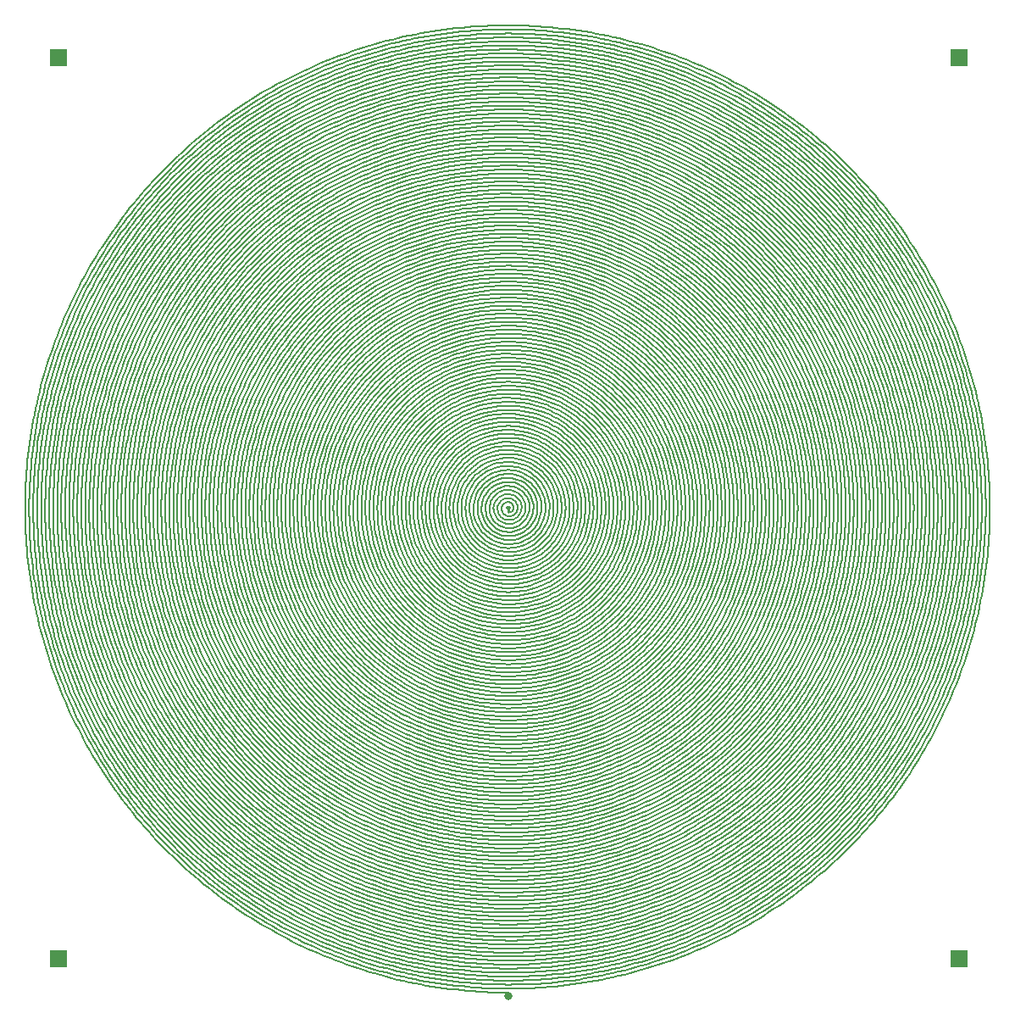
<source format=gbr>
%TF.GenerationSoftware,KiCad,Pcbnew,6.0.2+dfsg-1*%
%TF.CreationDate,2023-08-17T17:39:19-04:00*%
%TF.ProjectId,Tesla-Sec,5465736c-612d-4536-9563-2e6b69636164,rev?*%
%TF.SameCoordinates,Original*%
%TF.FileFunction,Copper,L1,Top*%
%TF.FilePolarity,Positive*%
%FSLAX46Y46*%
G04 Gerber Fmt 4.6, Leading zero omitted, Abs format (unit mm)*
G04 Created by KiCad (PCBNEW 6.0.2+dfsg-1) date 2023-08-17 17:39:19*
%MOMM*%
%LPD*%
G01*
G04 APERTURE LIST*
G04 Aperture macros list*
%AMRoundRect*
0 Rectangle with rounded corners*
0 $1 Rounding radius*
0 $2 $3 $4 $5 $6 $7 $8 $9 X,Y pos of 4 corners*
0 Add a 4 corners polygon primitive as box body*
4,1,4,$2,$3,$4,$5,$6,$7,$8,$9,$2,$3,0*
0 Add four circle primitives for the rounded corners*
1,1,$1+$1,$2,$3*
1,1,$1+$1,$4,$5*
1,1,$1+$1,$6,$7*
1,1,$1+$1,$8,$9*
0 Add four rect primitives between the rounded corners*
20,1,$1+$1,$2,$3,$4,$5,0*
20,1,$1+$1,$4,$5,$6,$7,0*
20,1,$1+$1,$6,$7,$8,$9,0*
20,1,$1+$1,$8,$9,$2,$3,0*%
G04 Aperture macros list end*
%TA.AperFunction,ComponentPad*%
%ADD10R,1.700000X1.700000*%
%TD*%
%TA.AperFunction,SMDPad,CuDef*%
%ADD11RoundRect,0.100000X-0.130000X-0.100000X0.130000X-0.100000X0.130000X0.100000X-0.130000X0.100000X0*%
%TD*%
%TA.AperFunction,ViaPad*%
%ADD12C,0.800000*%
%TD*%
%TA.AperFunction,Conductor*%
%ADD13C,0.200000*%
%TD*%
%TA.AperFunction,Conductor*%
%ADD14C,0.250000*%
%TD*%
G04 APERTURE END LIST*
D10*
%TO.P,,*%
%TO.N,*%
X160000000Y-150000000D03*
%TD*%
%TO.P,,*%
%TO.N,*%
X70000000Y-150000000D03*
%TD*%
%TO.P,,*%
%TO.N,*%
X160000000Y-60000000D03*
%TD*%
%TO.P,,*%
%TO.N,*%
X70000000Y-60000000D03*
%TD*%
D11*
%TO.P,J1,1*%
%TO.N,Net-(J1-Pad1)*%
X115000000Y-105000000D03*
%TD*%
D12*
%TO.N,Net-(J1-Pad1)*%
X115000000Y-153700000D03*
%TD*%
D13*
%TO.N,Net-(J1-Pad1)*%
X115064138Y-105404952D02*
X115064138Y-105404952D01*
X116955372Y-92968110D02*
X116469620Y-92896588D01*
X149373250Y-90451051D02*
X149146026Y-89923054D01*
X102869039Y-61232854D02*
X102306312Y-61391882D01*
X75089050Y-130077712D02*
X75404111Y-130573736D01*
X131854520Y-68093749D02*
X131326165Y-67856006D01*
X86441928Y-113921866D02*
X86614738Y-114461086D01*
X129557305Y-79034886D02*
X129063900Y-78762990D01*
X142121646Y-79909446D02*
X141728878Y-79490006D01*
X130096730Y-89903270D02*
X129710555Y-89524505D01*
X104562035Y-99351256D02*
X104335153Y-99786274D01*
X138784153Y-143477806D02*
X139278024Y-143169087D01*
X160503944Y-120523790D02*
X160690331Y-119968805D01*
X116550651Y-121734191D02*
X117065487Y-121680448D01*
X129877338Y-85460598D02*
X129436006Y-85130543D01*
X155387397Y-123618845D02*
X155628412Y-123088934D01*
X133688374Y-98703154D02*
X133512624Y-98198799D01*
X86478729Y-96089631D02*
X86314059Y-96630629D01*
X103447388Y-146608747D02*
X104011649Y-146762199D01*
X97250777Y-92239178D02*
X96936847Y-92684751D01*
X77948277Y-78659137D02*
X77611535Y-79137896D01*
X89068959Y-133799339D02*
X89502055Y-134184747D01*
X77730340Y-90817767D02*
X77527146Y-91360997D01*
X126684951Y-127811529D02*
X127173712Y-127556039D01*
X110678209Y-125332428D02*
X111211627Y-125440231D01*
X121840683Y-124665504D02*
X122345339Y-124484385D01*
X91113283Y-100600976D02*
X91017906Y-101145624D01*
X98700000Y-105000000D02*
X98706335Y-105522506D01*
X132981460Y-135764034D02*
X133472760Y-135472751D01*
X139428163Y-139213772D02*
X139897778Y-138874648D01*
X126989272Y-78624201D02*
X126476044Y-78395539D01*
X115000000Y-123800000D02*
X115527320Y-123794390D01*
X119377864Y-129828098D02*
X119918715Y-129728049D01*
X104908188Y-125412331D02*
X105403724Y-125651622D01*
X85641281Y-102179384D02*
X85591423Y-102742170D01*
X121077360Y-120687474D02*
X121558338Y-120494687D01*
X75503322Y-105579866D02*
X75515156Y-106159635D01*
X76844852Y-119231134D02*
X77051108Y-119774849D01*
X142952232Y-144070061D02*
X143426351Y-143727431D01*
X90477535Y-138553949D02*
X90950008Y-138895292D01*
X80716516Y-93134371D02*
X80531612Y-93679490D01*
X105626559Y-130936083D02*
X106157151Y-131123121D01*
X115000000Y-99600000D02*
X114614444Y-99609225D01*
X122204016Y-122392032D02*
X122689693Y-122184775D01*
X76848950Y-85888135D02*
X76590684Y-86410631D01*
X121970675Y-113307326D02*
X122328277Y-112997411D01*
X127977024Y-141588538D02*
X128518107Y-141393107D01*
X127568333Y-145932882D02*
X128121714Y-145759763D01*
X140365326Y-131174985D02*
X140774042Y-130774042D01*
X115501760Y-107360596D02*
X115747821Y-107301557D01*
X75215252Y-98639929D02*
X75126823Y-99213775D01*
X137900531Y-93269458D02*
X137644040Y-92778793D01*
X137644040Y-92778793D02*
X137377037Y-92293735D01*
X138145231Y-141991395D02*
X138636048Y-141680733D01*
X156700604Y-119283458D02*
X156886305Y-118732044D01*
X115545144Y-128595174D02*
X116090065Y-128577756D01*
X77548168Y-130905936D02*
X77884144Y-131386457D01*
X95339008Y-82545241D02*
X94916782Y-82920438D01*
X101641366Y-107013490D02*
X101723655Y-107512020D01*
X94728255Y-90955699D02*
X94417039Y-91413306D01*
X94366018Y-124438457D02*
X94755672Y-124845750D01*
X155329877Y-79461387D02*
X155014097Y-78967974D01*
X112272676Y-101246161D02*
X111983314Y-101467914D01*
X74333877Y-128026528D02*
X74625749Y-128536125D01*
X123489922Y-71474057D02*
X122934687Y-71337243D01*
X80180313Y-98147176D02*
X80072896Y-98711729D01*
X145579913Y-100499569D02*
X145493763Y-99941617D01*
X121971910Y-150882932D02*
X122548056Y-150792489D01*
X131822050Y-106558793D02*
X131864032Y-106040138D01*
X89348441Y-113806191D02*
X89534681Y-114334902D01*
X119700508Y-103550085D02*
X119583445Y-103201130D01*
X119097567Y-114586734D02*
X119524788Y-114395818D01*
X159174875Y-91752324D02*
X159004287Y-91193566D01*
X97945084Y-125615852D02*
X98379742Y-125969547D01*
X115570608Y-140596447D02*
X116141102Y-140583749D01*
X128881017Y-58861467D02*
X128318400Y-58695121D01*
X118448846Y-144053619D02*
X119021870Y-143999712D01*
X136751615Y-118620860D02*
X137040824Y-118150398D01*
X129129311Y-68245654D02*
X128588564Y-68041321D01*
X108086873Y-65793709D02*
X107517218Y-65897490D01*
X88458768Y-80895955D02*
X88075075Y-81323776D01*
X137905585Y-97442053D02*
X137728972Y-96922121D01*
X108113549Y-140730302D02*
X108681136Y-140836060D01*
X110486432Y-118230348D02*
X110971973Y-118388593D01*
X134067076Y-66938359D02*
X133545804Y-66680696D01*
X114476424Y-88006103D02*
X113953223Y-88028329D01*
X81679040Y-95379083D02*
X81523507Y-95931050D01*
X144890585Y-132847072D02*
X145282320Y-132421912D01*
X93722379Y-77662511D02*
X93272630Y-78017231D01*
X148301684Y-76634256D02*
X147921782Y-76192917D01*
X108302843Y-132171433D02*
X108851072Y-132302035D01*
X142153200Y-115943723D02*
X142358983Y-115422033D01*
X115579980Y-148196961D02*
X116159879Y-148186136D01*
X92978104Y-112039635D02*
X93150436Y-112562208D01*
X142892726Y-108343507D02*
X142954949Y-107788404D01*
X92950637Y-101729286D02*
X92875460Y-102271198D01*
X138189560Y-111497410D02*
X138332857Y-110968217D01*
X125691586Y-128290631D02*
X126190833Y-128056430D01*
X158133587Y-111949457D02*
X158223111Y-111374795D01*
X118719731Y-125069871D02*
X119244171Y-124967253D01*
X121217166Y-87918476D02*
X120718307Y-87743120D01*
X124166144Y-66696427D02*
X123603071Y-66565085D01*
X110913074Y-106403043D02*
X111038075Y-106737861D01*
X112343755Y-122793393D02*
X112871976Y-122866166D01*
X145751492Y-121437015D02*
X146017240Y-120932143D01*
X73568916Y-115396743D02*
X73713947Y-115961889D01*
X149277888Y-133931484D02*
X149651210Y-133484595D01*
X137974838Y-64035391D02*
X137462754Y-63751466D01*
X89006555Y-78599117D02*
X88598411Y-79005860D01*
X104349768Y-96136810D02*
X104031331Y-96530269D01*
X86127092Y-112834165D02*
X86279361Y-113379494D01*
X139185826Y-122849952D02*
X139516342Y-122395272D01*
X142444147Y-98899874D02*
X142318668Y-98355131D01*
X132618039Y-83035956D02*
X132178635Y-82689010D01*
X98810084Y-70811464D02*
X98290168Y-71061463D01*
X88274117Y-125266877D02*
X88623175Y-125720886D01*
X67561266Y-102651104D02*
X67535056Y-103237984D01*
X138031505Y-140642786D02*
X138516671Y-140325605D01*
X145233238Y-114466621D02*
X145398482Y-113925800D01*
X128255840Y-116047365D02*
X128584970Y-115643145D01*
X153695537Y-83780130D02*
X153412804Y-83270800D01*
X113933892Y-122964620D02*
X114466656Y-122990209D01*
X129847075Y-110039903D02*
X130006021Y-109552027D01*
X141590044Y-140608387D02*
X142054373Y-140257945D01*
X96873895Y-117358169D02*
X97186338Y-117807151D01*
X120184875Y-66354756D02*
X119611761Y-66281231D01*
X129877129Y-88585617D02*
X129470840Y-88224275D01*
X109391613Y-75720242D02*
X108838274Y-75830441D01*
X115000000Y-113000000D02*
X115433298Y-112991711D01*
X133660711Y-64521788D02*
X133129608Y-64280234D01*
X91708978Y-126277910D02*
X92096094Y-126695732D01*
X143304262Y-68033077D02*
X142837978Y-67679682D01*
X97588543Y-124783259D02*
X98011501Y-125149400D01*
X142225129Y-68720079D02*
X141756251Y-68371900D01*
X100939890Y-79143885D02*
X100446596Y-79416888D01*
X147897951Y-110095428D02*
X147981227Y-109533165D01*
X147004447Y-90041013D02*
X146758946Y-89524272D01*
X125990246Y-133369096D02*
X126513045Y-133162254D01*
X115585222Y-58804513D02*
X115000000Y-58800000D01*
X149196991Y-124299892D02*
X149477446Y-123796255D01*
X109791718Y-121371917D02*
X110297826Y-121526428D01*
X75205615Y-90722672D02*
X75011843Y-91272048D01*
X93142628Y-126054822D02*
X93539309Y-126460691D01*
X86753969Y-73049250D02*
X86319614Y-73437390D01*
X85716349Y-112846531D02*
X85867046Y-113393059D01*
X144310404Y-122360579D02*
X144597328Y-121868910D01*
X135560270Y-93971542D02*
X135297383Y-93491851D01*
X125327014Y-65338642D02*
X124764953Y-65195602D01*
X90130903Y-72351449D02*
X89670832Y-72705928D01*
X73294283Y-128625997D02*
X73586676Y-129136404D01*
X153184515Y-90280306D02*
X152973231Y-89741101D01*
X145446922Y-74141541D02*
X145030489Y-73734949D01*
X144391672Y-74786988D02*
X143973195Y-74384247D01*
X93415503Y-74899473D02*
X92949406Y-75237995D01*
X154227965Y-90790765D02*
X154027489Y-90246541D01*
X130745956Y-94478889D02*
X130446140Y-94040379D01*
X100342346Y-78102822D02*
X99847237Y-78377249D01*
X116816667Y-108146559D02*
X117087181Y-107980803D01*
X150734591Y-85037460D02*
X150449307Y-84533333D01*
X129949297Y-60884919D02*
X129394012Y-60699787D01*
X79245990Y-116374169D02*
X79424455Y-116923721D01*
X135550463Y-111904588D02*
X135717728Y-111390573D01*
X78617402Y-114150591D02*
X78761683Y-114710028D01*
X123145018Y-152314909D02*
X123720681Y-152212987D01*
X135811824Y-94457233D02*
X135560270Y-93971542D01*
X157814339Y-86791105D02*
X157582877Y-86254214D01*
X154896081Y-111904289D02*
X154991501Y-111334031D01*
X92564546Y-112057811D02*
X92734752Y-112582298D01*
X110012530Y-98439095D02*
X109662412Y-98716105D01*
X132962717Y-80276441D02*
X132503460Y-79947766D01*
X108248577Y-134215596D02*
X108802417Y-134339307D01*
X114416567Y-60803010D02*
X113833214Y-60813722D01*
X92103586Y-116291262D02*
X92354121Y-116788699D01*
X151266726Y-134668874D02*
X151634389Y-134214951D01*
X124043816Y-83880691D02*
X123539226Y-83670043D01*
X92053020Y-114204695D02*
X92264019Y-114717825D01*
X126076614Y-121697351D02*
X126518155Y-121397955D01*
X139992423Y-139793891D02*
X140461785Y-139452974D01*
X100718279Y-133155010D02*
X101228420Y-133409300D01*
X85129318Y-115064604D02*
X85314813Y-115602640D01*
X82687406Y-132367371D02*
X83066893Y-132810568D01*
X115987014Y-107216870D02*
X116216667Y-107107328D01*
X92813994Y-127992526D02*
X93227148Y-128385693D01*
X109484660Y-129164285D02*
X110027961Y-129283354D01*
X85821708Y-130492306D02*
X86205615Y-130926581D01*
X101517806Y-70947866D02*
X100984219Y-71162912D01*
X87104765Y-113351285D02*
X87270777Y-113891018D01*
X153835448Y-102695316D02*
X153797973Y-102120024D01*
X155776302Y-82583038D02*
X155492087Y-82072017D01*
X161764109Y-108504486D02*
X161804956Y-107921287D01*
X94775541Y-136178310D02*
X95262340Y-136489906D01*
X122072999Y-129622038D02*
X122601539Y-129465463D01*
X75937004Y-96934140D02*
X75822918Y-97502947D01*
X132997986Y-66861513D02*
X132471150Y-66616350D01*
X109931403Y-133745444D02*
X110489577Y-133839546D01*
X154693409Y-99239863D02*
X154607187Y-98668315D01*
X88392716Y-144423543D02*
X88881915Y-144750269D01*
X107154948Y-74992256D02*
X106607878Y-75139424D01*
X145988092Y-84898929D02*
X145672559Y-84418888D01*
X131037660Y-61697027D02*
X130488109Y-61496586D01*
X95509158Y-104462739D02*
X95500000Y-105000000D01*
X96474748Y-118867830D02*
X96808826Y-119305698D01*
X113312455Y-102474411D02*
X113069065Y-102647149D01*
X74799996Y-107901630D02*
X74845070Y-108480709D01*
X133285375Y-109716761D02*
X133412210Y-109202467D01*
X124857781Y-132084030D02*
X125381567Y-131888933D01*
X147871982Y-114004566D02*
X148018888Y-113454288D01*
X106821052Y-57487990D02*
X106242992Y-57590340D01*
X133618301Y-122060529D02*
X133987088Y-121651229D01*
X77868348Y-99820356D02*
X77792015Y-100392653D01*
X127798360Y-137386881D02*
X128326951Y-137174105D01*
X158198214Y-107904175D02*
X158234164Y-107324015D01*
X96427048Y-117410050D02*
X96735922Y-117863015D01*
X123727920Y-130783604D02*
X124252493Y-130601424D01*
X90948555Y-97885283D02*
X90795690Y-98418723D01*
X150308637Y-137001883D02*
X150699276Y-136566699D01*
X90835363Y-95743946D02*
X90640513Y-96265555D01*
X111080248Y-76661049D02*
X110524410Y-76742237D01*
X131573914Y-72851091D02*
X131062203Y-72591272D01*
X109914560Y-90018776D02*
X109426377Y-90191239D01*
X126291672Y-97904972D02*
X126020451Y-97486383D01*
X145173080Y-129483074D02*
X145533306Y-129033856D01*
X88783719Y-77150009D02*
X88365415Y-77548446D01*
X119687316Y-57034687D02*
X119102989Y-56980396D01*
X94024164Y-97494726D02*
X93844809Y-98011269D01*
X144685281Y-99956268D02*
X144586948Y-99401847D01*
X134379646Y-96095611D02*
X134149302Y-95606819D01*
X112239373Y-80145803D02*
X111690035Y-80211560D01*
X157271229Y-92367340D02*
X157101603Y-91810226D01*
X67467984Y-99137485D02*
X67398845Y-99721131D01*
X103519345Y-98757018D02*
X103286460Y-99200257D01*
X146211807Y-92225784D02*
X145992593Y-91700031D01*
X156270738Y-91834932D02*
X156091085Y-91281780D01*
X120771864Y-65225786D02*
X120198217Y-65145831D01*
X88452598Y-119672230D02*
X88730563Y-120166667D01*
X118999152Y-141589027D02*
X119567817Y-141523391D01*
X81186264Y-81007875D02*
X80852376Y-81483949D01*
X71021632Y-90587276D02*
X70841820Y-91145282D01*
X121555039Y-80892186D02*
X121020459Y-80751708D01*
X156623844Y-96350466D02*
X156502669Y-95782557D01*
X123760050Y-79482846D02*
X123231220Y-79306000D01*
X120579561Y-134488691D02*
X121130234Y-134380370D01*
X135846694Y-126641310D02*
X136248559Y-126248559D01*
X83398127Y-113467696D02*
X83549653Y-114018242D01*
X124715150Y-144230407D02*
X125274581Y-144088559D01*
X133149486Y-137966142D02*
X133650586Y-137686374D01*
X115521356Y-88410190D02*
X115000000Y-88400000D01*
X140366956Y-117925110D02*
X140616958Y-117425117D01*
X119684542Y-94636623D02*
X119241494Y-94444635D01*
X114025129Y-93235058D02*
X113539450Y-93282783D01*
X138626516Y-69116840D02*
X138138922Y-68799478D01*
X124449740Y-75916692D02*
X123911041Y-75745911D01*
X113250736Y-112380726D02*
X113682203Y-112473597D01*
X133048815Y-145157283D02*
X133577656Y-144916310D01*
X134713739Y-114923063D02*
X134952739Y-114436943D01*
X88105589Y-118131285D02*
X88357831Y-118638436D01*
X156131651Y-98074464D02*
X156032280Y-97503228D01*
X107360765Y-128151941D02*
X107889334Y-128321221D01*
X95107158Y-146888140D02*
X95639031Y-147137502D01*
X135208336Y-65724183D02*
X134688525Y-65460111D01*
X115981279Y-92844672D02*
X115491141Y-92812456D01*
X137951590Y-139740154D02*
X138432772Y-139418493D01*
X75744704Y-83686113D02*
X75468340Y-84201387D01*
X142674973Y-106115263D02*
X142693101Y-105557771D01*
X134303920Y-84508829D02*
X133893544Y-84128137D01*
X133541794Y-97174749D02*
X133328454Y-96683229D01*
X127170083Y-95012271D02*
X126838344Y-94618051D01*
X146062313Y-125582635D02*
X146376415Y-125102384D01*
X74934987Y-114229833D02*
X75068734Y-114796077D01*
X100700000Y-105000000D02*
X100706840Y-105510481D01*
X98584015Y-108131517D02*
X98688527Y-108646046D01*
X127402606Y-140941390D02*
X127944350Y-140750875D01*
X117112031Y-86930419D02*
X116585750Y-86874791D01*
X141892939Y-105555912D02*
X141900000Y-105000000D01*
X90324141Y-69250847D02*
X89845931Y-69584650D01*
X109630974Y-92694061D02*
X109173561Y-92901275D01*
X78237761Y-95847376D02*
X78101514Y-96408839D01*
X127169210Y-102078431D02*
X127047533Y-101602244D01*
X100713565Y-112045290D02*
X100949892Y-112509939D01*
X151831334Y-117451850D02*
X152012703Y-116904994D01*
X69557055Y-107342452D02*
X69590162Y-107927390D01*
X138591975Y-128993854D02*
X138994621Y-128592729D01*
X132066159Y-92867302D02*
X131749421Y-92430923D01*
X119656639Y-110549566D02*
X119973981Y-110272112D01*
X111003381Y-70624180D02*
X110435420Y-70693916D01*
X130710267Y-101414234D02*
X130589240Y-100912020D01*
X101693656Y-134511939D02*
X102216126Y-134743211D01*
X107346410Y-120370480D02*
X107822555Y-120600664D01*
X149346097Y-76010946D02*
X148967508Y-75566987D01*
X106780452Y-88282283D02*
X106305564Y-88522210D01*
X100712355Y-64420238D02*
X100163880Y-64616617D01*
X118431507Y-97582918D02*
X118026199Y-97404814D01*
X86774379Y-130362549D02*
X87163724Y-130790696D01*
X117065487Y-121680448D02*
X117578484Y-121610868D01*
X125884904Y-145996100D02*
X126444075Y-145844439D01*
X124482792Y-125764418D02*
X124974914Y-125534231D01*
X132005275Y-108116332D02*
X132093541Y-107601589D01*
X76539024Y-123614371D02*
X76796082Y-124138349D01*
X100889138Y-69046110D02*
X100352507Y-69260342D01*
X125462694Y-58783676D02*
X124890447Y-58657037D01*
X148603736Y-135309209D02*
X148991798Y-134874589D01*
X110328287Y-59432348D02*
X109746660Y-59494915D01*
X82865719Y-127343325D02*
X83199570Y-127817597D01*
X130318339Y-134938815D02*
X130822311Y-134676774D01*
X127528501Y-112233333D02*
X127775271Y-111792732D01*
X112489159Y-117946578D02*
X112986519Y-118035660D01*
X110034930Y-101190168D02*
X109792922Y-101520741D01*
X73885315Y-129643194D02*
X74190156Y-130146288D01*
X145024995Y-81476919D02*
X144667043Y-81025523D01*
X137534753Y-69837620D02*
X137044271Y-69527024D01*
X138106035Y-132141663D02*
X138538763Y-131768603D01*
X146561524Y-140693423D02*
X146997686Y-140304006D01*
X121865345Y-143199289D02*
X122430820Y-143094288D01*
X142760229Y-91362660D02*
X142507559Y-90857389D01*
X132341018Y-89973923D02*
X131979642Y-89564483D01*
X124539293Y-96852674D02*
X124213912Y-96482748D01*
X132988735Y-110733525D02*
X133144178Y-110227248D01*
X112162302Y-135261289D02*
X112728561Y-135310247D01*
X138230280Y-133080585D02*
X138669134Y-132712995D01*
X140070807Y-89009599D02*
X139764717Y-88537353D01*
X91003861Y-90064455D02*
X90710566Y-90543855D01*
X104245784Y-70414212D02*
X103698086Y-70588232D01*
X109498926Y-118280768D02*
X109975658Y-118470782D01*
X157095204Y-82499645D02*
X156816605Y-81984389D01*
X83135688Y-77249346D02*
X82755682Y-77690456D01*
X124439910Y-101342959D02*
X124263633Y-100909706D01*
X86706437Y-119800093D02*
X86974114Y-120303292D01*
X118433549Y-69773123D02*
X117862751Y-69721115D01*
X87920521Y-106120016D02*
X87948138Y-106679507D01*
X71295867Y-117721636D02*
X71462496Y-118283513D01*
X148184256Y-121071620D02*
X148431084Y-120554018D01*
X76371780Y-79541861D02*
X76051712Y-80032787D01*
X129954982Y-97962720D02*
X129728338Y-97495537D01*
X107584110Y-85328471D02*
X107079450Y-85524418D01*
X146841669Y-83290718D02*
X146514126Y-82816266D01*
X93491229Y-110952279D02*
X93642288Y-111478791D01*
X91870624Y-147023303D02*
X92387688Y-147304661D01*
X108894330Y-108691006D02*
X109125161Y-109055108D01*
X80646222Y-119073563D02*
X80868336Y-119606514D01*
X116618765Y-126945065D02*
X117156990Y-126900284D01*
X88300000Y-105000000D02*
X88304523Y-105559191D01*
X117915969Y-93169447D02*
X117437749Y-93059115D01*
X117861941Y-142094663D02*
X118432926Y-142047169D01*
X108584513Y-112078399D02*
X108937579Y-112387081D01*
X82005800Y-139241752D02*
X82431292Y-139647784D01*
X120107394Y-115447341D02*
X120536020Y-115229668D01*
X92819249Y-131235515D02*
X93260064Y-131603312D01*
X137200562Y-81192812D02*
X136782432Y-80808159D01*
X147192615Y-119416444D02*
X147422788Y-118893663D01*
X96836315Y-95137924D02*
X96582895Y-95616016D01*
X107456121Y-61843366D02*
X106882156Y-61946776D01*
X82300000Y-105000000D02*
X82303869Y-105570713D01*
X88120008Y-85752696D02*
X87790887Y-86218906D01*
X87774267Y-69118526D02*
X87310260Y-69474327D01*
X159247902Y-120483011D02*
X159438232Y-119930452D01*
X80592948Y-73493834D02*
X80199160Y-73928149D01*
X112234025Y-79744066D02*
X111683547Y-79809038D01*
X126287118Y-105479471D02*
X126300000Y-105000000D01*
X124470856Y-113088875D02*
X124783086Y-112712363D01*
X133150546Y-147295774D02*
X133685194Y-147063198D01*
X98980381Y-100345870D02*
X98840159Y-100850858D01*
X114713145Y-104023062D02*
X114573255Y-104065560D01*
X140500982Y-110495882D02*
X140613216Y-109953632D01*
X149410755Y-97062172D02*
X149278706Y-96505750D01*
X141474091Y-106109593D02*
X141492855Y-105554946D01*
X127263983Y-73528805D02*
X126731075Y-73325153D01*
X119580476Y-120766102D02*
X120074059Y-120616348D01*
X142013127Y-108883901D02*
X142088021Y-108332223D01*
X106264534Y-80276224D02*
X105741254Y-80465944D01*
X131600681Y-108103205D02*
X131690309Y-107590815D01*
X131485142Y-87348723D02*
X131080036Y-86976960D01*
X74952293Y-130610026D02*
X75271447Y-131103816D01*
X119417486Y-79592118D02*
X118869990Y-79501599D01*
X94571614Y-129050155D02*
X95008421Y-129415942D01*
X100157444Y-75493092D02*
X99649836Y-75752706D01*
X90430899Y-139014934D02*
X90905586Y-139353893D01*
X107644276Y-136127931D02*
X108200809Y-136255375D01*
X106637826Y-91552530D02*
X106201156Y-91831600D01*
X136359386Y-108766236D02*
X136448211Y-108232798D01*
X132530323Y-130855292D02*
X132994923Y-130535522D01*
X82341485Y-106711560D02*
X82375222Y-107281347D01*
X137944933Y-64477979D02*
X137434305Y-64192151D01*
X92473145Y-102264745D02*
X92412097Y-102809728D01*
X132279926Y-125018987D02*
X132696274Y-124653703D01*
X103201486Y-72025361D02*
X102663176Y-72221845D01*
X155928537Y-125265010D02*
X156184724Y-124741037D01*
X119074952Y-61395927D02*
X118494226Y-61344703D01*
X90372384Y-114294054D02*
X90573948Y-114815195D01*
X144622311Y-131361618D02*
X145003279Y-130928612D01*
X127492973Y-131864975D02*
X127999660Y-131624828D01*
X68303532Y-113764249D02*
X68414729Y-114341283D01*
X70090239Y-92257949D02*
X69932896Y-92823084D01*
X121082782Y-105398687D02*
X121100000Y-105000000D01*
X105161396Y-61894259D02*
X104593077Y-62027063D01*
X113937941Y-86426704D02*
X113407838Y-86462795D01*
X75278301Y-82066667D02*
X74987965Y-82575399D01*
X99759632Y-68206498D02*
X99225757Y-68431193D01*
X107472383Y-119083180D02*
X107936281Y-119323805D01*
X121997192Y-83110879D02*
X121474726Y-82949107D01*
X82571489Y-70912688D02*
X82148512Y-71319033D01*
X129497263Y-114373179D02*
X129775393Y-113932036D01*
X76408081Y-111347076D02*
X76505442Y-111918412D01*
X137490928Y-97461801D02*
X137312195Y-96943819D01*
X96534566Y-80547813D02*
X96085143Y-80892284D01*
X113971109Y-89630144D02*
X113457887Y-89670991D01*
X96218892Y-110310791D02*
X96370684Y-110826800D01*
X129097049Y-78327081D02*
X128596368Y-78067082D01*
X124700000Y-105000000D02*
X124692040Y-104538311D01*
X129725090Y-127912687D02*
X130190136Y-127608627D01*
X107165641Y-86787707D02*
X106674613Y-87004970D01*
X99087750Y-115632225D02*
X99390748Y-116075355D01*
X92497644Y-145541478D02*
X93012621Y-145823981D01*
X153079404Y-99260453D02*
X152990223Y-98691294D01*
X77218413Y-130421138D02*
X77548168Y-130905936D01*
X98514629Y-144036342D02*
X99053725Y-144260592D01*
X130373094Y-90770894D02*
X130002801Y-90378642D01*
X130586777Y-98402683D02*
X130378001Y-97924997D01*
X69144615Y-118910079D02*
X69318021Y-119471984D01*
X105020612Y-132418142D02*
X105553763Y-132607669D01*
X78108696Y-119181961D02*
X78319992Y-119722339D01*
X143380797Y-112217450D02*
X143515027Y-111672773D01*
X113616667Y-107396004D02*
X113871984Y-107533566D01*
X122129028Y-108779572D02*
X122326324Y-108389519D01*
X136428142Y-63202862D02*
X135905774Y-62938270D01*
X147684565Y-92698401D02*
X147479883Y-92164889D01*
X119088328Y-59388551D02*
X118505582Y-59339250D01*
X74372229Y-126425015D02*
X74648432Y-126942487D01*
X105305244Y-68447302D02*
X104748685Y-68598461D01*
X115491141Y-92812456D02*
X115000000Y-92800000D01*
X161245166Y-114869575D02*
X161364469Y-114297008D01*
X115899838Y-104870623D02*
X115880989Y-104741318D01*
X125590644Y-88789813D02*
X125140880Y-88502655D01*
X116968777Y-118061984D02*
X117456246Y-117981575D01*
X85973820Y-93898427D02*
X85774809Y-94430019D01*
X119557280Y-71113585D02*
X118990531Y-71041108D01*
X106900958Y-63164574D02*
X106330120Y-63278247D01*
X81941079Y-106713471D02*
X81974483Y-107283910D01*
X108732359Y-70554117D02*
X108169400Y-70660255D01*
X86579327Y-101068945D02*
X86506383Y-101627558D01*
X119613736Y-145948041D02*
X120187671Y-145880194D01*
X101118950Y-59240309D02*
X100558217Y-59413352D01*
X134738185Y-92551523D02*
X134442180Y-92091405D01*
X152428489Y-116918725D02*
X152600315Y-116368268D01*
X122368520Y-118785532D02*
X122816667Y-118538864D01*
X151083844Y-103854558D02*
X151062138Y-103282149D01*
X134915066Y-130102281D02*
X135355696Y-129747769D01*
X111027886Y-135534490D02*
X111592678Y-135603846D01*
X92851796Y-74319257D02*
X92385914Y-74659804D01*
X92859953Y-107730714D02*
X92932090Y-108273465D01*
X89709894Y-108329506D02*
X89787172Y-108880625D01*
X108280275Y-132989668D02*
X108830843Y-133117427D01*
X112670984Y-145729829D02*
X113252783Y-145759842D01*
X112169820Y-134458261D02*
X112734516Y-134508284D01*
X122522623Y-90236022D02*
X122056014Y-90005206D01*
X113419545Y-121719468D02*
X113945370Y-121762857D01*
X143597682Y-85634082D02*
X143274439Y-85163293D01*
X114416948Y-61203033D02*
X113833976Y-61213828D01*
X129718099Y-143933950D02*
X130258199Y-143726424D01*
X67930365Y-111443784D02*
X68012884Y-112025572D01*
X95559181Y-148857785D02*
X96098540Y-149093769D01*
X108380870Y-79220191D02*
X107842071Y-79363181D01*
X85324583Y-136327957D02*
X85750929Y-136727552D01*
X100288465Y-112084702D02*
X100521291Y-112553533D01*
X85635400Y-90677928D02*
X85388911Y-91192122D01*
X109816103Y-141423960D02*
X110388740Y-141501884D01*
X127656888Y-127290078D02*
X128134255Y-127013767D01*
X142258575Y-83783800D02*
X141904881Y-83335348D01*
X162660714Y-111422314D02*
X162736151Y-110841596D01*
X107499860Y-115323057D02*
X107909535Y-115611631D01*
X101438189Y-91059209D02*
X101057951Y-91436966D01*
X144104258Y-120275093D02*
X144364562Y-119770953D01*
X156415171Y-112498905D02*
X156515428Y-111927700D01*
X96499337Y-102340006D02*
X96429117Y-102869190D01*
X124275026Y-123203263D02*
X124749149Y-122955698D01*
X113873806Y-75619137D02*
X113311156Y-75644882D01*
X84636325Y-75048258D02*
X84229429Y-75465178D01*
X93083742Y-129340470D02*
X93511151Y-129720093D01*
X106828741Y-80928247D02*
X106305088Y-81110925D01*
X103382970Y-114076218D02*
X103705100Y-114477546D01*
X85370350Y-101051634D02*
X85299740Y-101612920D01*
X77226272Y-81166552D02*
X76916827Y-81662602D01*
X145890316Y-115036872D02*
X146061841Y-114496558D01*
X124300310Y-119035576D02*
X124729258Y-118744116D01*
X97384226Y-63998177D02*
X96848699Y-64231511D01*
X141152879Y-125544961D02*
X141500699Y-125096114D01*
X120000994Y-114606820D02*
X120416667Y-114381942D01*
X119898089Y-82132113D02*
X119360939Y-82022107D01*
X150337280Y-77884751D02*
X149979979Y-77424008D01*
X143817841Y-67924674D02*
X143353888Y-67567670D01*
X110397466Y-140696344D02*
X110970079Y-140766542D01*
X103515471Y-92402072D02*
X103131599Y-92760306D01*
X90637534Y-76564008D02*
X90201878Y-76941812D01*
X88388326Y-107234645D02*
X88439635Y-107791607D01*
X119816667Y-113342711D02*
X120209812Y-113106625D01*
X78353922Y-133366176D02*
X78715556Y-133828611D01*
X136728703Y-120101842D02*
X137041317Y-119644216D01*
X82795213Y-134312006D02*
X83191011Y-134742304D01*
X151265498Y-77785694D02*
X150912757Y-77320530D01*
X108113867Y-101194169D02*
X107908088Y-101584715D01*
X139500000Y-105000000D02*
X139495260Y-104450235D01*
X154858699Y-88017795D02*
X154627899Y-87483869D01*
X90066351Y-130340724D02*
X90479253Y-130741900D01*
X110596303Y-80379461D02*
X110052445Y-80481524D01*
X114451564Y-126991575D02*
X115000000Y-127000000D01*
X97253056Y-147844913D02*
X97796913Y-148067032D01*
X68605506Y-99730419D02*
X68542155Y-100313750D01*
X92319933Y-140781644D02*
X92814643Y-141091491D01*
X115575952Y-144596737D02*
X116151809Y-144585098D01*
X151486849Y-91447073D02*
X151282891Y-90907546D01*
X129092003Y-142032544D02*
X129629452Y-141824535D01*
X154299222Y-96961878D02*
X154180204Y-96396196D01*
X70067600Y-95688963D02*
X69951560Y-96263370D01*
X126565444Y-84236051D02*
X126083440Y-83973153D01*
X103354289Y-133486771D02*
X103882256Y-133698204D01*
X159651502Y-109653995D02*
X159708978Y-109074038D01*
X112203808Y-95172405D02*
X111751985Y-95309240D01*
X117104370Y-87332431D02*
X116580064Y-87275951D01*
X126493839Y-94234845D02*
X126136932Y-93863068D01*
X157366496Y-120971574D02*
X157569390Y-120425059D01*
X92908174Y-147579657D02*
X93432004Y-147848249D01*
X92541860Y-76047140D02*
X92089233Y-76402689D01*
X112046473Y-102521697D02*
X111837163Y-102785358D01*
X115582248Y-62004804D02*
X115000000Y-62000000D01*
X84329581Y-99912312D02*
X84240624Y-100473158D01*
X116132205Y-137782652D02*
X116697943Y-137759323D01*
X77480674Y-129365335D02*
X77802128Y-129854823D01*
X145803950Y-83898804D02*
X145476153Y-83426378D01*
X101533000Y-106009212D02*
X101577787Y-106512320D01*
X116883333Y-101737971D02*
X116594210Y-101581206D01*
X79852254Y-123951496D02*
X80130792Y-124461128D01*
X131318971Y-76355342D02*
X130822642Y-76076969D01*
X126813059Y-139874380D02*
X127354322Y-139687380D01*
X115579734Y-64405048D02*
X115000000Y-64400000D01*
X106708729Y-105449540D02*
X106741799Y-105898134D01*
X149740418Y-136437610D02*
X150130225Y-136002607D01*
X96030926Y-140180346D02*
X96544164Y-140453330D01*
X95703091Y-145842746D02*
X96234571Y-146090558D01*
X71724338Y-84532136D02*
X71475714Y-85064411D01*
X160738609Y-99174772D02*
X160661947Y-98595739D01*
X115525475Y-87609860D02*
X115000000Y-87600000D01*
X133554862Y-144485650D02*
X134079200Y-144235921D01*
X131402420Y-87821730D02*
X131002253Y-87446365D01*
X94508224Y-126292292D02*
X94919006Y-126681798D01*
X111100000Y-105000000D02*
X111109306Y-105340392D01*
X146250653Y-106694361D02*
X146277298Y-106129923D01*
X83425255Y-78758453D02*
X83056375Y-79207324D01*
X155830895Y-107313716D02*
X155860447Y-106735731D01*
X93326756Y-117727078D02*
X93612411Y-118204161D01*
X162283955Y-106169899D02*
X162295595Y-105585004D01*
X108630611Y-92275581D02*
X108179416Y-92509032D01*
X98764834Y-131602328D02*
X99252821Y-131895414D01*
X105586733Y-93781705D02*
X105199467Y-94115405D01*
X100551044Y-120992786D02*
X100959771Y-121354909D01*
X106641908Y-86580482D02*
X106153792Y-86807983D01*
X125623249Y-73778709D02*
X125083103Y-73598950D01*
X118426107Y-141244429D02*
X118995097Y-141187137D01*
X120758609Y-123754792D02*
X121264916Y-123593609D01*
X120712048Y-69668965D02*
X120145180Y-69580942D01*
X124416512Y-76748469D02*
X123880549Y-76574179D01*
X115439796Y-113391817D02*
X115878736Y-113360614D01*
X159445723Y-113692174D02*
X159554758Y-113119361D01*
X91329167Y-78081205D02*
X90900071Y-78463300D01*
X125670718Y-72528572D02*
X125126952Y-72353784D01*
X147982472Y-88387972D02*
X147721014Y-87876584D01*
X135875596Y-71155503D02*
X135381632Y-70854675D01*
X106832366Y-149444167D02*
X107409864Y-149547264D01*
X121096246Y-111413247D02*
X121415585Y-111098468D01*
X86381375Y-139410157D02*
X86833717Y-139782463D01*
X99629864Y-107067082D02*
X99705421Y-107579874D01*
X108266536Y-75135562D02*
X107715544Y-75263946D01*
X100632705Y-146565814D02*
X101187013Y-146754185D01*
X103491669Y-63550737D02*
X102931220Y-63709544D01*
X118877318Y-79098054D02*
X118326837Y-79020251D01*
X72105244Y-95723169D02*
X71984726Y-96294814D01*
X118946314Y-74663839D02*
X118385191Y-74594926D01*
X90847073Y-146441673D02*
X91357060Y-146735626D01*
X113254053Y-145359501D02*
X113835807Y-145381387D01*
X124832246Y-61922114D02*
X124262956Y-61795263D01*
X90498545Y-92578779D02*
X90249098Y-93080594D01*
X100544790Y-88620256D02*
X100139845Y-88984562D01*
X98805234Y-116632687D02*
X99124806Y-117068009D01*
X138145368Y-96901086D02*
X137959154Y-96383285D01*
X103797545Y-121522385D02*
X104248141Y-121821134D01*
X140922821Y-124534247D02*
X141260692Y-124079509D01*
X111166641Y-81500309D02*
X110624600Y-81593676D01*
X133484677Y-88850424D02*
X133118712Y-88438766D01*
X129481812Y-110998563D02*
X129672275Y-110522253D01*
X74443864Y-108483370D02*
X74496835Y-109062226D01*
X145573506Y-131492093D02*
X145949377Y-131053404D01*
X104073523Y-64221831D02*
X103512460Y-64375408D01*
X137978541Y-91733333D02*
X137696806Y-91254326D01*
X79386695Y-118030566D02*
X79588644Y-118572496D01*
X130201478Y-68678005D02*
X129666988Y-68457897D01*
X77561736Y-92469937D02*
X77380940Y-93020590D01*
X119003127Y-141990886D02*
X119572408Y-141925827D01*
X150067673Y-113507325D02*
X150199221Y-112950095D01*
X88589345Y-91923252D02*
X88342604Y-92431024D01*
X82428315Y-87304084D02*
X82156173Y-87812314D01*
X125036260Y-89383275D02*
X124587154Y-89101491D01*
X119651682Y-61856885D02*
X119072137Y-61797472D01*
X90208011Y-121055129D02*
X90519083Y-121527754D01*
X93229432Y-91789295D02*
X92945220Y-92266667D01*
X109014718Y-126982834D02*
X109547285Y-127122536D01*
X69842864Y-96839222D02*
X69741528Y-97416426D01*
X119572408Y-141925827D02*
X120140635Y-141852007D01*
X124536102Y-89539623D02*
X124083333Y-89267205D01*
X135938384Y-116036811D02*
X136189042Y-115550889D01*
X120313562Y-111561702D02*
X120651923Y-111277097D01*
X91853599Y-113686990D02*
X92053020Y-114204695D01*
X124512806Y-106833443D02*
X124592270Y-106379160D01*
X127284770Y-138010932D02*
X127818082Y-137808636D01*
X91477344Y-96307250D02*
X91289467Y-96829289D01*
X120104538Y-72407193D02*
X119541356Y-72322853D01*
X148415919Y-88360849D02*
X148156595Y-87847788D01*
X123421018Y-73938105D02*
X122871786Y-73793235D01*
X142907808Y-101654685D02*
X142837033Y-101100302D01*
X70860208Y-98008944D02*
X70771655Y-98587195D01*
X104430995Y-75408986D02*
X103898071Y-75603548D01*
X148482255Y-117321779D02*
X148676409Y-116783885D01*
X149732584Y-93714699D02*
X149551983Y-93170212D01*
X120694156Y-88157252D02*
X120193100Y-87994108D01*
X83191011Y-134742304D02*
X83592558Y-135167257D01*
X114876417Y-105780274D02*
X115000000Y-105800000D01*
X98573206Y-124576691D02*
X99003309Y-124931464D01*
X72386636Y-98605169D02*
X72303097Y-99182663D01*
X80545065Y-131622412D02*
X80904912Y-132083109D01*
X117310303Y-146138751D02*
X117887089Y-146103194D01*
X134829393Y-62860395D02*
X134298631Y-62613817D01*
X141658686Y-130443003D02*
X142051874Y-130026008D01*
X119836554Y-126885800D02*
X120364353Y-126764034D01*
X118680386Y-105321992D02*
X118700000Y-105000000D01*
X139346651Y-66723021D02*
X138852247Y-66412033D01*
X81336543Y-75056566D02*
X80950046Y-75495547D01*
X92082576Y-113144855D02*
X92272563Y-113664934D01*
X158337549Y-113101192D02*
X158441534Y-112528592D01*
X95725301Y-145410247D02*
X96255557Y-145659840D01*
X81377117Y-96485530D02*
X81239911Y-97042371D01*
X84425104Y-107833181D02*
X84481509Y-108397818D01*
X122520953Y-148769366D02*
X123093383Y-148667989D01*
X135030853Y-106603295D02*
X135068127Y-106069585D01*
X138401731Y-130819831D02*
X138821768Y-130434242D01*
X115000000Y-108200000D02*
X115295802Y-108192207D01*
X128599307Y-143489786D02*
X129142920Y-143294336D01*
X130711454Y-99895039D02*
X130545232Y-99403372D01*
X84072124Y-88468706D02*
X83804857Y-88976476D01*
X153367491Y-84863187D02*
X153094443Y-84349503D01*
X133685194Y-147063198D02*
X134216861Y-146823864D01*
X122528615Y-62675583D02*
X121954952Y-62576668D01*
X81112102Y-95919765D02*
X80967060Y-96475192D01*
X138734053Y-127132362D02*
X139117527Y-126715519D01*
X102902561Y-108930696D02*
X103063861Y-109403474D01*
X97451051Y-110253810D02*
X97609523Y-110762576D01*
X137363339Y-109864847D02*
X137474265Y-109331560D01*
X149179504Y-133426794D02*
X149549319Y-132977487D01*
X91738388Y-112092491D02*
X91904487Y-112620616D01*
X86353037Y-99948767D02*
X86259253Y-100505029D01*
X120145180Y-69580942D02*
X119576958Y-69502014D01*
X130378001Y-97924997D02*
X130154588Y-97453912D01*
X76887441Y-90784750D02*
X76687484Y-91330122D01*
X116155644Y-66019013D02*
X115577899Y-66005225D01*
X124573411Y-83677401D02*
X124071502Y-83457460D01*
X81601743Y-125398462D02*
X81906882Y-125891631D01*
X159201703Y-116541816D02*
X159346281Y-115976598D01*
X76577781Y-129439033D02*
X76894933Y-129932143D01*
X120404852Y-83071652D02*
X119873735Y-82945952D01*
X103337525Y-98266667D02*
X103091808Y-98706337D01*
X88317216Y-139933888D02*
X88784095Y-140286659D01*
X106841965Y-59108275D02*
X106265782Y-59213627D01*
X140091152Y-63886590D02*
X139589074Y-63583451D01*
X160283343Y-106166338D02*
X160295426Y-105583228D01*
X107504068Y-65085958D02*
X106934700Y-65196174D01*
X87410812Y-115509726D02*
X87616056Y-116036721D01*
X84895507Y-112870346D02*
X85043154Y-113419178D01*
X143476723Y-139641634D02*
X143924554Y-139269678D01*
X117336967Y-59663471D02*
X116753096Y-59636321D01*
X159045957Y-123244433D02*
X159267253Y-122702837D01*
X119006993Y-96527925D02*
X118587657Y-96338629D01*
X163046053Y-102657975D02*
X163014748Y-102073073D01*
X88181872Y-123778255D02*
X88512784Y-124244089D01*
X70078122Y-122811144D02*
X70297611Y-123357106D01*
X105593550Y-106395315D02*
X105670280Y-106855797D01*
X145655160Y-127556495D02*
X145993123Y-127091488D01*
X130791083Y-108075313D02*
X130883553Y-107567930D01*
X157699275Y-114234554D02*
X157819248Y-113665516D01*
X149100186Y-112364934D02*
X149217146Y-111806214D01*
X133788259Y-102883072D02*
X133723264Y-102356714D01*
X125443994Y-133147480D02*
X125968929Y-132948376D01*
X129672635Y-107529818D02*
X129752606Y-107027699D01*
X105963995Y-136512295D02*
X106515049Y-136666268D01*
X82485764Y-101582616D02*
X82429968Y-102150491D01*
X107142576Y-105885319D02*
X107201056Y-106325094D01*
X96850906Y-144612955D02*
X97384008Y-144853822D01*
X79233376Y-92528432D02*
X79046424Y-93075012D01*
X97196406Y-127583752D02*
X97642486Y-127929945D01*
X124173745Y-81769723D02*
X123658086Y-81571144D01*
X129015719Y-92855310D02*
X128664539Y-92458800D01*
X116708513Y-103102504D02*
X116504730Y-102928916D01*
X128615400Y-114253017D02*
X128901015Y-113821852D01*
X131808467Y-68954125D02*
X131282821Y-68712632D01*
X75900000Y-105000000D02*
X75903350Y-105579409D01*
X120737245Y-123342994D02*
X121241066Y-123179603D01*
X149548219Y-95940390D02*
X149399558Y-95387546D01*
X126254882Y-113425299D02*
X126550296Y-113019514D01*
X102152731Y-89875025D02*
X101746716Y-90227185D01*
X133404225Y-126162195D02*
X133822187Y-125793034D01*
X105184698Y-100804739D02*
X105003687Y-101248321D01*
X130767260Y-121536226D02*
X131157390Y-121157390D01*
X93164642Y-137026589D02*
X93645659Y-137350444D01*
X124791383Y-63966959D02*
X124225273Y-63835088D01*
X81668562Y-86201009D02*
X81387594Y-86706106D01*
X83844117Y-125209911D02*
X84161364Y-125692549D01*
X83291646Y-85805724D02*
X82996120Y-86300668D01*
X110531572Y-77146017D02*
X109978432Y-77239119D01*
X136310492Y-121994551D02*
X136653754Y-121557100D01*
X124817409Y-107309034D02*
X124916464Y-106853708D01*
X80926999Y-109003940D02*
X80997607Y-109572877D01*
X82416119Y-131410914D02*
X82785710Y-131861859D01*
X72663114Y-89521440D02*
X72464968Y-90072063D01*
X96885530Y-135607268D02*
X97383020Y-135897479D01*
X119899910Y-102020299D02*
X119688697Y-101690356D01*
X119840472Y-107943556D02*
X120033923Y-107608369D01*
X117290307Y-142133358D02*
X117861941Y-142094663D01*
X126571591Y-100206890D02*
X126376764Y-99755240D01*
X88888845Y-97810370D02*
X88744559Y-98351219D01*
X107274973Y-101063902D02*
X107076516Y-101472238D01*
X133881969Y-121162883D02*
X134235995Y-120742111D01*
X111566747Y-101299833D02*
X111296343Y-101563508D01*
X126982859Y-91901371D02*
X126590672Y-91550602D01*
X120824340Y-60386848D02*
X120244803Y-60314178D01*
X117819025Y-74937838D02*
X117256493Y-74889194D01*
X104624399Y-129682579D02*
X105143097Y-129895695D01*
X109944187Y-110055813D02*
X110256123Y-110354731D01*
X133784452Y-61945579D02*
X133246570Y-61714021D01*
X81427220Y-75557462D02*
X81044072Y-75998897D01*
X138696342Y-112583653D02*
X138859660Y-112057984D01*
X92974558Y-99571216D02*
X92848307Y-100104687D01*
X151138945Y-122312035D02*
X151385500Y-121789843D01*
X138405678Y-134481325D02*
X138853157Y-134121714D01*
X85948147Y-99941109D02*
X85855369Y-100498335D01*
X93631926Y-94359963D02*
X93390533Y-94855734D01*
X120601149Y-94649983D02*
X120169806Y-94424992D01*
X96538809Y-96622998D02*
X96320790Y-97116755D01*
X116361385Y-96113351D02*
X115909862Y-96052595D01*
X145175728Y-96621750D02*
X145020649Y-96077991D01*
X126543190Y-149957756D02*
X127107428Y-149809926D01*
X127244158Y-73950946D02*
X126712653Y-73745408D01*
X101350351Y-90590241D02*
X100963930Y-90963930D01*
X143048379Y-136324046D02*
X143477908Y-135935254D01*
X129806374Y-124446201D02*
X130239872Y-124110195D01*
X109163040Y-85642225D02*
X108649262Y-85802859D01*
X128831358Y-116605887D02*
X129164513Y-116199845D01*
X102256518Y-126701179D02*
X102739026Y-126979010D01*
X133724369Y-63231816D02*
X133189770Y-62995359D01*
X115448221Y-106963783D02*
X115667636Y-106907993D01*
X108036505Y-62151895D02*
X107461740Y-62248401D01*
X84323318Y-103865676D02*
X84306418Y-104432719D01*
X95584297Y-139015921D02*
X96090031Y-139300720D01*
X125486573Y-105470953D02*
X125500000Y-105000000D01*
X136044683Y-135721450D02*
X136515844Y-135394533D01*
X159382868Y-118806730D02*
X159553626Y-118248151D01*
X129674877Y-112477224D02*
X129904311Y-112013436D01*
X81761997Y-79556702D02*
X81410826Y-80020654D01*
X132984972Y-102897858D02*
X132918055Y-102375391D01*
X78715556Y-133828611D02*
X79083025Y-134286436D01*
X121921341Y-65005384D02*
X121349675Y-64909730D01*
X128614575Y-143908219D02*
X129159211Y-143714294D01*
X83633994Y-102160696D02*
X83586699Y-102727362D01*
X99930864Y-106030757D02*
X99972678Y-106544856D01*
X131990806Y-80079065D02*
X131522494Y-79764717D01*
X94201956Y-99615013D02*
X94070643Y-100143248D01*
X143475529Y-106118807D02*
X143493257Y-105559536D01*
X157458992Y-84088738D02*
X157197813Y-83564841D01*
X86625602Y-85093164D02*
X86299471Y-85564436D01*
X98389526Y-111736532D02*
X98594720Y-112226558D01*
X121792252Y-123834733D02*
X122291853Y-123648823D01*
X128698845Y-117951119D02*
X129058018Y-117563013D01*
X90957729Y-125421689D02*
X91329482Y-125853183D01*
X96469987Y-120789684D02*
X96833131Y-121208360D01*
X140601325Y-136309102D02*
X141046378Y-135941031D01*
X69488795Y-117194691D02*
X69643590Y-117761315D01*
X139043936Y-98462330D02*
X138894775Y-97931628D01*
X99949691Y-119282210D02*
X100327534Y-119672466D01*
X147895441Y-91064362D02*
X147668791Y-90538496D01*
X78612181Y-134340303D02*
X78983129Y-134795747D01*
X125191170Y-82200817D02*
X124684856Y-81979648D01*
X161367930Y-117727321D02*
X161520216Y-117161978D01*
X144155703Y-126890721D02*
X144496760Y-126430650D01*
X140777671Y-142661094D02*
X141256982Y-142329498D01*
X104984120Y-133255644D02*
X105520247Y-133441269D01*
X130839596Y-90689446D02*
X130473157Y-90291668D01*
X105989681Y-135686330D02*
X106538536Y-135843362D01*
X131700004Y-119405523D02*
X132049712Y-118992337D01*
X87469852Y-86690742D02*
X87156998Y-87168065D01*
X123084677Y-105438338D02*
X123100000Y-105000000D01*
X100718729Y-144048030D02*
X101267468Y-144245320D01*
X97386616Y-118745620D02*
X97728048Y-119174725D01*
X96309443Y-104466054D02*
X96300000Y-105000000D01*
X138139912Y-89706355D02*
X137828306Y-89242758D01*
X147044451Y-91108220D02*
X146813817Y-90585347D01*
X137598095Y-126004574D02*
X137978820Y-125589113D01*
X128958687Y-80074970D02*
X128467216Y-79804612D01*
X126423893Y-115699644D02*
X126769426Y-115321509D01*
X127642303Y-87783496D02*
X127203026Y-87467434D01*
X102797578Y-121795193D02*
X103240463Y-122110233D01*
X116722938Y-143364188D02*
X117296707Y-143335072D01*
X111129292Y-110044405D02*
X111465184Y-110290225D01*
X149376920Y-107848553D02*
X149420369Y-107279847D01*
X119664362Y-60249037D02*
X119083112Y-60191434D01*
X96936847Y-92684751D02*
X96634100Y-93138044D01*
X135754536Y-132984252D02*
X136210263Y-132641753D01*
X161715997Y-109087120D02*
X161764109Y-108504486D01*
X113437237Y-88467698D02*
X112918466Y-88522959D01*
X95957746Y-67755553D02*
X95441459Y-68023064D01*
X117822869Y-74536391D02*
X117259540Y-74488256D01*
X144847142Y-127962842D02*
X145194629Y-127505587D01*
X124684856Y-81979648D02*
X124173745Y-81769723D01*
X84632373Y-141597423D02*
X85086843Y-141970828D01*
X117757184Y-105836383D02*
X117832017Y-105563323D01*
X105518465Y-102215970D02*
X105393790Y-102669559D01*
X110330004Y-147939904D02*
X110911797Y-148000061D01*
X102988250Y-78574749D02*
X102477555Y-78811528D01*
X148429204Y-98205215D02*
X148312036Y-97647338D01*
X128467216Y-79804612D02*
X127970509Y-79543944D01*
X102495507Y-140861049D02*
X103043531Y-141048492D01*
X120612317Y-75338190D02*
X120056893Y-75237258D01*
X99987219Y-136363659D02*
X100507398Y-136608549D01*
X104554344Y-107384153D02*
X104669072Y-107851155D01*
X100964346Y-70738758D02*
X100432829Y-70960271D01*
X143198822Y-115463045D02*
X143390662Y-114934322D01*
X110111219Y-116802561D02*
X110577489Y-116987740D01*
X87636471Y-107800793D02*
X87698007Y-108358545D01*
X93228122Y-109889039D02*
X93353146Y-110422255D01*
X151245129Y-88736132D02*
X151005594Y-88210316D01*
X89396666Y-139246350D02*
X89866303Y-139593567D01*
X115540664Y-84008601D02*
X115000000Y-84000000D01*
X101503322Y-79749492D02*
X101009552Y-80018258D01*
X102127649Y-107496445D02*
X102230341Y-107988215D01*
X107143192Y-74582219D02*
X106594998Y-74727917D01*
X141746629Y-99466729D02*
X141629460Y-98922000D01*
X130568592Y-79162529D02*
X130083333Y-78874900D01*
X130155051Y-107038156D02*
X130216810Y-106530825D01*
X125942126Y-125039007D02*
X126416667Y-124774247D01*
X101187204Y-61731613D02*
X100631008Y-61912262D01*
X135509186Y-124719202D02*
X135893311Y-124313578D01*
X102300000Y-105000000D02*
X102307293Y-105498698D01*
X82699662Y-85240190D02*
X82401248Y-85734570D01*
X153133128Y-120795259D02*
X153351728Y-120259237D01*
X155087575Y-113047658D02*
X155198328Y-112479744D01*
X108041010Y-91228624D02*
X107583703Y-91466983D01*
X145787573Y-124538388D02*
X146091524Y-124052910D01*
X151612215Y-78255353D02*
X151265498Y-77785694D01*
X147326133Y-136091073D02*
X147727618Y-135669380D01*
X118888254Y-112926745D02*
X119286312Y-112722455D01*
X72158336Y-92309721D02*
X71995094Y-92871362D01*
X101745670Y-61558144D02*
X101187204Y-61731613D01*
X158411087Y-93468645D02*
X158258531Y-92905857D01*
X137312195Y-96943819D02*
X137121532Y-96430073D01*
X103117031Y-138959574D02*
X103662535Y-139146638D01*
X152385483Y-94186558D02*
X152222044Y-93633481D01*
X124269256Y-94302708D02*
X123882965Y-93976913D01*
X136112133Y-116556473D02*
X136371011Y-116073565D01*
X130473753Y-61916445D02*
X129922564Y-61721584D01*
X116141493Y-71221433D02*
X115570846Y-71205896D01*
X83122597Y-103861496D02*
X83106218Y-104430637D01*
X135947898Y-70261812D02*
X135450177Y-69965444D01*
X100634090Y-134454480D02*
X101149860Y-134701720D01*
X114155316Y-98043402D02*
X113736135Y-98103311D01*
X112667670Y-146530990D02*
X113250313Y-146560507D01*
X129492175Y-84677437D02*
X129039843Y-84360648D01*
X113885444Y-130172521D02*
X114442555Y-130192425D01*
X108915817Y-97263332D02*
X108552598Y-97559302D01*
X121822928Y-140767043D02*
X122384094Y-140656440D01*
X82680960Y-89435970D02*
X82434727Y-89955546D01*
X137328313Y-107711148D02*
X137388837Y-107170969D01*
X76966881Y-131471832D02*
X77304605Y-131951957D01*
X113961801Y-88829211D02*
X113443839Y-88868764D01*
X96831095Y-102876360D02*
X96775171Y-103405534D01*
X114545420Y-113384237D02*
X115000000Y-113400000D01*
X130814196Y-67199955D02*
X130278046Y-66979120D01*
X108792812Y-102542400D02*
X108646942Y-102935766D01*
X145926625Y-125061198D02*
X146235711Y-124578333D01*
X86934172Y-90763517D02*
X86680685Y-91272040D01*
X114650427Y-105686075D02*
X114758967Y-105741824D01*
X99963539Y-99895809D02*
X99802591Y-100389916D01*
X88764941Y-123215327D02*
X89093324Y-123681360D01*
X71350980Y-122762073D02*
X71575068Y-123305144D01*
X87144348Y-124388106D02*
X87474904Y-124856437D01*
X94499873Y-118114762D02*
X94802516Y-118578821D01*
X105776447Y-64215812D02*
X105210214Y-64347103D01*
X129692374Y-133461845D02*
X130192927Y-133199103D01*
X86425373Y-97733257D02*
X86290234Y-98281656D01*
X104170428Y-67931447D02*
X103616836Y-68096688D01*
X146387819Y-123562704D02*
X146676385Y-123067891D01*
X95439153Y-119485754D02*
X95772819Y-119928157D01*
X142675418Y-121196244D02*
X142957927Y-120705842D01*
X77216954Y-111335751D02*
X77316008Y-111905848D01*
X120174486Y-144672223D02*
X120745776Y-144594445D01*
X140614206Y-74074058D02*
X140166463Y-73707442D01*
X82627037Y-100450277D02*
X82551461Y-101015820D01*
X113425810Y-121318123D02*
X113949510Y-121362231D01*
X80117012Y-126035216D02*
X80420168Y-126531663D01*
X90009928Y-93587417D02*
X89781136Y-94099037D01*
X93070885Y-87819635D02*
X92728345Y-88263937D01*
X157387670Y-86810018D02*
X157154587Y-86274210D01*
X89812966Y-80624011D02*
X89416744Y-81038666D01*
X133724288Y-77873186D02*
X133253881Y-77553119D01*
X109144077Y-85230735D02*
X108628070Y-85389215D01*
X131617842Y-83266807D02*
X131171826Y-82931302D01*
X153529958Y-121900806D02*
X153759976Y-121368659D01*
X86561836Y-124951573D02*
X86894750Y-125419660D01*
X156549752Y-108473520D02*
X156594903Y-107895687D01*
X127702448Y-87331971D02*
X127258917Y-87019470D01*
X143997870Y-121304688D02*
X144272970Y-120807746D01*
X134891339Y-111350017D02*
X135049818Y-110836210D01*
X105373701Y-126078654D02*
X105877454Y-126303161D01*
X111222625Y-83924545D02*
X110689614Y-84025420D01*
X105108645Y-149090035D02*
X105681660Y-149215533D01*
X87559563Y-131212867D02*
X87961805Y-131628963D01*
X117919859Y-117477551D02*
X118396287Y-117358908D01*
X91010063Y-115844135D02*
X91244419Y-116351471D01*
X75061337Y-124233446D02*
X75317938Y-124759319D01*
X108287098Y-75951096D02*
X107738281Y-76082165D01*
X95134292Y-128478539D02*
X95570799Y-128842538D01*
X120445166Y-129209274D02*
X120979732Y-129084258D01*
X153884803Y-103847208D02*
X153864393Y-103271086D01*
X108742149Y-87461146D02*
X108243201Y-87645303D01*
X153759976Y-121368659D02*
X153982644Y-120833382D01*
X135999198Y-135267427D02*
X136467949Y-134937996D01*
X94051548Y-70648777D02*
X93558217Y-70953445D01*
X101608122Y-81058449D02*
X101121879Y-81335485D01*
X150602542Y-118502263D02*
X150803313Y-117963337D01*
X145089565Y-99948854D02*
X144992244Y-99393478D01*
X130554104Y-118284460D02*
X130897816Y-117873797D01*
X75552478Y-93527327D02*
X75393211Y-94086452D01*
X102404552Y-96738646D02*
X102127986Y-97172355D01*
X160550718Y-114283958D02*
X160664570Y-113710983D01*
X67635449Y-101478570D02*
X67594732Y-102064603D01*
X130269715Y-95981728D02*
X129997363Y-95532189D01*
X100661421Y-134021939D02*
X101175367Y-134271489D01*
X147998457Y-100464467D02*
X147917286Y-99901577D01*
X135621227Y-92459954D02*
X135331653Y-91993018D01*
X146721072Y-115067816D02*
X146889378Y-114525084D01*
X153388143Y-90822435D02*
X153184515Y-90280306D01*
X120209812Y-113106625D02*
X120591397Y-112852018D01*
X85125549Y-71821061D02*
X84693244Y-72214336D01*
X99146769Y-76021053D02*
X98648391Y-76298052D01*
X131627977Y-96824574D02*
X131389346Y-96352230D01*
X135228319Y-96033403D02*
X135003588Y-95539007D01*
X146997686Y-140304006D02*
X147429042Y-139909259D01*
X159891056Y-121062277D02*
X160085523Y-120510439D01*
X112324473Y-112940680D02*
X112757375Y-113077207D01*
X111805132Y-85854208D02*
X111278459Y-85947788D01*
X102906906Y-98213026D02*
X102665031Y-98658155D01*
X82552915Y-86266667D02*
X82267425Y-86768075D01*
X141781711Y-85823071D02*
X141447597Y-85363003D01*
X151023643Y-118519899D02*
X151222758Y-117979815D01*
X146367318Y-139255419D02*
X146795844Y-138859135D01*
X105526020Y-114117792D02*
X105880517Y-114475738D01*
X86867704Y-89196203D02*
X86592183Y-89694623D01*
X110913281Y-98786446D02*
X110556698Y-99031609D01*
X79908978Y-79360637D02*
X79567230Y-79833557D01*
X76666651Y-121982044D02*
X76905608Y-122513622D01*
X146831195Y-123598435D02*
X147117448Y-123101639D01*
X132904272Y-96716602D02*
X132674942Y-96234036D01*
X116156451Y-146585693D02*
X116734434Y-146566484D01*
X77870197Y-94152534D02*
X77711162Y-94708935D01*
X153591479Y-130873778D02*
X153914233Y-130387230D01*
X94763983Y-65670383D02*
X94246217Y-65940174D01*
X135631679Y-143445143D02*
X136142022Y-143167841D01*
X83394096Y-125249414D02*
X83708855Y-125734265D01*
X108918872Y-129851517D02*
X109462152Y-129979618D01*
X69734633Y-109679030D02*
X69797813Y-110261529D01*
X95271412Y-82074965D02*
X94845396Y-82446988D01*
X103257476Y-82442822D02*
X102767520Y-82703134D01*
X82933090Y-70029237D02*
X82502479Y-70427947D01*
X153394571Y-98685381D02*
X153297712Y-98116966D01*
X103285420Y-96866421D02*
X103000666Y-97288496D01*
X85625717Y-71911039D02*
X85190949Y-72301029D01*
X150425464Y-89858430D02*
X150195861Y-89329793D01*
X110503100Y-133031461D02*
X111061140Y-133116582D01*
X95609228Y-89131225D02*
X95261813Y-89563205D01*
X71175314Y-98591571D02*
X71093710Y-99170486D01*
X79283360Y-93637719D02*
X79111685Y-94188797D01*
X116081081Y-107609960D02*
X116334642Y-107496940D01*
X139184405Y-136912678D02*
X139642335Y-136561579D01*
X140242137Y-111572541D02*
X140377270Y-111035599D01*
X146419097Y-133549978D02*
X146806772Y-133118748D01*
X143359332Y-132137075D02*
X143755328Y-131718477D01*
X74727019Y-120417650D02*
X74938680Y-120961889D01*
X143677321Y-93427148D02*
X143462241Y-92904859D01*
X133384933Y-94177417D02*
X133106236Y-93714297D01*
X136016667Y-141401934D02*
X136516684Y-141109655D01*
X125323724Y-146140105D02*
X125884904Y-145996100D01*
X144905910Y-130428382D02*
X145276692Y-129987223D01*
X110982956Y-68614071D02*
X110411801Y-68680665D01*
X101884314Y-77764998D02*
X101376807Y-78013946D01*
X92900017Y-74778169D02*
X92436650Y-75121296D01*
X133400048Y-129750492D02*
X133849734Y-129411224D01*
X79954282Y-110725360D02*
X80050574Y-111292290D01*
X129315862Y-63204792D02*
X128763197Y-63018671D01*
X84746598Y-125128000D02*
X85068924Y-125606039D01*
X89047398Y-83885992D02*
X88689846Y-84331488D01*
X98864250Y-149332610D02*
X99417906Y-149531067D01*
X115449915Y-96415115D02*
X115000000Y-96400000D01*
X142009366Y-111083013D02*
X142127640Y-110538147D01*
X124916464Y-106853708D02*
X124994406Y-106394160D01*
X114105212Y-104424955D02*
X114024213Y-104554373D01*
X151195560Y-83432128D02*
X150895699Y-82934996D01*
X111444253Y-99397040D02*
X111097106Y-99628127D01*
X117355543Y-94679692D02*
X116890662Y-94581591D01*
X121268225Y-87086443D02*
X120763893Y-86915988D01*
X127016667Y-125813477D02*
X127488087Y-125535785D01*
X112506571Y-91821912D02*
X112015041Y-91922038D01*
X115557621Y-133395775D02*
X116115077Y-133380603D01*
X124630030Y-70537545D02*
X124076693Y-70386636D01*
X157704835Y-115940707D02*
X157846344Y-115376265D01*
X147877233Y-112337272D02*
X147997520Y-111781163D01*
X79265243Y-135752245D02*
X79650792Y-136195862D01*
X140043318Y-129236900D02*
X140437283Y-128824616D01*
X89232085Y-88378731D02*
X88928342Y-88857113D01*
X97694593Y-70017078D02*
X97177675Y-70276516D01*
X150694471Y-134105008D02*
X151060922Y-133651019D01*
X115553900Y-131795591D02*
X116107618Y-131779736D01*
X96634100Y-93138044D02*
X96342727Y-93598778D01*
X81551675Y-87244280D02*
X81283928Y-87755985D01*
X103607404Y-140811934D02*
X104159952Y-140984065D01*
X74430974Y-86297423D02*
X74188879Y-86829718D01*
X84301727Y-140264571D02*
X84746769Y-140648152D01*
X124580323Y-72188101D02*
X124030986Y-72031571D01*
X80291819Y-89841971D02*
X80063801Y-90372654D01*
X106330235Y-144854267D02*
X106900036Y-144974895D01*
X139796950Y-107200167D02*
X139840959Y-106651161D01*
X71686000Y-109082644D02*
X71743865Y-109663868D01*
X125396479Y-106408299D02*
X125452039Y-105940701D01*
X134523385Y-135763932D02*
X135004744Y-135454313D01*
X130032030Y-87652112D02*
X129615898Y-87298129D01*
X106971196Y-125457059D02*
X107483157Y-125652356D01*
X103853755Y-121075127D02*
X104299967Y-121377620D01*
X94822549Y-87583292D02*
X94461199Y-88008826D01*
X115000000Y-74400000D02*
X114434524Y-74404049D01*
X80258800Y-116894572D02*
X80448976Y-117439134D01*
X83884668Y-86371152D02*
X83592145Y-86866667D01*
X123746532Y-131199063D02*
X124272761Y-131018829D01*
X143882819Y-93953258D02*
X143677321Y-93427148D01*
X73247171Y-121027409D02*
X73459767Y-121572873D01*
X124828282Y-79448398D02*
X124305463Y-79252010D01*
X86015529Y-129488726D02*
X86391617Y-129928525D01*
X143295003Y-108348934D02*
X143356545Y-107792876D01*
X121201018Y-137627924D02*
X121757393Y-137518362D01*
X124210203Y-129765490D02*
X124727323Y-129568414D01*
X121182409Y-116697689D02*
X121616667Y-116460403D01*
X143714334Y-121796845D02*
X143997870Y-121304688D01*
X94564728Y-101763371D02*
X94485353Y-102299196D01*
X103695868Y-93327556D02*
X103326090Y-93694449D01*
X91829549Y-140465016D02*
X92319933Y-140781644D01*
X127181666Y-75219877D02*
X126654601Y-75008480D01*
X123752784Y-57613209D02*
X123175266Y-57509380D01*
X94044555Y-62451298D02*
X93519552Y-62713030D01*
X92634702Y-91229140D02*
X92346284Y-91706270D01*
X91962041Y-134153503D02*
X92417615Y-134509046D01*
X73551027Y-83551592D02*
X73284063Y-84073776D01*
X103929424Y-115339196D02*
X104287332Y-115712668D01*
X128130441Y-117387932D02*
X128486569Y-117002028D01*
X142640057Y-109999713D02*
X142735248Y-109449380D01*
X113496403Y-117703828D02*
X113996116Y-117755557D01*
X140864913Y-83957333D02*
X140502712Y-83518107D01*
X98201261Y-132194651D02*
X98688755Y-132491137D01*
X102087094Y-85921197D02*
X101635840Y-86232664D01*
X93241545Y-90293851D02*
X92933168Y-90758263D01*
X154398599Y-128869736D02*
X154698500Y-128369153D01*
X89126718Y-103885842D02*
X89107365Y-104442763D01*
X136915532Y-130528539D02*
X137344284Y-130155560D01*
X128918181Y-138228046D02*
X129444029Y-138003964D01*
X115950285Y-116165038D02*
X116423629Y-116117327D01*
X135979558Y-130787341D02*
X136417469Y-130426229D01*
X98052655Y-116242454D02*
X98356554Y-116690591D01*
X132177442Y-95288293D02*
X131909633Y-94825811D01*
X103579474Y-79624633D02*
X103070255Y-79858596D01*
X108139900Y-85977127D02*
X107635315Y-86164910D01*
X133466198Y-106055935D02*
X133490638Y-105528235D01*
X94066523Y-107710258D02*
X94141626Y-108248605D01*
X70313651Y-106170153D02*
X70331964Y-106755012D01*
X110592173Y-128579790D02*
X111137756Y-128676762D01*
X69306768Y-89411634D02*
X69119609Y-89968928D01*
X110886733Y-152014855D02*
X111473095Y-152063271D01*
X89625812Y-96755427D02*
X89457439Y-97288246D01*
X117651650Y-102348350D02*
X117414025Y-102123078D01*
X140046121Y-96278018D02*
X139859218Y-95754940D01*
X116126478Y-136181958D02*
X116689321Y-136157686D01*
X114165720Y-111336985D02*
X114581692Y-111382139D01*
X131167157Y-92988757D02*
X130843015Y-92561589D01*
X142413131Y-112731303D02*
X142560851Y-112191907D01*
X114024213Y-104554373D02*
X113962003Y-104695217D01*
X148022798Y-98213642D02*
X147904519Y-97656638D01*
X118479241Y-63751832D02*
X117900477Y-63706204D01*
X121809618Y-71497820D02*
X121249046Y-71387664D01*
X162865787Y-109677590D02*
X162919967Y-109094475D01*
X90268640Y-90504699D02*
X89987721Y-90992451D01*
X124599917Y-127460123D02*
X125102053Y-127240365D01*
X75360207Y-115922642D02*
X75517875Y-116482736D01*
X78395993Y-83866667D02*
X78107517Y-84372592D01*
X158203354Y-85679194D02*
X157961801Y-85145995D01*
X134334899Y-119318428D02*
X134657006Y-118875430D01*
X105148719Y-118559125D02*
X105578358Y-118863525D01*
X152060702Y-118011737D02*
X152248605Y-117466587D01*
X118471122Y-64955665D02*
X117893770Y-64908887D01*
X136882635Y-146403966D02*
X137397469Y-146128650D01*
X139372385Y-86594829D02*
X139029042Y-86146871D01*
X146272993Y-97696036D02*
X146140308Y-97144978D01*
X87788909Y-101087636D02*
X87713475Y-101643358D01*
X147433734Y-90016315D02*
X147190331Y-89497954D01*
X94207890Y-117643962D02*
X94499873Y-118114762D01*
X97573196Y-67857068D02*
X97048943Y-68106581D01*
X115579564Y-147796938D02*
X116159044Y-147786028D01*
X134337392Y-112864349D02*
X134535006Y-112364423D01*
X163070234Y-103243206D02*
X163046053Y-102657975D01*
X94406767Y-107164436D02*
X94468829Y-107702980D01*
X153536810Y-92478631D02*
X153354943Y-91929329D01*
X103896672Y-125334226D02*
X104383030Y-125594048D01*
X140494258Y-101690114D02*
X140418495Y-101142137D01*
X89936837Y-70503515D02*
X89467478Y-70848366D01*
X88391826Y-124756224D02*
X88735924Y-125213225D01*
X76641750Y-110195978D02*
X76722830Y-110769355D01*
X142293021Y-105556854D02*
X142300000Y-105000000D01*
X111725465Y-82225108D02*
X111184151Y-82307991D01*
X98630478Y-121369522D02*
X99023625Y-121755540D01*
X133746648Y-125321021D02*
X134152940Y-124940323D01*
X93215330Y-77551511D02*
X92768480Y-77910815D01*
X86792172Y-127916449D02*
X87158540Y-128361759D01*
X89448723Y-74949555D02*
X89009726Y-75327178D01*
X149592199Y-138351072D02*
X149996296Y-137927922D01*
X68151591Y-95082116D02*
X68032645Y-95657612D01*
X84242822Y-129210073D02*
X84604219Y-129663778D01*
X132718256Y-118140754D02*
X133036687Y-117702869D01*
X86185522Y-78640003D02*
X85797370Y-79069253D01*
X136059443Y-97013207D02*
X135861728Y-96506084D01*
X88765939Y-73434262D02*
X88321299Y-73807972D01*
X112055291Y-153306454D02*
X112643671Y-153339503D01*
X152570866Y-134320592D02*
X152928468Y-133857805D01*
X70538241Y-109673119D02*
X70602392Y-110254803D01*
X106796709Y-128805077D02*
X107324905Y-128982066D01*
X94091157Y-98550476D02*
X93935337Y-99073323D01*
X92787497Y-116754624D02*
X93051740Y-117243820D01*
X127473583Y-118590865D02*
X127857865Y-118230430D01*
X96407521Y-99184722D02*
X96252656Y-99698756D01*
X137172731Y-86394870D02*
X136808714Y-85967598D01*
X139605088Y-141039930D02*
X140083138Y-140709901D01*
X104150317Y-122705073D02*
X104616667Y-122984461D01*
X104281643Y-137244813D02*
X104827448Y-137422268D01*
X117645762Y-86598320D02*
X117119411Y-86528465D01*
X119493110Y-75550423D02*
X118935157Y-75469474D01*
X119586194Y-68696539D02*
X119015508Y-68627987D01*
X70765093Y-102662230D02*
X70737249Y-103246282D01*
X89348641Y-139709491D02*
X89820489Y-140054352D01*
X125073814Y-92367837D02*
X124664978Y-92049810D01*
X152207619Y-134778948D02*
X152570866Y-134320592D01*
X113236190Y-151764349D02*
X113823952Y-151783621D01*
X130542970Y-59819916D02*
X129987616Y-59631840D01*
X146998903Y-94363385D02*
X146815707Y-93824101D01*
X116499524Y-91691354D02*
X116001027Y-91642218D01*
X149082886Y-135374552D02*
X149468614Y-134937358D01*
X126039978Y-118246976D02*
X126436315Y-117908932D01*
X125947357Y-92582661D02*
X125553192Y-92243383D01*
X110598361Y-92744520D02*
X110131261Y-92919846D01*
X90644811Y-72465276D02*
X90182160Y-72815653D01*
X157229698Y-125336751D02*
X157480660Y-124809057D01*
X110981986Y-139559843D02*
X111553841Y-139622600D01*
X89576684Y-95680496D02*
X89388265Y-96207480D01*
X140875271Y-122543869D02*
X141188756Y-122074481D01*
X91802239Y-135549144D02*
X92265706Y-135896796D01*
X104568840Y-95288246D02*
X104227133Y-95665258D01*
X142596063Y-95088686D02*
X142402289Y-94561471D01*
X95986355Y-134102550D02*
X96469573Y-134413833D01*
X112370498Y-87385754D02*
X111849351Y-87469553D01*
X139306157Y-72530775D02*
X138840570Y-72186271D01*
X135561456Y-89513537D02*
X135224564Y-89073873D01*
X109620878Y-125075158D02*
X110147838Y-125210709D01*
X90875776Y-128314188D02*
X91276567Y-128723433D01*
X134755081Y-113913832D02*
X134972631Y-113419170D01*
X161795718Y-95691753D02*
X161678732Y-95118037D01*
X134669983Y-73231887D02*
X134178945Y-72931907D01*
X150476917Y-113517254D02*
X150607299Y-112959174D01*
X109756806Y-97153006D02*
X109376226Y-97417219D01*
X152768203Y-77125798D02*
X152418412Y-76656654D01*
X110540205Y-131009605D02*
X111093074Y-131099742D01*
X154186363Y-119194165D02*
X154380718Y-118648377D01*
X87233518Y-79273969D02*
X86843706Y-79699746D01*
X108793689Y-73798768D02*
X108237525Y-73913405D01*
X130596202Y-71478249D02*
X130073395Y-71238850D01*
X98850327Y-149753208D02*
X99404819Y-149950271D01*
X153952694Y-92465276D02*
X153772270Y-91915030D01*
X109004475Y-95262649D02*
X108595099Y-95523641D01*
X139974041Y-97351786D02*
X139807362Y-96823002D01*
X119657426Y-151172095D02*
X120237349Y-151110719D01*
X131657505Y-71547221D02*
X131140802Y-71293789D01*
X101009612Y-137271913D02*
X101539110Y-137497463D01*
X77533714Y-89166615D02*
X77310599Y-89702887D01*
X100634272Y-101946470D02*
X100534268Y-102449301D01*
X124554156Y-98178464D02*
X124266171Y-97787850D01*
X89500000Y-105000000D02*
X89504680Y-105556310D01*
X125853397Y-130838385D02*
X126365489Y-130618645D01*
X106826855Y-149849897D02*
X107404839Y-149952217D01*
X129834639Y-96032148D02*
X129558630Y-95587144D01*
X133241108Y-81997521D02*
X132797891Y-81651365D01*
X146886138Y-84818969D02*
X146575485Y-84334525D01*
X135470921Y-100722179D02*
X135355585Y-100196137D01*
X102712537Y-104504832D02*
X102700000Y-105000000D01*
X104843834Y-126271450D02*
X105344671Y-126505053D01*
X129233703Y-82571273D02*
X128761560Y-82276963D01*
X110013408Y-78859372D02*
X109466777Y-78968232D01*
X120534795Y-110843012D02*
X120845515Y-110537166D01*
X129332609Y-74862826D02*
X128816437Y-74621528D01*
X123370521Y-124505621D02*
X123862638Y-124288778D01*
X139767889Y-142854029D02*
X140253665Y-142532684D01*
X129429986Y-59450591D02*
X128870165Y-59276195D01*
X126883728Y-115792487D02*
X127225093Y-115407373D01*
X90806452Y-102790810D02*
X90760987Y-103342006D01*
X140233416Y-76918088D02*
X139802875Y-76535816D01*
X155964782Y-95224905D02*
X155827058Y-94661185D01*
X104035021Y-97899152D02*
X103768989Y-98323105D01*
X130187205Y-89429328D02*
X129795377Y-89054376D01*
X69916853Y-103829217D02*
X69904627Y-104414549D01*
X127079493Y-133794173D02*
X127597843Y-133572447D01*
X100575572Y-97474785D02*
X100339949Y-97940092D01*
X120002997Y-133373406D02*
X120552492Y-133272267D01*
X111775679Y-124322299D02*
X112309075Y-124405544D01*
X101837598Y-94790194D02*
X101521777Y-95207498D01*
X121936437Y-84354744D02*
X121420048Y-84186714D01*
X75856921Y-117595988D02*
X76038230Y-118148923D01*
X122090775Y-107937095D02*
X122247676Y-107536071D01*
X124572373Y-115281455D02*
X124934850Y-114934850D01*
X141900000Y-105000000D02*
X141895570Y-104444033D01*
X124750623Y-129988705D02*
X125265483Y-129783068D01*
X145031459Y-136674691D02*
X145451025Y-136272730D01*
X124650044Y-105921468D02*
X124685986Y-105461400D01*
X93828705Y-90853793D02*
X93523974Y-91318262D01*
X118374059Y-136023960D02*
X118933765Y-135959128D01*
X134611512Y-66766576D02*
X134092380Y-66503751D01*
X127724773Y-59773468D02*
X127160181Y-59617585D01*
X97004132Y-87004132D02*
X96614834Y-87400032D01*
X97454724Y-83896802D02*
X97027049Y-84258109D01*
X133189770Y-62995359D02*
X132652186Y-62765745D01*
X110297869Y-100876341D02*
X110034930Y-101190168D01*
X154301343Y-131963750D02*
X154629920Y-131479866D01*
X137528379Y-86829102D02*
X137172731Y-86394870D01*
X81583242Y-70752839D02*
X81164941Y-71164941D01*
X157549144Y-96906996D02*
X157437497Y-96336323D01*
X145168515Y-141357464D02*
X145616392Y-140982154D01*
X89308984Y-115945919D02*
X89533443Y-116461567D01*
X78744142Y-103272921D02*
X78720295Y-103848340D01*
X117793093Y-134072234D02*
X118349595Y-134014610D01*
X92207199Y-123797085D02*
X92570511Y-124231023D01*
X117891586Y-146904739D02*
X118468767Y-146861794D01*
X111360201Y-88380171D02*
X110849641Y-88498240D01*
X127938714Y-130763098D02*
X128436437Y-130508447D01*
X136636568Y-81760686D02*
X136219082Y-81377351D01*
X97620188Y-68719571D02*
X97098766Y-68972968D01*
X108718647Y-69743959D02*
X108154180Y-69848163D01*
X145407650Y-87003671D02*
X145113125Y-86513098D01*
X107068298Y-71717166D02*
X106512992Y-71853319D01*
X83543541Y-132748146D02*
X83931635Y-133183317D01*
X92035265Y-138191400D02*
X92515442Y-138519648D01*
X115689876Y-109355706D02*
X116030661Y-109293013D01*
X92109523Y-94768022D02*
X91887473Y-95276365D01*
X134337056Y-95086470D02*
X134085288Y-94606706D01*
X116731654Y-66441722D02*
X116154680Y-66419180D01*
X89157964Y-95660548D02*
X88971599Y-96189215D01*
X135597314Y-125201703D02*
X135986077Y-124799342D01*
X102477555Y-78811528D02*
X101971526Y-79058175D01*
X152160801Y-79731439D02*
X151830325Y-79250694D01*
X117178394Y-113129876D02*
X117601923Y-113007896D01*
X129255823Y-110490527D02*
X129433338Y-110011801D01*
X95873749Y-101263997D02*
X95776337Y-101792138D01*
X129746303Y-98472249D02*
X129531341Y-98002075D01*
X110377938Y-109921996D02*
X110693564Y-110205587D01*
X112693734Y-140921961D02*
X113269733Y-140955330D01*
X151435481Y-88187094D02*
X151190243Y-87663391D01*
X154433315Y-114169825D02*
X154561123Y-113605996D01*
X110891417Y-151212073D02*
X111477071Y-151261214D01*
X156573194Y-117041823D02*
X156731936Y-116482835D01*
X86995723Y-142944448D02*
X87470463Y-143291254D01*
X87300985Y-84167160D02*
X86959471Y-84627363D01*
X86910268Y-132269316D02*
X87316770Y-132683230D01*
X132499356Y-100311062D02*
X132357351Y-99803550D01*
X124399234Y-77164846D02*
X123864698Y-76988749D01*
X104774685Y-139080523D02*
X105327613Y-139242626D01*
X131818593Y-96311309D02*
X131569855Y-95842165D01*
X81344139Y-101002155D02*
X81280348Y-101571047D01*
X119010843Y-142794506D02*
X119581321Y-142730573D01*
X115386587Y-106568444D02*
X115575551Y-106517603D01*
X73568853Y-102673277D02*
X73539404Y-103254519D01*
X107719448Y-87423192D02*
X107228619Y-87632668D01*
X140819228Y-143116348D02*
X141300452Y-142786890D01*
X144194441Y-96107128D02*
X144026245Y-95568801D01*
X81387594Y-86706106D02*
X81114279Y-87215402D01*
X140235535Y-114250669D02*
X140422572Y-113727580D01*
X145229948Y-119828497D02*
X145477055Y-119316271D01*
X139440228Y-106647802D02*
X139472476Y-106099060D01*
X123896901Y-111229677D02*
X124162511Y-110837163D01*
X126392884Y-113901097D02*
X126698386Y-113499375D01*
X96629320Y-110292502D02*
X96783280Y-110806191D01*
X145504663Y-70363888D02*
X145063992Y-69979641D01*
X105463160Y-73806401D02*
X104919866Y-73976536D01*
X125776008Y-129566824D02*
X126281980Y-129340064D01*
X147389171Y-129246230D02*
X147732828Y-128781791D01*
X90760590Y-132092998D02*
X91192836Y-132474932D01*
X106073638Y-106834414D02*
X106174884Y-107284981D01*
X158068346Y-83516000D02*
X157804244Y-82992821D01*
X140162806Y-86997556D02*
X139830745Y-86540290D01*
X96849863Y-73179422D02*
X96351777Y-73467577D01*
X84308933Y-110091113D02*
X84405893Y-110651018D01*
X101263340Y-76288473D02*
X100752548Y-76537216D01*
X87195583Y-102755395D02*
X87154741Y-103315672D01*
X152355659Y-112430503D02*
X152464569Y-111865637D01*
X101342652Y-102477360D02*
X101257330Y-102977498D01*
X138276783Y-72765489D02*
X137806036Y-72429605D01*
X156656102Y-82526913D02*
X156375654Y-82013040D01*
X120854883Y-125809491D02*
X121372326Y-125658574D01*
X129057866Y-90562790D02*
X128669708Y-90192433D01*
X115000000Y-121000000D02*
X115512891Y-120993819D01*
X67502846Y-105587497D02*
X67512958Y-106174924D01*
X100080965Y-146370084D02*
X100632705Y-146565814D01*
X128736031Y-128052035D02*
X129210208Y-127764346D01*
X142078073Y-125658173D02*
X142420343Y-125203450D01*
X138278818Y-116736933D02*
X138523914Y-116240770D01*
X125284791Y-144499197D02*
X125842948Y-144350572D01*
X106717879Y-121844984D02*
X107201527Y-122076273D01*
X127159766Y-75643728D02*
X126634265Y-75430307D01*
X143763470Y-129302004D02*
X144131478Y-128861155D01*
X75118731Y-103839574D02*
X75105146Y-104419712D01*
X148529521Y-72711271D02*
X148121701Y-72291925D01*
X114002627Y-117354679D02*
X114500806Y-117387382D01*
X116099030Y-81228333D02*
X115549696Y-81207820D01*
X89975491Y-65173722D02*
X89480518Y-65488114D01*
X133721175Y-95642547D02*
X133475480Y-95162847D01*
X138727983Y-122794416D02*
X139061455Y-122342903D01*
X157599820Y-95191600D02*
X157466305Y-94625203D01*
X109779194Y-63116237D02*
X109202475Y-63191279D01*
X150338273Y-99866555D02*
X150252463Y-99300655D01*
X121838626Y-114907460D02*
X122233553Y-114626111D01*
X73500000Y-105000000D02*
X73503189Y-105582030D01*
X140678942Y-103894211D02*
X140650572Y-103341868D01*
X131749421Y-92430923D02*
X131421525Y-92002810D01*
X135609034Y-67753691D02*
X135098786Y-67474907D01*
X147826513Y-99340137D02*
X147726166Y-98780311D01*
X96584633Y-101813095D02*
X96499337Y-102340006D01*
X103499401Y-144543544D02*
X104059888Y-144703196D01*
X144964213Y-87040142D02*
X144667232Y-86551730D01*
X117334009Y-60464452D02*
X116750890Y-60436883D01*
X97870061Y-62497766D02*
X97328375Y-62719237D01*
X113522899Y-109546050D02*
X113882964Y-109652790D01*
X73815788Y-85723709D02*
X73570272Y-86255217D01*
X119918715Y-129728049D02*
X120457284Y-129616219D01*
X120367135Y-117957410D02*
X120827140Y-117759656D01*
X95658408Y-62134629D02*
X95125202Y-62378359D01*
X141746288Y-81893061D02*
X141369377Y-81462300D01*
X120644174Y-73716447D02*
X120085076Y-73619566D01*
X93227148Y-128385693D02*
X93647269Y-128771437D01*
X91574570Y-117878239D02*
X91848254Y-118366667D01*
X109740080Y-58690559D02*
X109158469Y-58759518D01*
X76184472Y-115901835D02*
X76344723Y-116460314D01*
X143187590Y-131154261D02*
X143576396Y-130730302D01*
X113930350Y-123365173D02*
X114464895Y-123390365D01*
X93642288Y-111478791D02*
X93806234Y-112001474D01*
X113289779Y-71640549D02*
X112720407Y-71673525D01*
X141011360Y-102786107D02*
X140959853Y-102234361D01*
X148311741Y-125785277D02*
X148614076Y-125294511D01*
X126513045Y-133162254D02*
X127031952Y-132945777D01*
X113461439Y-119310713D02*
X113973040Y-119358777D01*
X142984292Y-70843618D02*
X142531528Y-70476556D01*
X145167365Y-78511869D02*
X144783206Y-78079278D01*
X152280349Y-106148595D02*
X152294597Y-105574381D01*
X122577200Y-59030697D02*
X121999070Y-58938320D01*
X131764652Y-113660824D02*
X132002570Y-113188006D01*
X115566880Y-73606267D02*
X115000000Y-73600000D01*
X142824397Y-111104864D02*
X142940121Y-110557636D01*
X154330897Y-117535884D02*
X154503693Y-116983314D01*
X93953037Y-113569335D02*
X94164840Y-114076021D01*
X147965120Y-115111570D02*
X148128809Y-114565436D01*
X121726783Y-102098349D02*
X121549996Y-101710468D01*
X93466127Y-122172691D02*
X93819907Y-122609207D01*
X126235983Y-93397925D02*
X125859717Y-93042244D01*
X99658800Y-88886634D02*
X99266874Y-89266874D01*
X110918494Y-60581291D02*
X110337334Y-60637693D01*
X134730724Y-132737640D02*
X135192091Y-132404927D01*
X83726540Y-90030395D02*
X83482351Y-90549076D01*
X153396526Y-89722939D02*
X153179322Y-89185607D01*
X95174883Y-145588061D02*
X95703091Y-145842746D01*
X135734534Y-109811543D02*
X135851349Y-109285061D01*
X83800441Y-78314857D02*
X83425255Y-78758453D01*
X122934295Y-140129266D02*
X123490894Y-139999941D01*
X95008421Y-129415942D02*
X95451776Y-129773795D01*
X101463293Y-69682021D02*
X100925912Y-69891659D01*
X71853923Y-86175559D02*
X71621873Y-86714586D01*
X113397526Y-85661016D02*
X112865069Y-85710770D01*
X77452768Y-126228289D02*
X77742917Y-126735202D01*
X133150739Y-72795436D02*
X132648177Y-72516184D01*
X106469152Y-116047818D02*
X106876979Y-116353903D01*
X131893945Y-104479503D02*
X131871860Y-103959379D01*
X116134935Y-73222533D02*
X115567578Y-73206202D01*
X88796050Y-96721598D02*
X88631389Y-97257477D01*
X102758898Y-93130234D02*
X102397724Y-93511508D01*
X139713382Y-80286618D02*
X139306445Y-79884824D01*
X140599846Y-121512858D02*
X140901615Y-121037601D01*
X124836746Y-110495136D02*
X125063516Y-110073918D01*
X85715453Y-85001037D02*
X85394587Y-85477299D01*
X103920110Y-151277122D02*
X104493146Y-151411388D01*
X113508276Y-92078504D02*
X113014070Y-92142713D01*
X120682374Y-105388685D02*
X120700000Y-105000000D01*
X115129787Y-105399444D02*
X115195216Y-105383133D01*
X84796061Y-76030090D02*
X84395639Y-76452132D01*
X95768242Y-82178117D02*
X95339008Y-82545241D01*
X77652664Y-82763694D02*
X77356762Y-83266667D01*
X116143414Y-141384038D02*
X116714816Y-141362588D01*
X128862893Y-124639246D02*
X129307216Y-124319758D01*
X140899910Y-144024704D02*
X141384839Y-143699450D01*
X103859367Y-125769398D02*
X104348642Y-126026186D01*
X113332429Y-78849060D02*
X112777626Y-78889000D01*
X134744397Y-72338779D02*
X134249339Y-72043469D01*
X92426083Y-62377841D02*
X91908401Y-62655190D01*
X129872537Y-74680272D02*
X129358788Y-74432434D01*
X136821675Y-138567121D02*
X137303639Y-138249937D01*
X112687536Y-142124087D02*
X113265116Y-142156550D01*
X130036553Y-139054547D02*
X130559598Y-138819846D01*
X137813982Y-92255345D02*
X137539498Y-91773297D01*
X107270998Y-121224810D02*
X107754427Y-121448447D01*
X129427198Y-103483640D02*
X129367689Y-102980753D01*
X156737249Y-96919964D02*
X156623844Y-96350466D01*
X102529110Y-101053347D02*
X102384742Y-101533266D01*
X141478584Y-120070709D02*
X141753586Y-119579403D01*
X118830045Y-81520629D02*
X118286902Y-81436971D01*
X113877071Y-76419551D02*
X113316074Y-76445860D01*
X154239097Y-126757986D02*
X154518968Y-126247165D01*
X90440313Y-144796587D02*
X90941927Y-145102749D01*
X93144098Y-132538241D02*
X93596963Y-132892981D01*
X131891917Y-80984796D02*
X131429492Y-80664629D01*
X92083333Y-65307169D02*
X91577895Y-65602361D01*
X115925625Y-101746766D02*
X115622587Y-101669456D01*
X161986967Y-113153012D02*
X162084250Y-112575920D01*
X111471155Y-152464276D02*
X112058422Y-152505077D01*
X74303241Y-105581188D02*
X74314780Y-106162283D01*
X132377768Y-114213109D02*
X132622425Y-113739918D01*
X120350403Y-106901534D02*
X120471882Y-106533149D01*
X137908839Y-145846932D02*
X138416667Y-145558856D01*
X99180603Y-95866667D02*
X98920025Y-96329754D01*
X146422103Y-92755148D02*
X146211807Y-92225784D01*
X126222126Y-128484897D02*
X126718682Y-128242619D01*
X90995717Y-114791950D02*
X91210702Y-115306706D01*
X119651315Y-150368695D02*
X120230403Y-150306404D01*
X101176452Y-106521023D02*
X101238924Y-107025211D01*
X143679892Y-134088649D02*
X144089291Y-133680524D01*
X130883553Y-107567930D02*
X130959723Y-107057778D01*
X162117340Y-109089611D02*
X162165102Y-108506602D01*
X86488068Y-129427528D02*
X86866882Y-129864346D01*
X70882318Y-95702282D02*
X70764527Y-96275615D01*
X135449355Y-140804848D02*
X135949942Y-140515303D01*
X88034571Y-112225365D02*
X88184305Y-112767261D01*
X119224719Y-86490297D02*
X118704277Y-86377339D01*
X145893683Y-105564338D02*
X145900000Y-105000000D01*
X106515049Y-136666268D02*
X107068725Y-136810606D01*
X117317598Y-64469845D02*
X116738651Y-64439975D01*
X70493329Y-100910411D02*
X70442780Y-101493271D01*
X142154284Y-141185514D02*
X142618423Y-140833552D01*
X139589074Y-63583451D02*
X139083333Y-63286443D01*
X113262188Y-142957327D02*
X113841205Y-142980385D01*
X92256122Y-131806803D02*
X92697111Y-132176149D01*
X122291663Y-136583664D02*
X122842033Y-136452675D01*
X97151837Y-81585414D02*
X96705850Y-81930634D01*
X81085188Y-112404416D02*
X81211223Y-112964391D01*
X134097171Y-114367610D02*
X134329815Y-113881494D01*
X150700000Y-105000000D02*
X150696434Y-104427789D01*
X130202752Y-142456911D02*
X130736421Y-142236842D01*
X140229267Y-133477955D02*
X140657147Y-133094373D01*
X106522256Y-84888416D02*
X106022843Y-85104576D01*
X154815760Y-97522525D02*
X154705818Y-96954559D01*
X98686007Y-110189855D02*
X98851717Y-110690436D01*
X153782074Y-78558829D02*
X153450087Y-78076959D01*
X134339772Y-61754237D02*
X133803735Y-61517625D01*
X97352399Y-72899134D02*
X96849863Y-73179422D01*
X131798817Y-111673743D02*
X131987554Y-111182964D01*
X133473459Y-103943649D02*
X133437572Y-103416396D01*
X155881819Y-106157372D02*
X155895004Y-105578757D01*
X157980393Y-114809994D02*
X158106959Y-114241992D01*
X146842296Y-91656014D02*
X146618279Y-91130937D01*
X100119284Y-63357039D02*
X99570618Y-63556299D01*
X122485152Y-146339213D02*
X123054201Y-146233016D01*
X104041487Y-85655519D02*
X103569247Y-85928940D01*
X106563204Y-135019534D02*
X107112596Y-135169742D01*
X154240697Y-84809734D02*
X153971518Y-84293138D01*
X102849158Y-106974704D02*
X102936014Y-107462880D01*
X117472373Y-118385208D02*
X117960084Y-118288252D01*
X107441950Y-147115892D02*
X108017760Y-147216054D01*
X148667305Y-88877829D02*
X148415919Y-88360849D01*
X73934368Y-126450933D02*
X74208680Y-126969788D01*
X96695845Y-112873875D02*
X96914213Y-113367376D01*
X143629425Y-87155143D02*
X143324853Y-86673568D01*
X98126089Y-109703955D02*
X98274025Y-110212025D01*
X119225302Y-115828521D02*
X119670238Y-115647070D01*
X140288094Y-86487239D02*
X139950655Y-86033005D01*
X118487439Y-118987352D02*
X118974078Y-118859258D01*
X76300000Y-105000000D02*
X76303378Y-105578943D01*
X85570368Y-82478389D02*
X85222880Y-82938207D01*
X85222880Y-82938207D02*
X84882576Y-83403386D01*
X101809503Y-112416646D02*
X102068548Y-112863790D01*
X100702967Y-89553518D02*
X100308848Y-89925583D01*
X112657085Y-58055254D02*
X112071990Y-58087317D01*
X112911757Y-98298594D02*
X112509583Y-98433309D01*
X112777626Y-78889000D02*
X112223768Y-78940709D01*
X80948649Y-79972346D02*
X80606325Y-80443388D01*
X150803313Y-117963337D02*
X150995926Y-117421426D01*
X68527382Y-97401714D02*
X68435486Y-97981529D01*
X130926293Y-125604206D02*
X131360886Y-125262574D01*
X91986296Y-145252480D02*
X92497644Y-145541478D01*
X134751380Y-77620535D02*
X134286752Y-77289967D01*
X101828656Y-90692106D02*
X101438189Y-91059209D01*
X118264119Y-82646289D02*
X117723202Y-82572416D01*
X117268618Y-138527637D02*
X117834649Y-138485610D01*
X101778473Y-76048894D02*
X101263340Y-76288473D01*
X153745392Y-113589647D02*
X153867128Y-113025416D01*
X114585331Y-98409031D02*
X114171798Y-98444106D01*
X139716655Y-68402384D02*
X139231890Y-68078620D01*
X114454186Y-126191333D02*
X115000000Y-126200000D01*
X73692069Y-98044783D02*
X73598505Y-98619518D01*
X126783775Y-72066554D02*
X126243685Y-71877173D01*
X108572846Y-149327310D02*
X109153514Y-149408468D01*
X120017513Y-77261540D02*
X119465220Y-77166014D01*
X75393426Y-112508045D02*
X75504835Y-113078199D01*
X143660134Y-94501870D02*
X143462344Y-93973629D01*
X146110159Y-134469108D02*
X146506979Y-134045729D01*
X89255638Y-140633191D02*
X89731761Y-140973422D01*
X105644010Y-151658614D02*
X106221662Y-151771535D01*
X152325615Y-85460438D02*
X152053618Y-84947585D01*
X110886654Y-89314031D02*
X110385427Y-89451973D01*
X122723123Y-122606947D02*
X123206087Y-122389043D01*
X119436749Y-132656508D02*
X119985969Y-132564075D01*
X145720216Y-82395636D02*
X145376079Y-81933658D01*
X109754652Y-87135985D02*
X109246104Y-87291328D01*
X102565828Y-80102777D02*
X102066397Y-80357078D01*
X121683998Y-114037362D02*
X122063230Y-113747645D01*
X138061166Y-62710997D02*
X137544891Y-62432645D01*
X153691100Y-77034102D02*
X153345630Y-76560943D01*
X105835899Y-67076434D02*
X105274707Y-67215481D01*
X122243283Y-105846618D02*
X122283952Y-105424242D01*
X102447730Y-66368084D02*
X101897073Y-66550403D01*
X106126789Y-122891187D02*
X106613801Y-123126472D01*
X117850434Y-140490820D02*
X118419008Y-140441591D01*
X115000000Y-128200000D02*
X115543903Y-128195116D01*
X134577662Y-107129199D02*
X134629858Y-106598407D01*
X74714903Y-106161417D02*
X74734906Y-106741863D01*
X103223868Y-82010466D02*
X102731298Y-82267959D01*
X149152079Y-74563783D02*
X148761212Y-74129582D01*
X92674060Y-123733688D02*
X93040599Y-124163907D01*
X94005310Y-107170197D02*
X94066523Y-107710258D01*
X136704830Y-95416380D02*
X136479009Y-94916976D01*
X108578627Y-124762954D02*
X109097688Y-124925872D01*
X120049409Y-75641912D02*
X119493110Y-75550423D01*
X125741263Y-99362550D02*
X125507775Y-98933333D01*
X119038919Y-146007831D02*
X119613736Y-145948041D01*
X100100526Y-93118066D02*
X99771716Y-93539541D01*
X74176453Y-112526723D02*
X74285151Y-113098687D01*
X101163630Y-60900299D02*
X100605861Y-61078342D01*
X124685986Y-105461400D02*
X124700000Y-105000000D01*
X125147494Y-139559192D02*
X125694832Y-139394807D01*
X108456773Y-115015155D02*
X108874891Y-115279259D01*
X110458598Y-135858310D02*
X111022805Y-135937260D01*
X135234357Y-65287839D02*
X134713175Y-65025635D01*
X113251537Y-146160177D02*
X113834138Y-146181699D01*
X102861214Y-93600922D02*
X102507650Y-93986512D01*
X109089777Y-92058418D02*
X108630611Y-92275581D01*
X150093285Y-121717365D02*
X150338012Y-121195900D01*
X100119334Y-98412771D02*
X99913957Y-98892338D01*
X94802546Y-89501949D02*
X94468144Y-89945421D01*
X158459172Y-100354254D02*
X158394321Y-99776060D01*
X159586504Y-110233146D02*
X159651502Y-109653995D01*
X137047131Y-82151397D02*
X136636568Y-81760686D01*
X92384656Y-130860415D02*
X92819249Y-131235515D01*
X102869938Y-91369559D02*
X102477361Y-91726778D01*
X106241079Y-121600002D02*
X106717879Y-121844984D01*
X122799145Y-76256160D02*
X122254089Y-76112547D01*
X72923648Y-91205650D02*
X72744432Y-91761991D01*
X120986595Y-109774150D02*
X121247779Y-109433035D01*
X100118955Y-91262461D02*
X99757253Y-91662354D01*
X123729721Y-59237202D02*
X123154114Y-59130329D01*
X103788415Y-126637377D02*
X104283219Y-126888283D01*
X133065680Y-106052206D02*
X133090492Y-105526380D01*
X131089015Y-72158234D02*
X130571600Y-71908665D01*
X116557103Y-122135166D02*
X117074158Y-122082229D01*
X134038085Y-83184775D02*
X133612272Y-82818758D01*
X135346196Y-71300317D02*
X134849770Y-71004463D01*
X105522198Y-75463628D02*
X104983949Y-75640558D01*
X96351777Y-73467577D02*
X95858265Y-73763528D01*
X142739988Y-68608562D02*
X142273479Y-68256627D01*
X134722412Y-146145867D02*
X135246612Y-145891379D01*
X83297045Y-114579649D02*
X83466072Y-115125771D01*
X112619987Y-110479341D02*
X112998002Y-110633082D01*
X141553635Y-80473598D02*
X141161889Y-80054689D01*
X126577288Y-126514207D02*
X127057816Y-126250261D01*
X118973522Y-139177158D02*
X119538201Y-139107831D01*
X159346490Y-111964792D02*
X159433984Y-111388642D01*
X144700000Y-105000000D02*
X144695886Y-104437931D01*
X130723453Y-133365861D02*
X131216667Y-133088091D01*
X149241533Y-74063902D02*
X148847498Y-73632086D01*
X147804049Y-88929462D02*
X147548468Y-88415727D01*
X80523327Y-136569918D02*
X80922175Y-137001208D01*
X72567396Y-128139476D02*
X72851621Y-128654817D01*
X129075704Y-119832697D02*
X129460334Y-119460334D01*
X104859621Y-113362709D02*
X105185556Y-113746599D01*
X132515342Y-102385263D02*
X132432023Y-101867040D01*
X82005167Y-89931765D02*
X81769322Y-90456751D01*
X138451919Y-64770197D02*
X137944933Y-64477979D01*
X120118938Y-94847192D02*
X119684542Y-94636623D01*
X137075925Y-97482175D02*
X136895022Y-96966210D01*
X124799863Y-63557710D02*
X124233091Y-63426874D01*
X109337140Y-72884325D02*
X108777295Y-72986956D01*
X100727717Y-82510481D02*
X100259125Y-82813199D01*
X136453346Y-62766384D02*
X135929700Y-62503570D01*
X109639017Y-103833790D02*
X109564980Y-104218562D01*
X133227994Y-62140754D02*
X132688287Y-61914344D01*
X140896644Y-101683805D02*
X140821759Y-101134686D01*
X137379930Y-127379930D02*
X137776642Y-126977694D01*
X128352692Y-121005901D02*
X128761466Y-120658022D01*
X95498032Y-68899310D02*
X94988690Y-69178107D01*
X69782664Y-93390161D02*
X69639567Y-93959092D01*
X118407792Y-139237137D02*
X118973522Y-139177158D01*
X127208543Y-136328928D02*
X127736338Y-136119258D01*
X78586895Y-130298264D02*
X78923310Y-130777186D01*
X157931637Y-113094919D02*
X158036423Y-112522866D01*
X147620271Y-119440026D02*
X147848463Y-118915737D01*
X141176713Y-112686176D02*
X141329306Y-112150951D01*
X98442158Y-125506499D02*
X98880320Y-125854395D01*
X106262740Y-92272026D02*
X105841052Y-92569376D01*
X116750777Y-100773251D02*
X116415298Y-100644161D01*
X121855908Y-69060074D02*
X121290714Y-68955835D01*
X85551049Y-89097222D02*
X85282868Y-89601823D01*
X109825482Y-106929995D02*
X109972216Y-107296112D01*
X87520290Y-106121792D02*
X87547595Y-106682184D01*
X120740876Y-67648314D02*
X120170733Y-67564148D01*
X101113631Y-73716960D02*
X100592388Y-73952401D01*
X113863536Y-72817813D02*
X113295686Y-72841760D01*
X146636273Y-113966582D02*
X146787391Y-113419466D01*
X143483713Y-130234368D02*
X143862314Y-129801920D01*
X119907995Y-129322427D02*
X120445166Y-129209274D01*
X112115702Y-141280479D02*
X112691626Y-141322683D01*
X125968929Y-132948376D02*
X126490070Y-132739483D01*
X126243685Y-71877173D02*
X125700551Y-71696649D01*
X99007050Y-93910735D02*
X98706097Y-94354662D01*
X131389346Y-96352230D02*
X131137300Y-95886848D01*
X108985178Y-127803668D02*
X109521061Y-127939856D01*
X124482919Y-89978705D02*
X124034583Y-89702667D01*
X148401344Y-100459065D02*
X148320948Y-99895418D01*
X71220503Y-118854863D02*
X71400232Y-119413068D01*
X139208241Y-101165791D02*
X139117520Y-100623315D01*
X102707413Y-105495374D02*
X102734774Y-105990151D01*
X85689820Y-72389594D02*
X85257751Y-72782022D01*
X105716242Y-147176537D02*
X106288029Y-147299226D01*
X92408327Y-93239519D02*
X92155904Y-93734538D01*
X133025590Y-106577035D02*
X133065680Y-106052206D01*
X102981013Y-130700641D02*
X103493861Y-130935682D01*
X125080320Y-98993433D02*
X124825691Y-98580556D01*
X72868387Y-88973445D02*
X72663114Y-89521440D01*
X137035444Y-106625432D02*
X137070258Y-106084242D01*
X148002242Y-126271541D02*
X148311741Y-125785277D01*
X86334290Y-76744443D02*
X85929428Y-77159829D01*
X96833131Y-121208360D02*
X97205733Y-121618685D01*
X145176603Y-100505912D02*
X145089565Y-99948854D01*
X112522594Y-92225820D02*
X112034570Y-92327710D01*
X106512992Y-71853319D02*
X105960020Y-71998738D01*
X161372675Y-101496942D02*
X161325791Y-100914427D01*
X103710024Y-87250282D02*
X103255833Y-87545500D01*
X116751062Y-152169872D02*
X117334371Y-152145393D01*
X123689095Y-129951683D02*
X124210203Y-129765490D01*
X116993702Y-118866499D02*
X117487762Y-118788740D01*
X132778003Y-77241209D02*
X132296797Y-76937549D01*
X93756383Y-73206681D02*
X93278078Y-73530363D01*
X110947754Y-64596336D02*
X110371120Y-64657416D01*
X105110717Y-59038380D02*
X104538337Y-59164461D01*
X146964389Y-125666518D02*
X147273689Y-125181905D01*
X108707452Y-139214589D02*
X109273841Y-139314991D01*
X132279473Y-70069504D02*
X131760371Y-69816436D01*
X136210263Y-132641753D02*
X136660338Y-132291832D01*
X142490400Y-108337939D02*
X142553317Y-107783815D01*
X145715483Y-118799928D02*
X145945163Y-118279615D01*
X86948432Y-135110088D02*
X87376719Y-135504694D01*
X160456259Y-95138786D02*
X160329533Y-94568180D01*
X113736135Y-98103311D02*
X113321109Y-98188470D01*
X142408470Y-93494813D02*
X142186938Y-92977705D01*
X120649998Y-138132465D02*
X121208980Y-138033370D01*
X130459127Y-62336592D02*
X129908822Y-62140317D01*
X79076013Y-115821949D02*
X79245990Y-116374169D01*
X99974376Y-72475486D02*
X99454565Y-72719573D01*
X114226400Y-110132503D02*
X114611759Y-110180711D01*
X100776455Y-95575137D02*
X100491295Y-96016590D01*
X86106694Y-124997349D02*
X86436906Y-125468024D01*
X108641963Y-64485952D02*
X108069139Y-64579092D01*
X89996441Y-87952862D02*
X89681054Y-88422729D01*
X107547727Y-140615556D02*
X108113549Y-140730302D01*
X83668405Y-129773814D02*
X84031308Y-130227462D01*
X101438505Y-130371772D02*
X101938693Y-130634258D01*
X133299645Y-118698943D02*
X133621700Y-118260453D01*
X114450236Y-81204879D02*
X113900698Y-81222457D01*
X101201329Y-112966667D02*
X101467609Y-113414981D01*
X155402547Y-96372683D02*
X155278450Y-95806707D01*
X131359890Y-129232277D02*
X131821756Y-128915457D01*
X155493870Y-125240156D02*
X155751844Y-124717476D01*
X108624144Y-144883495D02*
X109199414Y-144972140D01*
X145512922Y-94966535D02*
X145332156Y-94429222D01*
X79104700Y-77763776D02*
X78753495Y-78231552D01*
X130736421Y-142236842D02*
X131266905Y-142009170D01*
X105751591Y-87910436D02*
X105283333Y-88170240D01*
X157767223Y-123188856D02*
X157993148Y-122650309D01*
X134878272Y-88641535D02*
X134522739Y-88216726D01*
X90256466Y-122556474D02*
X90588120Y-123016787D01*
X123706722Y-88146504D02*
X123231394Y-87907333D01*
X144561133Y-107805639D02*
X144610135Y-107245809D01*
X149904605Y-94261941D02*
X149732584Y-93714699D01*
X127757504Y-136542202D02*
X128283203Y-136325602D01*
X96707472Y-87882998D02*
X96332235Y-88290917D01*
X155065280Y-103266781D02*
X155037060Y-102689548D01*
X128966832Y-94723010D02*
X128651578Y-94304672D01*
X126557894Y-61112794D02*
X125992086Y-60966828D01*
X97383020Y-135897479D02*
X97885158Y-136179605D01*
X134740292Y-108722105D02*
X134834054Y-108195559D01*
X99839022Y-116015096D02*
X100158312Y-116444652D01*
X162060218Y-114883234D02*
X162177832Y-114309627D01*
X100521291Y-112553533D02*
X100769054Y-113014720D01*
X149651210Y-133484595D02*
X150018706Y-133032889D01*
X118234930Y-95348282D02*
X117786533Y-95206352D01*
X132815874Y-93258351D02*
X132514033Y-92809873D01*
X80975635Y-134059553D02*
X81358301Y-134502978D01*
X118676165Y-95510724D02*
X118234930Y-95348282D01*
X129364214Y-100975336D02*
X129220506Y-100486614D01*
X115000000Y-96000000D02*
X114543994Y-96008330D01*
X107414977Y-149142235D02*
X107993300Y-149238561D01*
X134141460Y-65636041D02*
X133616134Y-65383961D01*
X83648872Y-92168763D02*
X83435629Y-92699707D01*
X94467539Y-111442101D02*
X94635798Y-111960698D01*
X139740810Y-107748033D02*
X139796950Y-107200167D01*
X82867587Y-87335056D02*
X82593198Y-87841482D01*
X139816728Y-114229258D02*
X140005827Y-113707950D01*
X157892749Y-84065327D02*
X157633317Y-83540192D01*
X144958387Y-128470897D02*
X145310222Y-128016333D01*
X94102966Y-145495790D02*
X94625716Y-145762216D01*
X133014623Y-79820171D02*
X132552391Y-79494393D01*
X126600609Y-93765437D02*
X126235983Y-93397925D01*
X139455495Y-145410896D02*
X139953849Y-145106004D01*
X130871013Y-65924706D02*
X130331427Y-65708920D01*
X98999227Y-80291948D02*
X98528201Y-80601963D01*
X87476675Y-131704220D02*
X87882455Y-132117545D01*
X128567828Y-142652038D02*
X129109326Y-142453468D01*
X83592558Y-135167257D02*
X83999782Y-135586790D01*
X134895516Y-115441972D02*
X135143403Y-114958855D01*
X118857955Y-131126023D02*
X119404474Y-131040813D01*
X106550074Y-113449926D02*
X106904703Y-113793837D01*
X88585295Y-67048958D02*
X88106205Y-67385951D01*
X112693309Y-66865855D02*
X112117551Y-66904084D01*
X116924782Y-93774634D02*
X116446973Y-93700377D01*
X85575903Y-112297301D02*
X85716349Y-112846531D01*
X118219957Y-114910009D02*
X118662330Y-114758242D01*
X132377830Y-120451441D02*
X132736415Y-120040779D01*
X86497974Y-138461680D02*
X86945382Y-138838770D01*
X86753229Y-85609689D02*
X86432277Y-86083808D01*
X117812501Y-101944810D02*
X117553832Y-101718837D01*
X100195098Y-65457867D02*
X99651354Y-65664792D01*
X136428423Y-115059277D02*
X136656400Y-114562236D01*
X114512257Y-93207451D02*
X114025129Y-93235058D01*
X75171202Y-102680237D02*
X75140751Y-103259708D01*
X75564350Y-107318380D02*
X75601701Y-107897107D01*
X128074887Y-67008011D02*
X127526333Y-66822668D01*
X149230394Y-131448914D02*
X149583074Y-130987494D01*
X85890560Y-79567849D02*
X85512641Y-80005538D01*
X142135463Y-89333333D02*
X141849176Y-88845387D01*
X134320150Y-148968883D02*
X134854422Y-148731080D01*
X126391787Y-131043788D02*
X126901450Y-130816240D01*
X115092296Y-104417264D02*
X115000000Y-104400000D01*
X141925029Y-75212029D02*
X141493579Y-74826431D01*
X147652486Y-108964730D02*
X147717148Y-108400650D01*
X142944891Y-82714693D02*
X142584903Y-82269010D01*
X124544327Y-95100490D02*
X124177962Y-94756784D01*
X152973231Y-89741101D02*
X152754334Y-89204927D01*
X75210483Y-115360384D02*
X75360207Y-115922642D01*
X92272563Y-113664934D02*
X92474351Y-114180585D01*
X101810813Y-96187267D02*
X101527761Y-96622424D01*
X113360212Y-126532814D02*
X113906141Y-126569055D01*
X143493946Y-113313355D02*
X143647329Y-112772958D01*
X138582011Y-81417989D02*
X138176713Y-81018028D01*
X108308723Y-76767283D02*
X107762203Y-76901149D01*
X90614637Y-66662158D02*
X90122608Y-66978612D01*
X96113970Y-96591398D02*
X95898791Y-97088020D01*
X104966594Y-133673827D02*
X105504144Y-133857558D01*
X90323022Y-92048523D02*
X90066074Y-92547498D01*
X92814643Y-141091491D02*
X93313586Y-141394499D01*
X124411848Y-107283290D02*
X124512806Y-106833443D01*
X85783544Y-114493002D02*
X85962841Y-115031653D01*
X81440706Y-139808170D02*
X81866501Y-140214786D01*
X124825691Y-98580556D02*
X124554156Y-98178464D01*
X85690424Y-75690424D02*
X85281614Y-76103736D01*
X157713423Y-100939049D02*
X157655374Y-100360948D01*
X109001647Y-114415528D02*
X109416667Y-114670617D01*
X135838214Y-71603419D02*
X135346196Y-71300317D01*
X141105581Y-84908756D02*
X140755763Y-84460465D01*
X128067094Y-122250960D02*
X128494101Y-121921067D01*
X98023197Y-110739477D02*
X98198963Y-111240693D01*
X101190321Y-103480503D02*
X101141720Y-103985705D01*
X86219045Y-128479800D02*
X86586922Y-128925194D01*
X141222278Y-76739105D02*
X140797215Y-76349290D01*
X75416862Y-97496397D02*
X75311938Y-98067431D01*
X117245464Y-135321676D02*
X117805501Y-135276176D01*
X130026694Y-72096130D02*
X129503156Y-71860933D01*
X110677898Y-83619793D02*
X110145865Y-83732644D01*
X85989239Y-89129364D02*
X85718650Y-89631962D01*
X127498325Y-67656565D02*
X126949067Y-67476226D01*
X75629638Y-88534531D02*
X75407607Y-89073489D01*
X86538059Y-112821478D02*
X86691931Y-113365574D01*
X130439594Y-88015874D02*
X130032030Y-87652112D01*
X143231433Y-126782810D02*
X143577756Y-126328133D01*
X125630661Y-91789238D02*
X125219974Y-91466567D01*
X91145820Y-66800815D02*
X90651504Y-67113000D01*
X123517087Y-97504020D02*
X123193226Y-97147429D01*
X149046145Y-81553833D02*
X148714704Y-81078142D01*
X80422614Y-130121942D02*
X80768275Y-130592400D01*
X127203026Y-87467434D02*
X126755850Y-87162578D01*
X162311324Y-96261155D02*
X162202169Y-95685571D01*
X124126557Y-143138150D02*
X124685666Y-143000970D01*
X153876911Y-93584709D02*
X153710811Y-93030462D01*
X108794127Y-88292705D02*
X108301051Y-88482195D01*
X151494497Y-105573301D02*
X151500000Y-105000000D01*
X158760646Y-91763486D02*
X158588818Y-91205481D01*
X139392379Y-96841666D02*
X139212487Y-96318264D01*
X131541797Y-131023657D02*
X132014977Y-130718165D01*
X117047078Y-120876736D02*
X117555227Y-120804982D01*
X85029009Y-109517400D02*
X85117545Y-110077233D01*
X139452727Y-94721020D02*
X139233316Y-94210633D01*
X148448018Y-73205288D02*
X148043156Y-72783577D01*
X97166519Y-97177510D02*
X96956122Y-97671210D01*
X150255262Y-106714096D02*
X150279427Y-106143014D01*
X77316008Y-111905848D02*
X77423664Y-112474398D01*
X130846211Y-129092993D02*
X131311125Y-128782202D01*
X115000000Y-125000000D02*
X115532456Y-124994607D01*
X125537869Y-135237726D02*
X126070267Y-135048093D01*
X112656952Y-149334768D02*
X113242323Y-149362673D01*
X146505101Y-89011560D02*
X146242980Y-88503011D01*
X125906268Y-110175089D02*
X126108162Y-109732746D01*
X119773287Y-100517586D02*
X119485153Y-100223798D01*
X104262125Y-107877205D02*
X104395197Y-108343681D01*
X157580282Y-126433113D02*
X157840795Y-125909316D01*
X140907054Y-93056684D02*
X140668694Y-92549790D01*
X115384907Y-99618292D02*
X115000000Y-99600000D01*
X105845085Y-67485681D02*
X105284678Y-67625909D01*
X127166273Y-110308091D02*
X127358457Y-109850337D01*
X129857117Y-147711042D02*
X130406071Y-147516986D01*
X95170802Y-103385361D02*
X95132628Y-103922822D01*
X156282274Y-119269289D02*
X156469366Y-118718764D01*
X69964502Y-98578667D02*
X69884747Y-99158927D01*
X88006573Y-83264048D02*
X87650051Y-83712680D01*
X123143091Y-92927371D02*
X122717980Y-92648651D01*
X132517917Y-74276263D02*
X132018604Y-73995719D01*
X106723694Y-78440400D02*
X106190134Y-78611230D01*
X90501370Y-71082631D02*
X90031744Y-71425738D01*
X125100000Y-105000000D02*
X125092161Y-104533411D01*
X136549509Y-69223268D02*
X136050562Y-68926414D01*
X74683804Y-81497718D02*
X74390961Y-82005795D01*
X143417129Y-102763523D02*
X143368985Y-102205899D01*
X135548442Y-79233068D02*
X135101298Y-78881357D01*
X143995983Y-70645693D02*
X143548097Y-70271540D01*
X99679629Y-115076366D02*
X99977662Y-115518755D01*
X97042595Y-80668580D02*
X96590040Y-81007673D01*
X158635815Y-122125795D02*
X158846662Y-121580768D01*
X119427654Y-118302971D02*
X119900441Y-118138590D01*
X102017633Y-138981280D02*
X102558067Y-139183929D01*
X135954797Y-108755749D02*
X136044809Y-108223946D01*
X100380266Y-130699712D02*
X100874641Y-130976107D01*
X79806680Y-118014297D02*
X80010351Y-118555062D01*
X80295252Y-76896649D02*
X79929709Y-77352812D01*
X111565251Y-69760810D02*
X110994954Y-69820026D01*
X143854803Y-103319399D02*
X143818019Y-102760086D01*
X89870905Y-97304301D02*
X89711921Y-97839041D01*
X68221199Y-96817905D02*
X68122803Y-97396972D01*
X116086482Y-83230270D02*
X115543450Y-83208363D01*
X138420551Y-84773967D02*
X138048101Y-84348811D01*
X98064793Y-121935207D02*
X98459463Y-122322920D01*
X118481851Y-63350596D02*
X117902632Y-63305338D01*
X76803852Y-75505894D02*
X76446932Y-75972706D01*
X144460656Y-122886423D02*
X144753270Y-122397408D01*
X125911243Y-79023904D02*
X125393091Y-78810923D01*
X84734079Y-99919249D02*
X84644197Y-100479224D01*
X84135818Y-129719434D02*
X84501300Y-130170445D01*
X157840527Y-102677254D02*
X157806007Y-102097308D01*
X76851416Y-108466629D02*
X76907169Y-109042502D01*
X139168047Y-132811862D02*
X139598310Y-132433379D01*
X116701975Y-138560096D02*
X117268618Y-138527637D01*
X97748894Y-149338596D02*
X98298324Y-149549306D01*
X117507344Y-109591857D02*
X117830992Y-109405109D01*
X98220451Y-97762009D02*
X98015313Y-98252416D01*
X156508904Y-100948140D02*
X156449450Y-100371442D01*
X116759299Y-57234732D02*
X116173032Y-57215958D01*
X92976825Y-89275756D02*
X92655471Y-89733522D01*
X151937964Y-135740008D02*
X152310130Y-135288445D01*
X86543976Y-126956100D02*
X86898743Y-127410005D01*
X105646368Y-122642822D02*
X106126789Y-122891187D01*
X135696598Y-66433887D02*
X135181784Y-66161051D01*
X78226285Y-131862621D02*
X78574534Y-132334349D01*
X124324527Y-102262072D02*
X124186553Y-101820503D01*
X110211846Y-101620152D02*
X109988644Y-101952527D01*
X153509263Y-127233333D02*
X153797716Y-126727765D01*
X136996979Y-123052454D02*
X137348157Y-122617866D01*
X126974035Y-114455801D02*
X127285026Y-114051670D01*
X136216348Y-137529418D02*
X136696576Y-137212239D01*
X139117527Y-126715519D02*
X139493680Y-126292031D01*
X141728280Y-137454355D02*
X142173481Y-137083669D01*
X97830472Y-147217594D02*
X98375149Y-147435917D01*
X73983180Y-111378540D02*
X74075790Y-111953303D01*
X130800418Y-97888809D02*
X130580160Y-97413991D01*
X81884088Y-72712642D02*
X81477165Y-73134169D01*
X141096129Y-115356205D02*
X141298060Y-114835753D01*
X79210455Y-91426816D02*
X79008634Y-91968575D01*
X82052840Y-130954886D02*
X82416119Y-131410914D01*
X118315156Y-116135414D02*
X118773350Y-115991392D01*
X131014713Y-118360043D02*
X131354682Y-117944286D01*
X88291864Y-117592900D02*
X88536887Y-118102722D01*
X138319906Y-97422903D02*
X138145368Y-96901086D01*
X121364749Y-114741974D02*
X121763428Y-114472771D01*
X88611475Y-98894961D02*
X88489651Y-99441364D01*
X143418462Y-116009371D02*
X143618156Y-115482754D01*
X90498038Y-110510997D02*
X90624582Y-111052023D01*
X107545111Y-67521742D02*
X106979717Y-67637670D01*
X112722886Y-136112128D02*
X113291436Y-136149689D01*
X80598813Y-133611165D02*
X80975635Y-134059553D01*
X136417469Y-130426229D02*
X136849165Y-130057681D01*
X97829123Y-83082995D02*
X97390450Y-83432217D01*
X70312293Y-117176510D02*
X70469348Y-117741831D01*
X95381035Y-90062083D02*
X95049641Y-90505216D01*
X154290082Y-93573116D02*
X154125309Y-93018009D01*
X133437572Y-103416396D02*
X133386637Y-102890330D01*
X139562443Y-83648194D02*
X139186887Y-83222029D01*
X143663948Y-92361814D02*
X143432147Y-91845888D01*
X104184903Y-140155023D02*
X104738149Y-140321522D01*
X149718883Y-76459775D02*
X149346097Y-76010946D01*
X80671015Y-120157730D02*
X80907614Y-120684986D01*
X88672997Y-127674264D02*
X89050705Y-128107154D01*
X138138922Y-68799478D02*
X137647067Y-68488742D01*
X109465377Y-97849857D02*
X109108231Y-98136910D01*
X92235410Y-92713731D02*
X91975109Y-93205756D01*
X117908874Y-62102823D02*
X117327786Y-62066506D01*
X139968430Y-71029226D02*
X139498504Y-70687710D01*
X91210702Y-115306706D02*
X91436724Y-115816744D01*
X94305427Y-105541906D02*
X94325040Y-106083529D01*
X97747006Y-70884719D02*
X97233276Y-71148335D01*
X123198314Y-117842450D02*
X123624070Y-117563086D01*
X116023339Y-90039306D02*
X115512042Y-90010917D01*
X71422257Y-99753979D02*
X71355444Y-100334437D01*
X89501034Y-130906793D02*
X89914582Y-131308829D01*
X107067329Y-118392974D02*
X107518262Y-118652431D01*
X82641906Y-71398448D02*
X82221660Y-71807145D01*
X136852987Y-113018366D02*
X137036365Y-112504353D01*
X101046647Y-72437916D02*
X100520775Y-72667192D01*
X76720307Y-123064623D02*
X76972055Y-123590729D01*
X99110502Y-65879194D02*
X98572644Y-66101033D01*
X128294243Y-128767002D02*
X128776946Y-128491994D01*
X112274944Y-82557143D02*
X111733214Y-82628021D01*
X120745776Y-144594445D02*
X121315899Y-144508440D01*
X82372635Y-122726166D02*
X82651392Y-123231923D01*
X87953166Y-77953166D02*
X87547066Y-78364076D01*
X86833443Y-107809511D02*
X86893613Y-108369119D01*
X116517182Y-90888141D02*
X116012692Y-90840714D01*
X95723268Y-95544311D02*
X95488450Y-96035004D01*
X117887089Y-146103194D02*
X118463332Y-146059552D01*
X146327017Y-89551225D02*
X146070982Y-89040252D01*
X71113863Y-106168686D02*
X71132462Y-106752804D01*
X96423561Y-74356221D02*
X95934251Y-74657034D01*
X109359377Y-74099104D02*
X108802180Y-74204851D01*
X113430895Y-88066662D02*
X112909935Y-88121068D01*
X120124628Y-140642570D02*
X120689646Y-140557774D01*
X105483574Y-107794275D02*
X105624446Y-108244911D01*
X145086888Y-84982784D02*
X144766340Y-84507373D01*
X68731012Y-106759214D02*
X68756204Y-107345220D01*
X122959841Y-96353308D02*
X122597418Y-96029746D01*
X131331330Y-122103818D02*
X131723075Y-121723075D01*
X83852026Y-122097479D02*
X84132075Y-122600129D01*
X81533927Y-92071450D02*
X81330051Y-92609148D01*
X102370739Y-77098056D02*
X101856793Y-77335132D01*
X82301926Y-137283140D02*
X82716289Y-137698652D01*
X151045132Y-95341736D02*
X150893070Y-94787541D01*
X92281945Y-119842446D02*
X92592459Y-120309530D01*
X81906882Y-125891631D02*
X82219304Y-126380236D01*
X137412252Y-130628181D02*
X137838079Y-130250887D01*
X128853401Y-111428659D02*
X129062437Y-110962989D01*
X136781029Y-129585699D02*
X137202892Y-129206892D01*
X123485227Y-93665064D02*
X123076546Y-93367562D01*
X144681135Y-103876017D02*
X144655753Y-103314460D01*
X115293439Y-102020666D02*
X115000000Y-102000000D01*
X107800517Y-78131163D02*
X107260561Y-78280356D01*
X103862704Y-134119581D02*
X104396008Y-134319230D01*
X148755376Y-124266988D02*
X149038000Y-123765131D01*
X111588381Y-136005896D02*
X112155138Y-136064192D01*
X131129095Y-139437949D02*
X131647801Y-139191284D01*
X111541327Y-112182009D02*
X111948100Y-112367939D01*
X75406934Y-90176028D02*
X75205615Y-90722672D01*
X159451981Y-98608770D02*
X159366085Y-98032130D01*
X102907000Y-145619670D02*
X103467587Y-145783281D01*
X156437613Y-97497031D02*
X156331161Y-96926628D01*
X84360018Y-120483081D02*
X84622074Y-120993404D01*
X117906147Y-149709782D02*
X118486363Y-149669112D01*
X135221832Y-145457211D02*
X135741420Y-145194229D01*
X109483333Y-95444853D02*
X109070302Y-95692238D01*
X125907760Y-64665705D02*
X125346263Y-64517122D01*
X119648183Y-149966957D02*
X120226843Y-149904199D01*
X96299644Y-111870171D02*
X96490940Y-112374684D01*
X120087968Y-102363627D02*
X119899910Y-102020299D01*
X96538025Y-75694823D02*
X96055443Y-76003197D01*
X98357680Y-115229996D02*
X98644411Y-115685640D01*
X109198117Y-62788164D02*
X108621970Y-62870488D01*
X150562502Y-98729371D02*
X150459528Y-98165736D01*
X67815977Y-96812795D02*
X67718289Y-97392308D01*
X140170149Y-141622794D02*
X140647851Y-141290870D01*
X112765386Y-130898293D02*
X113323045Y-130941745D01*
X134598131Y-127773441D02*
X135021335Y-127403884D01*
X122794466Y-134814248D02*
X123338009Y-134668035D01*
X71520479Y-115438509D02*
X71660032Y-116006950D01*
X156607674Y-92948190D02*
X156442944Y-92390436D01*
X72612928Y-121605716D02*
X72829481Y-122150383D01*
X95814689Y-78593685D02*
X95356089Y-78931650D01*
X132359471Y-87640529D02*
X131966575Y-87254354D01*
X112734516Y-134508284D02*
X113300089Y-134547483D01*
X104252389Y-138077746D02*
X104800455Y-138251931D01*
X100747863Y-132720588D02*
X101256018Y-132977310D01*
X121372326Y-125658574D02*
X121885884Y-125494791D01*
X74477615Y-129074099D02*
X74780202Y-129577807D01*
X115000000Y-71600000D02*
X114429742Y-71603781D01*
X128684339Y-76770670D02*
X128172935Y-76527168D01*
X71047919Y-118294418D02*
X71220503Y-118854863D01*
X94355042Y-118627617D02*
X94664843Y-119088233D01*
X115949664Y-94448364D02*
X115475439Y-94413528D01*
X118150912Y-123544938D02*
X118670137Y-123451023D01*
X102216667Y-127141383D02*
X102702052Y-127416198D01*
X99819127Y-69482583D02*
X99289119Y-69712784D01*
X152599114Y-125590796D02*
X152875247Y-125080185D01*
X131617209Y-92926891D02*
X131296800Y-92495026D01*
X80848681Y-87728780D02*
X80590860Y-88246125D01*
X108179416Y-92509032D02*
X107736770Y-92758479D01*
X140126881Y-129723242D02*
X140524678Y-129313830D01*
X83445215Y-91619615D02*
X83225050Y-92148359D01*
X121333190Y-66122748D02*
X120761933Y-66033043D01*
X118276442Y-129187668D02*
X118818565Y-129109472D01*
X76272979Y-117583172D02*
X76455748Y-118135184D01*
X150623407Y-123345456D02*
X150884896Y-122830609D01*
X155096753Y-104422127D02*
X155085180Y-103844347D01*
X115546063Y-82408137D02*
X115000000Y-82400000D01*
X87725673Y-68654518D02*
X87259484Y-69008039D01*
X88374461Y-135323858D02*
X88813612Y-135705094D01*
X143862314Y-129801920D02*
X144234350Y-129363792D01*
X104093592Y-65044835D02*
X103534066Y-65200864D01*
X130080844Y-139907620D02*
X130606736Y-139676745D01*
X132568271Y-107092542D02*
X132624444Y-106571185D01*
X77549474Y-99243933D02*
X77465088Y-99815585D01*
X146300000Y-105000000D02*
X146296048Y-104434884D01*
X145586928Y-96608885D02*
X145433373Y-96063956D01*
X133817931Y-84601709D02*
X133404204Y-84225948D01*
X139240474Y-95259376D02*
X139029507Y-94746527D01*
X118627944Y-122235519D02*
X119137540Y-122122275D01*
X108761640Y-72175593D02*
X108201915Y-72285821D01*
X147174910Y-109521889D02*
X147250030Y-108959806D01*
X118487089Y-97167870D02*
X118073602Y-96992992D01*
X151880172Y-106147523D02*
X151894547Y-105573846D01*
X121903055Y-66220827D02*
X121333190Y-66122748D01*
X152537292Y-123996088D02*
X152796254Y-123477463D01*
X100558217Y-59413352D02*
X99999641Y-59593266D01*
X77716189Y-121387620D02*
X77953170Y-121918721D01*
X149759274Y-118465814D02*
X149963436Y-117929287D01*
X79473709Y-137199153D02*
X79870945Y-137633223D01*
X104538337Y-59164461D02*
X103967564Y-59297669D01*
X151066442Y-91464038D02*
X150860803Y-90925672D01*
X141950240Y-139326976D02*
X142405325Y-138965848D01*
X109449212Y-99449212D02*
X109144046Y-99766800D01*
X79480174Y-88720772D02*
X79241980Y-89248522D01*
X116743234Y-149368267D02*
X117323891Y-149342480D01*
X103221946Y-113177649D02*
X103519511Y-113594187D01*
X110346852Y-61843288D02*
X109767781Y-61908799D01*
X113304742Y-133746306D02*
X113869415Y-133775298D01*
X124344528Y-78416046D02*
X123814529Y-78234309D01*
X94389716Y-68138143D02*
X93883333Y-68424860D01*
X115000000Y-131400000D02*
X115552908Y-131395543D01*
X96828597Y-82858082D02*
X96396561Y-83218171D01*
X99987512Y-59176332D02*
X99430407Y-59361794D01*
X112953514Y-104014464D02*
X112849294Y-104247436D01*
X158286100Y-103837436D02*
X158267446Y-103256382D01*
X96571741Y-140015962D02*
X97087332Y-140283546D01*
X83363381Y-133747637D02*
X83758351Y-134177663D01*
X119015508Y-68627987D02*
X118443800Y-68568405D01*
X142591716Y-87758782D02*
X142287545Y-87279261D01*
X159419535Y-91181863D02*
X159243149Y-90624529D01*
X155720219Y-127386130D02*
X155999015Y-126873047D01*
X134467650Y-75478070D02*
X133987601Y-75165830D01*
X143611038Y-95585264D02*
X143431114Y-95051523D01*
X81756445Y-113511813D02*
X81902291Y-114066399D01*
X149687996Y-96495530D02*
X149548219Y-95940390D01*
X103958002Y-76865449D02*
X103433393Y-77075741D01*
X76095717Y-76443837D02*
X75750259Y-76919218D01*
X146996582Y-136996582D02*
X147406474Y-136582545D01*
X108025269Y-112650916D02*
X108384178Y-112967132D01*
X127062973Y-93672114D02*
X126702617Y-93297383D01*
X138250169Y-92218112D02*
X137978541Y-91733333D01*
X109852179Y-69562766D02*
X109284695Y-69648819D01*
X91827686Y-78178041D02*
X91395708Y-78556020D01*
X101474851Y-93344046D02*
X101133921Y-93748771D01*
X90197282Y-95179909D02*
X89995816Y-95701027D01*
X156816605Y-81984389D02*
X156531699Y-81472583D01*
X135461119Y-110854666D02*
X135604428Y-110334856D01*
X120568009Y-106157046D02*
X120638295Y-105774966D01*
X67935316Y-103238964D02*
X67916226Y-103825804D01*
X156028051Y-130039058D02*
X156330562Y-129538023D01*
X93050511Y-63857701D02*
X92534863Y-64136067D01*
X77953170Y-121918721D02*
X78197716Y-122446394D01*
X140309360Y-109400357D02*
X140399534Y-108854985D01*
X132673780Y-138674574D02*
X133180819Y-138404646D01*
X144158748Y-89696308D02*
X143891217Y-89194762D01*
X138866917Y-108280432D02*
X138936845Y-107736459D01*
X108663504Y-66102455D02*
X108093015Y-66198745D01*
X90909686Y-145549678D02*
X91416667Y-145847532D01*
X102718385Y-119173740D02*
X103126988Y-119520082D01*
X111499070Y-147249937D02*
X112081482Y-147295039D01*
X103585103Y-106461735D02*
X103654762Y-106945336D01*
X117723233Y-96022703D02*
X117280217Y-95896863D01*
X121944159Y-63385936D02*
X121370254Y-63293339D01*
X149738167Y-101578589D02*
X149678571Y-101010552D01*
X97073588Y-68539518D02*
X96554366Y-68798405D01*
X112771593Y-104491381D02*
X112721560Y-104743281D01*
X112728328Y-72875726D02*
X112161639Y-72919702D01*
X111181670Y-126654828D02*
X111722490Y-126744861D01*
X94843074Y-96503143D02*
X94636029Y-97007730D01*
X101671743Y-58660852D02*
X101108263Y-58825835D01*
X100752548Y-76537216D02*
X100246258Y-76795046D01*
X158379137Y-116522868D02*
X158525866Y-115958976D01*
X160729411Y-92847821D02*
X160576372Y-92282950D01*
X135890812Y-147802882D02*
X136414847Y-147543994D01*
X121985130Y-111660308D02*
X122296419Y-111322383D01*
X149477446Y-123796255D02*
X149750483Y-123288542D01*
X119952856Y-80100314D02*
X119408734Y-79996825D01*
X108581433Y-148519901D02*
X109161202Y-148602325D01*
X116750890Y-60436883D02*
X116167448Y-60416949D01*
X89526617Y-128039315D02*
X89914380Y-128462480D01*
X109826068Y-140616980D02*
X110397466Y-140696344D01*
X80379097Y-99284066D02*
X80289178Y-99851136D01*
X153255317Y-83809523D02*
X152970588Y-83301746D01*
X86610222Y-83095014D02*
X86261962Y-83552245D01*
X100871341Y-68623893D02*
X100333506Y-68836375D01*
X129480505Y-72288288D02*
X128954744Y-72059459D01*
X90152818Y-91519740D02*
X89888588Y-92015840D01*
X106755511Y-104103358D02*
X106715616Y-104550834D01*
X145709393Y-115574092D02*
X145890316Y-115036872D01*
X153674333Y-116958259D02*
X153842020Y-116405046D01*
X127141316Y-60441455D02*
X126576104Y-60290451D01*
X98420354Y-93354223D02*
X98114800Y-93798772D01*
X120503173Y-119621580D02*
X120979429Y-119435618D01*
X74987965Y-82575399D02*
X74704143Y-83087808D01*
X144713785Y-131857973D02*
X145098425Y-131427600D01*
X74705102Y-104419271D02*
X74700000Y-105000000D01*
X79144955Y-123464746D02*
X79413954Y-123979948D01*
X96817177Y-72738509D02*
X96317151Y-73024331D01*
X120899593Y-84031599D02*
X120375394Y-83889497D01*
X109420177Y-106983070D02*
X109564526Y-107360960D01*
X107984103Y-150047089D02*
X108564552Y-150134497D01*
X99867382Y-138515033D02*
X100395283Y-138749509D01*
X97366961Y-111291456D02*
X97552117Y-111793080D01*
X103449513Y-95975771D02*
X103139811Y-96383068D01*
X146017534Y-78889221D02*
X145642210Y-78448374D01*
X110954265Y-65399646D02*
X110378642Y-65461756D01*
X76455748Y-118135184D02*
X76646385Y-118684542D01*
X91427231Y-139229983D02*
X91909112Y-139557956D01*
X111747727Y-125534041D02*
X112286143Y-125613791D01*
X139210941Y-127206606D02*
X139591457Y-126786130D01*
X106259941Y-58807679D02*
X105684615Y-58919446D01*
X135477186Y-130677580D02*
X135918047Y-130321152D01*
X152892534Y-98123519D02*
X152786360Y-97557254D01*
X127428211Y-113151664D02*
X127701130Y-112723728D01*
X146234650Y-123033333D02*
X146517717Y-122535987D01*
X83675269Y-119994147D02*
X83926521Y-120510489D01*
X99706083Y-116509853D02*
X100033512Y-116935376D01*
X117418841Y-93464019D02*
X116940484Y-93371319D01*
X136002563Y-117548447D02*
X136280081Y-117074736D01*
X88757355Y-103326581D02*
X88726397Y-103883911D01*
X125346263Y-64517122D02*
X124782742Y-64376356D01*
X138330568Y-130343753D02*
X138747136Y-129955304D01*
X147215388Y-79732547D02*
X146855307Y-79278636D01*
X86840046Y-84115155D02*
X86501257Y-84578089D01*
X84053043Y-118903926D02*
X84291314Y-119425078D01*
X80971838Y-77970053D02*
X80611345Y-78428801D01*
X107497294Y-143462814D02*
X108067904Y-143570696D01*
X155496780Y-104421668D02*
X155485301Y-103843428D01*
X142862709Y-78360522D02*
X142461759Y-77946025D01*
X75596690Y-131593629D02*
X75927970Y-132079390D01*
X104411768Y-113443833D02*
X104733093Y-113835388D01*
X127799695Y-115966108D02*
X128132854Y-115567969D01*
X124485915Y-100431824D02*
X124273929Y-100009486D01*
X122888548Y-113569247D02*
X123237794Y-113237794D01*
X77486821Y-120853202D02*
X77716189Y-121387620D01*
X81974483Y-107283910D02*
X82017730Y-107853706D01*
X121232319Y-117121940D02*
X121672017Y-116888264D01*
X118864481Y-101918179D02*
X118626861Y-101634764D01*
X108886632Y-119758976D02*
X109372072Y-119953047D01*
X106803913Y-109020372D02*
X107015241Y-109431903D01*
X70162415Y-116609255D02*
X70312293Y-117176510D01*
X106787729Y-95384667D02*
X106414868Y-95712656D01*
X80868276Y-117422932D02*
X81068730Y-117963261D01*
X111158273Y-81096606D02*
X110614888Y-81188824D01*
X106612544Y-102752588D02*
X106503158Y-103193940D01*
X142533947Y-110548020D02*
X142640057Y-109999713D01*
X110217765Y-85770207D02*
X109698326Y-85905097D01*
X86104121Y-101622556D02*
X86042832Y-102183401D01*
X114449098Y-80804822D02*
X113898415Y-80822184D01*
X134535006Y-112364423D02*
X134719696Y-111859534D01*
X79105632Y-104424617D02*
X79100000Y-105000000D01*
X91842253Y-128157747D02*
X92249167Y-128559178D01*
X121616667Y-116460403D02*
X122041825Y-116207000D01*
X140142722Y-107753576D02*
X140198191Y-107204556D01*
X76055780Y-88553533D02*
X75832057Y-89091356D01*
X115757856Y-106443974D02*
X115930752Y-106348427D01*
X95290714Y-102314664D02*
X95223511Y-102849177D01*
X73898642Y-110802547D02*
X73983180Y-111378540D01*
X89802142Y-122605204D02*
X90130818Y-123068519D01*
X71906682Y-85085217D02*
X71662950Y-85619404D01*
X134102202Y-98680670D02*
X133928803Y-98173824D01*
X138415211Y-71391180D02*
X137937778Y-71062453D01*
X106074958Y-133201930D02*
X106616454Y-133368884D01*
X112076667Y-93139572D02*
X111600753Y-93264439D01*
X97364173Y-145282334D02*
X97901622Y-145514304D01*
X100715495Y-120052727D02*
X101113309Y-120422732D01*
X84297086Y-115095939D02*
X84478985Y-115636596D01*
X101458905Y-118541095D02*
X101842782Y-118916843D01*
X115251565Y-107393483D02*
X115501760Y-107360596D01*
X111615804Y-133592924D02*
X112177719Y-133655100D01*
X150526051Y-116301651D02*
X150696816Y-115753515D01*
X125914354Y-147228441D02*
X126475731Y-147080231D01*
X108819786Y-75017386D02*
X108266536Y-75135562D01*
X81458320Y-125928750D02*
X81768379Y-126419387D01*
X108568723Y-84150311D02*
X108050419Y-84315623D01*
X123485022Y-105444681D02*
X123500000Y-105000000D01*
X115994767Y-92043008D02*
X115497842Y-92011977D01*
X93278078Y-73530363D02*
X92804704Y-73861241D01*
X142645624Y-106672252D02*
X142674973Y-106115263D01*
X98679108Y-140610733D02*
X99208210Y-140849535D01*
X113304213Y-74443490D02*
X112739765Y-74478870D01*
X115271077Y-102420873D02*
X115000000Y-102400000D01*
X122161176Y-117069518D02*
X122588631Y-116808140D01*
X107179351Y-75812941D02*
X106634624Y-75963138D01*
X113871016Y-133375017D02*
X114435371Y-133393121D01*
X143557770Y-121269470D02*
X143835301Y-120774648D01*
X134580645Y-120313585D02*
X134915750Y-119877516D01*
X104379605Y-74156133D02*
X103842543Y-74345139D01*
X86605793Y-93392130D02*
X86395043Y-93918381D01*
X120252032Y-102718721D02*
X120087968Y-102363627D01*
X138285149Y-67002091D02*
X137786202Y-66699837D01*
X116732484Y-97409490D02*
X116304754Y-97320769D01*
X103390046Y-59027594D02*
X102822138Y-59173943D01*
X155058715Y-125214810D02*
X155318499Y-124693450D01*
X130666137Y-83058210D02*
X130210064Y-82738040D01*
X67160819Y-102649812D02*
X67134800Y-103237020D01*
X139404455Y-71607524D02*
X138934258Y-71267820D01*
X83432885Y-76315520D02*
X83043386Y-76748785D01*
X121136537Y-76670591D02*
X120586276Y-76555710D01*
X149630060Y-74500667D02*
X149241533Y-74063902D01*
X126962244Y-67060610D02*
X126409457Y-66889758D01*
X130822642Y-76076969D02*
X130321566Y-75807196D01*
X108187791Y-122497018D02*
X108689603Y-122686125D01*
X84670404Y-116173977D02*
X84871284Y-116707915D01*
X102672478Y-112314257D02*
X102939483Y-112750823D01*
X124081926Y-95212012D02*
X123711143Y-94877468D01*
X120234069Y-61521540D02*
X119654934Y-61454877D01*
X118867911Y-117222077D02*
X119334036Y-117067252D01*
X103411273Y-76652619D02*
X102888958Y-76870526D01*
X91692882Y-132377867D02*
X92134035Y-132748701D01*
X117920722Y-98229006D02*
X117523349Y-98067157D01*
X84704107Y-105566598D02*
X84718809Y-106133042D01*
X126123870Y-74806411D02*
X125589636Y-74613733D01*
X95764522Y-64287274D02*
X95237271Y-64539665D01*
X135816131Y-113475352D02*
X136016288Y-112970427D01*
X111465184Y-110290225D02*
X111816667Y-110513695D01*
X147680770Y-79679548D02*
X147323147Y-79223150D01*
X116030016Y-121371630D02*
X116543941Y-121333190D01*
X90015779Y-143580101D02*
X90510065Y-143896700D01*
X132503460Y-79947766D02*
X132038189Y-79627623D01*
X81112135Y-92053321D02*
X80910040Y-92592269D01*
X115000000Y-133800000D02*
X115558494Y-133795819D01*
X138640018Y-74033671D02*
X138179115Y-73686008D01*
X145945163Y-118279615D02*
X146166030Y-117755481D01*
X92157409Y-99544291D02*
X92034331Y-100080967D01*
X143548097Y-70271540D02*
X143095383Y-69903226D01*
X121511433Y-128947439D02*
X122040006Y-128798883D01*
X98851717Y-110690436D02*
X99032784Y-111185732D01*
X139754808Y-102250412D02*
X139689319Y-101703271D01*
X121006513Y-129900874D02*
X121541242Y-129767197D01*
X75725388Y-86363965D02*
X75477958Y-86892558D01*
X155254158Y-120887758D02*
X155464626Y-120346208D01*
X96634622Y-128159186D02*
X97080864Y-128507693D01*
X80721331Y-78942033D02*
X80370931Y-79408075D01*
X73539404Y-103254519D02*
X73518110Y-103836130D01*
X145412137Y-126528306D02*
X145740862Y-126057980D01*
X95693508Y-102322810D02*
X95625327Y-102855612D01*
X111469246Y-152865267D02*
X112056844Y-152905771D01*
X104529628Y-149366496D02*
X105101537Y-149498425D01*
X110298389Y-152360904D02*
X110884448Y-152416216D01*
X117824330Y-137282243D02*
X118387419Y-137229140D01*
X96715768Y-61241159D02*
X96175638Y-61469926D01*
X116133559Y-138182818D02*
X116699981Y-138159713D01*
X152352617Y-133293508D02*
X152703069Y-132826131D01*
X133017632Y-88924788D02*
X132648100Y-88517825D01*
X86670121Y-75849244D02*
X86256109Y-76256109D01*
X110825989Y-121256700D02*
X111338248Y-121381739D01*
X145477055Y-119316271D02*
X145715483Y-118799928D01*
X136562619Y-135850209D02*
X137031141Y-135518581D01*
X143452151Y-127794472D02*
X143807471Y-127345365D01*
X106394826Y-141586956D02*
X106959052Y-141716089D01*
X135714796Y-144757742D02*
X136229554Y-144486212D01*
X90581749Y-88514553D02*
X90269428Y-88984644D01*
X77322511Y-100962460D02*
X77264354Y-101537417D01*
X158438289Y-86215330D02*
X158203354Y-85679194D01*
X90850050Y-107760822D02*
X90917717Y-108310034D01*
X145369617Y-88564785D02*
X145094644Y-88064386D01*
X136717019Y-117114822D02*
X136980954Y-116632090D01*
X103606299Y-80051275D02*
X103099189Y-80287711D01*
X109876651Y-136982122D02*
X110441726Y-137068672D01*
X72003052Y-102084360D02*
X71966653Y-102666800D01*
X97615462Y-100799085D02*
X97496763Y-101315703D01*
X146398545Y-76884913D02*
X146008827Y-76454364D01*
X140456158Y-120995164D02*
X140751819Y-120516981D01*
X94236675Y-143302581D02*
X94752369Y-143578638D01*
X131245868Y-121631283D02*
X131632351Y-121246911D01*
X77518099Y-90259746D02*
X77308718Y-90801086D01*
X121582887Y-130995233D02*
X122119071Y-130854902D01*
X115555808Y-132595685D02*
X116111443Y-132580178D01*
X110846885Y-103948288D02*
X110769029Y-104293976D01*
X111092770Y-77466882D02*
X110538921Y-77549879D01*
X134719696Y-111859534D02*
X134891339Y-111350017D01*
X102407996Y-84293331D02*
X101939128Y-84584110D01*
X137103509Y-90314464D02*
X136792205Y-89854023D01*
X127753790Y-58535636D02*
X127187272Y-58383036D01*
X115000000Y-131000000D02*
X115551889Y-130995494D01*
X76854819Y-115321068D02*
X77009542Y-115880177D01*
X82791286Y-137208714D02*
X83208072Y-137621319D01*
X82337832Y-80120530D02*
X81988312Y-80584683D01*
X158326053Y-84042349D02*
X158068346Y-83516000D01*
X122430820Y-143094288D02*
X122994691Y-142980916D01*
X84235715Y-117278835D02*
X84451225Y-117808442D01*
X86941105Y-121859485D02*
X87238674Y-122347202D01*
X144334793Y-129865142D02*
X144704214Y-129424133D01*
X97182074Y-87964318D02*
X96803258Y-88367443D01*
X108105663Y-67009073D02*
X107537929Y-67115525D01*
X132535136Y-65329105D02*
X132001300Y-65096481D01*
X103944132Y-132431451D02*
X104471173Y-132639331D01*
X122230515Y-87890547D02*
X121739648Y-87689355D01*
X125919689Y-107843266D02*
X126033164Y-107377829D01*
X91160039Y-72581743D02*
X90694798Y-72927923D01*
X88347598Y-89830360D02*
X88070798Y-90324895D01*
X101537246Y-80185084D02*
X101045906Y-80456558D01*
X78337745Y-106728948D02*
X78368427Y-107304663D01*
X131743158Y-95333333D02*
X131471936Y-94874738D01*
X102611270Y-70962245D02*
X102072427Y-71162145D01*
X97657456Y-139675438D02*
X98177708Y-139931850D01*
X144914667Y-94446706D02*
X144722601Y-93914043D01*
X92047652Y-144363510D02*
X92555957Y-144656473D01*
X142411576Y-127172968D02*
X142767842Y-126726818D01*
X159462062Y-117115026D02*
X159612741Y-116551039D01*
X126951606Y-121086885D02*
X127376659Y-120764360D01*
X76813957Y-102110731D02*
X76773715Y-102687736D01*
X99182783Y-103442140D02*
X99138201Y-103960363D01*
X99668486Y-66087498D02*
X99128732Y-66303553D01*
X125725413Y-122861658D02*
X126182637Y-122580963D01*
X112757375Y-113077207D02*
X113197213Y-113190142D01*
X122656384Y-107579736D02*
X122788142Y-107162367D01*
X144455707Y-115520677D02*
X144641938Y-114987532D01*
X123081131Y-64001223D02*
X122510610Y-63891982D01*
X135370567Y-119936317D02*
X135692691Y-119489178D01*
X124808185Y-63148604D02*
X124240764Y-63018787D01*
X137036365Y-112504353D02*
X137207654Y-111986149D01*
X130589240Y-100912020D02*
X130452161Y-100413880D01*
X68930638Y-116634439D02*
X69077297Y-117203545D01*
X123086737Y-128466849D02*
X123604382Y-128283532D01*
X142977797Y-66292438D02*
X142501139Y-65951383D01*
X145100000Y-105000000D02*
X145095928Y-104437142D01*
X90394454Y-128389316D02*
X90792230Y-128802308D01*
X128531604Y-84500496D02*
X128068988Y-84200825D01*
X156281969Y-106158260D02*
X156295045Y-105579200D01*
X157992874Y-90662644D02*
X157805491Y-90110028D01*
X111495491Y-108776963D02*
X111784574Y-109032017D01*
X99012001Y-119444631D02*
X99381884Y-119846126D01*
X118997684Y-119267922D02*
X119483134Y-119125191D01*
X89326112Y-69464353D02*
X88854851Y-69808578D01*
X74948365Y-115932741D02*
X75104772Y-116493617D01*
X112168675Y-73722140D02*
X111604317Y-73777212D01*
X100146921Y-97431978D02*
X99914723Y-97901408D01*
X68316348Y-103826465D02*
X68304487Y-104413176D01*
X90482042Y-127898174D02*
X90875776Y-128314188D01*
X134917855Y-134552134D02*
X135389537Y-134229935D01*
X82434727Y-89955546D02*
X82196847Y-90479017D01*
X86835394Y-97745266D02*
X86698810Y-98292495D01*
X146889378Y-114525084D02*
X147048399Y-113979540D01*
X107109801Y-98448062D02*
X106813282Y-98817678D01*
X141685589Y-108326355D02*
X141749944Y-107774272D01*
X96718051Y-113889939D02*
X96959681Y-114374245D01*
X87147208Y-78781083D02*
X86753685Y-79204092D01*
X118838508Y-81116639D02*
X118294049Y-81034015D01*
X88388204Y-70159052D02*
X87926256Y-70515713D01*
X83266902Y-94328674D02*
X83088299Y-94871681D01*
X157200853Y-88467238D02*
X156985254Y-87924963D01*
X93315189Y-67829293D02*
X92813406Y-68125595D01*
X118454801Y-144856050D02*
X119028880Y-144803039D01*
X78479533Y-74696230D02*
X78106913Y-75149743D01*
X115582832Y-102069904D02*
X115293439Y-102020666D01*
X115000000Y-119000000D02*
X115499774Y-118993351D01*
X117826622Y-74134975D02*
X117262515Y-74087338D01*
X111572163Y-137613688D02*
X112141776Y-137669652D01*
X74974813Y-100365031D02*
X74911265Y-100942202D01*
X78492441Y-125628938D02*
X78781954Y-126134861D01*
X80692032Y-90945204D02*
X80476681Y-91480093D01*
X133860983Y-76515655D02*
X133382954Y-76203572D01*
X78156477Y-85966186D02*
X77892361Y-86484372D01*
X132700000Y-105000000D02*
X132694113Y-104475434D01*
X119774745Y-85800324D02*
X119253450Y-85676384D01*
X70214860Y-99743539D02*
X70149575Y-100325272D01*
X79825159Y-76842123D02*
X79461942Y-77300607D01*
X83612561Y-77312738D02*
X83230058Y-77751135D01*
X104192712Y-128176304D02*
X104700313Y-128407820D01*
X160125416Y-89475837D02*
X159932248Y-88922985D01*
X93313586Y-141394499D02*
X93816667Y-141690610D01*
X96215385Y-91623536D02*
X95901121Y-92073506D01*
X115667636Y-106907993D02*
X115880164Y-106827680D01*
X78923310Y-130777186D02*
X79266024Y-131251636D01*
X80679478Y-73992538D02*
X80288843Y-74429244D01*
X78712306Y-129774241D02*
X79044608Y-130255574D01*
X99440306Y-112158595D02*
X99666379Y-112635236D01*
X145240476Y-80462239D02*
X144874272Y-80016216D01*
X163039859Y-107341723D02*
X163065586Y-106756624D01*
X105348301Y-82779559D02*
X104844386Y-83003705D01*
X94550842Y-61763887D02*
X94021465Y-62017383D01*
X99185725Y-67578933D02*
X98652618Y-67807736D01*
X124273929Y-100009486D02*
X124043145Y-99596972D01*
X75873741Y-82635629D02*
X75585993Y-83145027D01*
X126714306Y-82497028D02*
X126221233Y-82245591D01*
X78343738Y-103271335D02*
X78320108Y-103847288D01*
X101015433Y-93265555D02*
X100678604Y-93676108D01*
X109998905Y-91259606D02*
X109521587Y-91440451D01*
X130439738Y-117800582D02*
X130776358Y-117386078D01*
X121216767Y-138438715D02*
X121774866Y-138331208D01*
X97749405Y-88528521D02*
X97372464Y-88930377D01*
X104842716Y-101699699D02*
X104702122Y-102157966D01*
X142977323Y-122244327D02*
X143271748Y-121759411D01*
X87803173Y-90824479D02*
X87544815Y-91328942D01*
X111211445Y-98145125D02*
X110831149Y-98365311D01*
X145024656Y-124975812D02*
X145338661Y-124497474D01*
X127833988Y-92166012D02*
X127456557Y-91796821D01*
X161812877Y-102078219D02*
X161773607Y-101494803D01*
X153507902Y-95279837D02*
X153363354Y-94720570D01*
X123190750Y-99736124D02*
X122933476Y-99350597D01*
X103360189Y-115901873D02*
X103721647Y-116278353D01*
X125694832Y-139394807D02*
X126239508Y-139221754D01*
X110317822Y-149547951D02*
X110901261Y-149606252D01*
X100049214Y-118801921D02*
X100420713Y-119196210D01*
X124479698Y-84956862D02*
X123985593Y-84728827D01*
X81983253Y-102716696D02*
X81947663Y-103286870D01*
X88252015Y-115468960D02*
X88461560Y-115992582D01*
X143309899Y-101649303D02*
X143239894Y-101093949D01*
X101848372Y-83697501D02*
X101379568Y-83992474D01*
X85960542Y-143167219D02*
X86430634Y-143521331D01*
X105960020Y-71998738D02*
X105409539Y-72153381D01*
X135818253Y-146500700D02*
X136338477Y-146236531D01*
X131387842Y-66574308D02*
X130852462Y-66349404D01*
X143893332Y-105560386D02*
X143900000Y-105000000D01*
X138762636Y-93204125D02*
X138511572Y-92708447D01*
X99134666Y-124003594D02*
X99564174Y-124355914D01*
X133660916Y-120181781D02*
X134002811Y-119753954D01*
X133862570Y-80958926D02*
X133415806Y-80613532D01*
X71185069Y-124421823D02*
X71425994Y-124958363D01*
X103917535Y-76023779D02*
X103389725Y-76229945D01*
X104978584Y-89763178D02*
X104538603Y-90059577D01*
X108120356Y-95364460D02*
X107726428Y-95654915D01*
X148494018Y-80091419D02*
X148145246Y-79627707D01*
X101577787Y-106512320D02*
X101641366Y-107013490D01*
X72289471Y-127620720D02*
X72567396Y-128139476D01*
X129416667Y-129970399D02*
X129898803Y-129687203D01*
X87820776Y-129731191D02*
X88211861Y-130155737D01*
X141451700Y-103335800D02*
X141412375Y-102782091D01*
X73570272Y-86255217D02*
X73331615Y-86789851D01*
X84659319Y-77941522D02*
X84275345Y-78376935D01*
X103168932Y-71188751D02*
X102628178Y-71381763D01*
X128852005Y-136952702D02*
X129373382Y-136722730D01*
X150179213Y-107854663D02*
X150221855Y-107284696D01*
X120719098Y-142576892D02*
X121286137Y-142487177D01*
X109840460Y-88781301D02*
X109342800Y-88946032D01*
X92245850Y-67533567D02*
X91748685Y-67839058D01*
X146369564Y-111745001D02*
X146484819Y-111190542D01*
X134353133Y-129526554D02*
X134793513Y-129174041D01*
X72512283Y-94018634D02*
X72369046Y-94584978D01*
X92821268Y-109901289D02*
X92944683Y-110436147D01*
X71577890Y-96288300D02*
X71465856Y-96862058D01*
X117231912Y-100112795D02*
X116879164Y-99961766D01*
X117925787Y-58495947D02*
X117341224Y-58462054D01*
X73907141Y-119334796D02*
X74102489Y-119885477D01*
X151180338Y-116876654D02*
X151356505Y-116329145D01*
X90593841Y-124983569D02*
X90957729Y-125421689D01*
X78169619Y-91937200D02*
X77979201Y-92484096D01*
X110343625Y-61441394D02*
X109764108Y-61506396D01*
X118866723Y-102630469D02*
X118672937Y-102331455D01*
X83549641Y-103294811D02*
X83522832Y-103862857D01*
X155014097Y-78967974D02*
X154692281Y-78478466D01*
X148156595Y-87847788D02*
X147889394Y-87338768D01*
X85858149Y-128028751D02*
X86219045Y-128479800D01*
X99506996Y-73583295D02*
X98994562Y-73840067D01*
X106032073Y-90516301D02*
X105589217Y-90797704D01*
X154680870Y-113040386D02*
X154792530Y-112473112D01*
X97796913Y-148067032D02*
X98343550Y-148282247D01*
X119360939Y-82022107D02*
X118821323Y-81924718D01*
X143320521Y-119176241D02*
X143570066Y-118668979D01*
X132128897Y-62118699D02*
X131584619Y-61904409D01*
X84337021Y-73098077D02*
X83918010Y-73504997D01*
X123513061Y-84091251D02*
X123005887Y-83890210D01*
X132161995Y-116145130D02*
X132449281Y-115692933D01*
X103356968Y-150725066D02*
X103927709Y-150867430D01*
X118872257Y-131932142D02*
X119421039Y-131848831D01*
X98624708Y-81504728D02*
X98165830Y-81829753D01*
X114203028Y-104309420D02*
X114105212Y-104424955D01*
X106491897Y-71033749D02*
X105937020Y-71176497D01*
X101156325Y-114408152D02*
X101457056Y-114839525D01*
X102193271Y-151657230D02*
X102762142Y-151810461D01*
X135181784Y-66161051D02*
X134663375Y-65895086D01*
X137414897Y-71193089D02*
X136930358Y-70875698D01*
X96509430Y-133965007D02*
X96995454Y-134270843D01*
X99847237Y-78377249D02*
X99357264Y-78660790D01*
X72577128Y-97453872D02*
X72477985Y-98028870D01*
X131709684Y-102406177D02*
X131623810Y-101892471D01*
X129990234Y-138199687D02*
X130510288Y-137961040D01*
X109811273Y-141827357D02*
X110384509Y-141904580D01*
X84411879Y-133116664D02*
X84808561Y-133543495D01*
X131006635Y-73459045D02*
X130494243Y-73203057D01*
X107797610Y-130796062D02*
X108339090Y-130942531D01*
X113882964Y-109652790D02*
X114250679Y-109731027D01*
X82624852Y-90501814D02*
X82393379Y-91027562D01*
X106477074Y-106811604D02*
X106580347Y-107256039D01*
X104378317Y-83668785D02*
X103887759Y-83918514D01*
X97670270Y-93745942D02*
X97380191Y-94202567D01*
X130359602Y-146256270D02*
X130903133Y-146050719D01*
X121820227Y-86435587D02*
X121315564Y-86256074D01*
X161423678Y-93975098D02*
X161285648Y-93406049D01*
X76018172Y-125256028D02*
X76290516Y-125773538D01*
X92515442Y-138519648D02*
X93000311Y-138840950D01*
X115973285Y-117366760D02*
X116458345Y-117321497D01*
X93826114Y-108795017D02*
X93927467Y-109330516D01*
X131463449Y-106035792D02*
X131489859Y-105518215D01*
X148452185Y-126311392D02*
X148759385Y-125823099D01*
X129348703Y-136294703D02*
X129864621Y-136054134D01*
X121636935Y-78432025D02*
X121093895Y-78300903D01*
X71503066Y-105584008D02*
X71513972Y-106167934D01*
X77331871Y-91907137D02*
X77144555Y-92456072D01*
X91453024Y-63824326D02*
X90945159Y-64118030D01*
X151238922Y-119075376D02*
X151444400Y-118537160D01*
X142810842Y-92411974D02*
X142574543Y-91899705D01*
X134239502Y-81778824D02*
X133802671Y-81422196D01*
X91576418Y-143616566D02*
X92079270Y-143918096D01*
X115000000Y-97600000D02*
X114569513Y-97608822D01*
X123615177Y-101431477D02*
X123432525Y-101011713D01*
X124144151Y-113452766D02*
X124470856Y-113088875D01*
X123414403Y-116240327D02*
X123811661Y-115934605D01*
X72642231Y-95161021D02*
X72513123Y-95730387D01*
X148847498Y-73632086D02*
X148448018Y-73205288D01*
X110994686Y-138352754D02*
X111564592Y-138417357D01*
X91605828Y-79987414D02*
X91190399Y-80381054D01*
X120263600Y-93582370D02*
X119812244Y-93382215D01*
X115000000Y-88800000D02*
X114480699Y-88806284D01*
X113965085Y-100913213D02*
X113629426Y-101007656D01*
X111144514Y-97727782D02*
X110754681Y-97944224D01*
X136546915Y-116594889D02*
X136802930Y-116109148D01*
X112644905Y-152939061D02*
X113233340Y-152965132D01*
X147567509Y-69531125D02*
X147133729Y-69136621D01*
X140650572Y-103341868D02*
X140610322Y-102790234D01*
X101624840Y-92001481D02*
X101257768Y-92387494D01*
X116672152Y-133354487D02*
X117228631Y-133317437D01*
X116716505Y-141762919D02*
X117288089Y-141732767D01*
X91423293Y-63381292D02*
X90913950Y-63673073D01*
X150459528Y-98165736D02*
X150347621Y-97603790D01*
X92959384Y-146702881D02*
X93480616Y-146975112D01*
X91954322Y-106648259D02*
X91998565Y-107196371D01*
X92818267Y-111513144D02*
X92978104Y-112039635D01*
X92663038Y-128953459D02*
X93083742Y-129340470D01*
X139171223Y-113666941D02*
X139353406Y-113145298D01*
X119634530Y-63867412D02*
X119057297Y-63805572D01*
X89145992Y-127609742D02*
X89526617Y-128039315D01*
X107229304Y-131464561D02*
X107770419Y-131618818D01*
X109230370Y-65611061D02*
X108657964Y-65698226D01*
X126444075Y-145844439D02*
X127001135Y-145685152D01*
X156285539Y-103841640D02*
X156266125Y-103262707D01*
X114373090Y-101646327D02*
X114064716Y-101712819D01*
X92230294Y-101171086D02*
X92144123Y-101713821D01*
X71117252Y-103831404D02*
X71104737Y-104415639D01*
X145423085Y-128525751D02*
X145772374Y-128068579D01*
X137910327Y-139287728D02*
X138389449Y-138963785D01*
X109919009Y-104619232D02*
X109900000Y-105000000D01*
X91919167Y-86696757D02*
X91571836Y-87141487D01*
X138621008Y-136335501D02*
X139079036Y-135986110D01*
X117112930Y-124090444D02*
X117638393Y-124026713D01*
X120890663Y-114567045D02*
X121292906Y-114310657D01*
X94984920Y-119541807D02*
X95315112Y-119988111D01*
X153363354Y-94720570D02*
X153210684Y-94163452D01*
X88674853Y-90888856D02*
X88411454Y-91389015D01*
X75620990Y-118162387D02*
X75808616Y-118713658D01*
X137851605Y-65809264D02*
X137345533Y-65517584D01*
X89021768Y-91953242D02*
X88772545Y-92458915D01*
X115496784Y-118593251D02*
X115993076Y-118568358D01*
X136003860Y-98061262D02*
X135828720Y-97547365D01*
X124653268Y-69713596D02*
X124098071Y-69565354D01*
X155444781Y-119240120D02*
X155634714Y-118691429D01*
X124259950Y-87533881D02*
X123784349Y-87287988D01*
X161444464Y-102663478D02*
X161412235Y-102079990D01*
X157750470Y-126979532D02*
X158015627Y-126457701D01*
X151634389Y-134214951D02*
X151996372Y-133756472D01*
X135774983Y-91946213D02*
X135478043Y-91482562D01*
X127336227Y-106953866D02*
X127405908Y-106468336D01*
X129955966Y-88118204D02*
X129544664Y-87760565D01*
X129317890Y-86040050D02*
X128876994Y-85713201D01*
X115000000Y-151000000D02*
X115582709Y-150997116D01*
X121327030Y-145316466D02*
X121897061Y-145223784D01*
X102186158Y-111414151D02*
X102421264Y-111868509D01*
X94451456Y-69021481D02*
X93948442Y-69312434D01*
X152053618Y-84947585D02*
X151774574Y-84438518D01*
X147338399Y-112880652D02*
X147469293Y-112327628D01*
X142245694Y-90356797D02*
X141974719Y-89861054D01*
X134975110Y-141526793D02*
X135481352Y-141246373D01*
X136441325Y-70565251D02*
X135947898Y-70261812D01*
X126839485Y-113978165D02*
X127140883Y-113569971D01*
X132321870Y-110185827D02*
X132467159Y-109680311D01*
X92887485Y-117766667D02*
X93170063Y-118246731D01*
X126020553Y-121254099D02*
X126457668Y-120951109D01*
X86935935Y-80196684D02*
X86556563Y-80631155D01*
X142356566Y-120142477D02*
X142626508Y-119646647D01*
X81477165Y-73134169D02*
X81075606Y-73560824D01*
X102244357Y-82536005D02*
X101763271Y-82814480D01*
X153235404Y-95850169D02*
X153097872Y-95289636D01*
X148008068Y-82162110D02*
X147676283Y-81688287D01*
X68702908Y-105586510D02*
X68713246Y-106172946D01*
X162529560Y-100906999D02*
X162476531Y-100323970D01*
X87341586Y-144671422D02*
X87826257Y-145005902D01*
X123480658Y-139590873D02*
X124034244Y-139451490D01*
X121907370Y-125908907D02*
X122418946Y-125734566D01*
X88970878Y-124193475D02*
X89312776Y-124650543D01*
X122007990Y-58130475D02*
X121427871Y-58046603D01*
X88073196Y-137695410D02*
X88525697Y-138064001D01*
X116304754Y-97320769D02*
X115872523Y-97256143D01*
X156110707Y-111922009D02*
X156203829Y-111350020D01*
X113672094Y-105766667D02*
X113776914Y-105938507D01*
X114430380Y-72003817D02*
X113860892Y-72017467D01*
X119036260Y-102943423D02*
X118866723Y-102630469D01*
X118309800Y-131199765D02*
X118857955Y-131126023D01*
X68313149Y-106173616D02*
X68330783Y-106760222D01*
X147855426Y-70902268D02*
X147431726Y-70497942D01*
X110041795Y-103868322D02*
X109966380Y-104241304D01*
X141905397Y-117511770D02*
X142138455Y-117000855D01*
X92249167Y-128559178D02*
X92663038Y-128953459D01*
X134216667Y-138284243D02*
X134712917Y-137993866D01*
X88259226Y-109462246D02*
X88355865Y-110014185D01*
X102081295Y-120209075D02*
X102496805Y-120554672D01*
X103831979Y-91599384D02*
X103431060Y-91941366D01*
X83361096Y-139962860D02*
X83798887Y-140355159D01*
X152757107Y-99835666D02*
X152675753Y-99265856D01*
X122524572Y-116373403D02*
X122936285Y-116092894D01*
X90575812Y-76091915D02*
X90137170Y-76467011D01*
X83257170Y-125774999D02*
X83576873Y-126257201D01*
X108074033Y-143165223D02*
X108645581Y-143265500D01*
X121986680Y-127562115D02*
X122506420Y-127396112D01*
X126141691Y-95651011D02*
X125810280Y-95266380D01*
X122311835Y-137399314D02*
X122864182Y-137270812D01*
X138712040Y-83293295D02*
X138326072Y-82877421D01*
X108089574Y-107980867D02*
X108271277Y-108379292D01*
X152927775Y-131834490D02*
X153262642Y-131356223D01*
X121724735Y-117315432D02*
X122161176Y-117069518D01*
X101104157Y-149669327D02*
X101666343Y-149841183D01*
X144766340Y-84507373D02*
X144438281Y-84037095D01*
X141050392Y-96770111D02*
X140878324Y-96240017D01*
X126642276Y-83365026D02*
X126154547Y-83107970D01*
X155746037Y-117019094D02*
X155907238Y-116461671D01*
X120343919Y-84708271D02*
X119820054Y-84575808D01*
X148607820Y-132863145D02*
X148976401Y-132413840D01*
X120187671Y-145880194D02*
X120760610Y-145804303D01*
X113843147Y-142180026D02*
X114421488Y-142194511D01*
X144667232Y-86551730D02*
X144362291Y-86068227D01*
X109730561Y-108520926D02*
X109968818Y-108860562D01*
X107192021Y-76223602D02*
X106648514Y-76375358D01*
X127856195Y-138651025D02*
X128388858Y-138443751D01*
X111531252Y-142433748D02*
X112108044Y-142483703D01*
X143683787Y-73027526D02*
X143248787Y-72641403D01*
X107989215Y-58111785D02*
X107409705Y-58201304D01*
X88623175Y-125720886D02*
X88979945Y-126168885D01*
X101966744Y-124629937D02*
X102429706Y-124931338D01*
X103862078Y-110285010D02*
X104081646Y-110730394D01*
X126254399Y-139637478D02*
X126797396Y-139457375D01*
X117798329Y-76945545D02*
X117240092Y-76894192D01*
X101228420Y-133409300D02*
X101743088Y-133654347D01*
X143045082Y-110008216D02*
X143139241Y-109456818D01*
X118094429Y-89110761D02*
X117583890Y-89017728D01*
X150816670Y-88758473D02*
X150575233Y-88234043D01*
X80611484Y-100424452D02*
X80539488Y-100993534D01*
X93523974Y-91318262D02*
X93229432Y-91789295D01*
X76475836Y-122535109D02*
X76720307Y-123064623D01*
X134631442Y-73679557D02*
X134142491Y-73377194D01*
X134972631Y-113419170D02*
X135177797Y-112919202D01*
X130221614Y-142880443D02*
X130756478Y-142662082D01*
X133118712Y-88438766D02*
X132743581Y-88035399D01*
X77998181Y-132899205D02*
X78353922Y-133366176D01*
X115000000Y-149400000D02*
X115581189Y-149397029D01*
X124290746Y-60165519D02*
X123717591Y-60049731D01*
X90619089Y-95202944D02*
X90415371Y-95722168D01*
X157613943Y-87348727D02*
X157387670Y-86810018D01*
X124034244Y-139451490D02*
X124585542Y-139303248D01*
X98823231Y-150593547D02*
X99379346Y-150787876D01*
X78207613Y-114160129D02*
X78350644Y-114720392D01*
X108183269Y-137070199D02*
X108743797Y-137185374D01*
X68730075Y-118920546D02*
X68902268Y-119483149D01*
X145812929Y-107255216D02*
X145850140Y-106692134D01*
X140647851Y-141290870D02*
X141121177Y-140952715D01*
X80569274Y-75939517D02*
X80194291Y-76388401D01*
X113839337Y-143780730D02*
X114419589Y-143794706D01*
X101181915Y-123083366D02*
X101622008Y-123413227D01*
X131943008Y-144766701D02*
X132475703Y-144536436D01*
X102297781Y-75818557D02*
X101778473Y-76048894D01*
X73644724Y-80897427D02*
X73351383Y-81406350D01*
X91187720Y-136589241D02*
X91653458Y-136936152D01*
X119638467Y-148761584D02*
X120215797Y-148697380D01*
X134085288Y-94606706D02*
X133821619Y-94133333D01*
X116585958Y-124139667D02*
X117112930Y-124090444D01*
X98683333Y-76738704D02*
X98192019Y-77026821D01*
X116981530Y-118464273D02*
X117472373Y-118385208D01*
X81891961Y-88324728D02*
X81635743Y-88841204D01*
X106967131Y-141308152D02*
X107532562Y-141429657D01*
X146008827Y-76454364D02*
X145613205Y-76029216D01*
X78486572Y-127204307D02*
X78792523Y-127701423D01*
X89615451Y-86416626D02*
X89283142Y-86877289D01*
X133576345Y-79238955D02*
X133114225Y-78910556D01*
X97328103Y-82968812D02*
X96892757Y-83323551D01*
X87090663Y-134142794D02*
X87512898Y-134542627D01*
X115000000Y-94400000D02*
X114524305Y-94407819D01*
X134454180Y-121724335D02*
X134810576Y-121302756D01*
X114478519Y-88406192D02*
X113957426Y-88428764D01*
X147859189Y-103296881D02*
X147825993Y-102729888D01*
X88694537Y-136651652D02*
X89144502Y-137021428D01*
X142370160Y-83277496D02*
X142011884Y-82831920D01*
X108736193Y-137591444D02*
X109299487Y-137695789D01*
X151688435Y-100989983D02*
X151622618Y-100419773D01*
X97390450Y-83432217D02*
X96958879Y-83790218D01*
X84776174Y-86445137D02*
X84478790Y-86936462D01*
X85957931Y-118263068D02*
X86198265Y-118779818D01*
X121174989Y-75042736D02*
X120620573Y-74932588D01*
X115803135Y-111357471D02*
X116201489Y-111298426D01*
X80669016Y-114099720D02*
X80819877Y-114654732D01*
X124675519Y-68890473D02*
X124118547Y-68744807D01*
X115000000Y-126200000D02*
X115537094Y-126194809D01*
X112080880Y-60090640D02*
X111498075Y-60131494D01*
X108219212Y-135439948D02*
X108776068Y-135559854D01*
X152657641Y-106724091D02*
X152680524Y-106149646D01*
X69500000Y-105000000D02*
X69502952Y-105585824D01*
X113285458Y-137351228D02*
X113856636Y-137377571D01*
X135733115Y-93451731D02*
X135462111Y-92975175D01*
X89596048Y-82023482D02*
X89214861Y-82450485D01*
X101111597Y-104492429D02*
X101100000Y-105000000D01*
X102762142Y-151810461D02*
X103332846Y-151956756D01*
X120816352Y-61192840D02*
X120237709Y-61119049D01*
X113563124Y-94085844D02*
X113087941Y-94156172D01*
X150503694Y-87169375D02*
X150241433Y-86654471D01*
X79891186Y-82939670D02*
X79584491Y-83433759D01*
X85929428Y-77159829D02*
X85530585Y-77581015D01*
X138292105Y-105546177D02*
X138300000Y-105000000D01*
X132819641Y-76793164D02*
X132336031Y-76492111D01*
X158551612Y-118782744D02*
X158724850Y-118225686D01*
X84356795Y-84871176D02*
X84043561Y-85354446D01*
X148348012Y-70823294D02*
X147926638Y-70416070D01*
X106964113Y-66823372D02*
X106399075Y-66945722D01*
X102187906Y-73695644D02*
X101660595Y-73915511D01*
X129323425Y-135866181D02*
X129837657Y-135623487D01*
X140351867Y-87975584D02*
X140033910Y-87509343D01*
X96536652Y-111338475D02*
X96716672Y-111845429D01*
X105155420Y-86868538D02*
X104683333Y-87131009D01*
X89661300Y-118543817D02*
X89931008Y-119039310D01*
X155199440Y-123067762D02*
X155435195Y-122535906D01*
X134872799Y-134099805D02*
X135342004Y-133775030D01*
X122493017Y-106710232D02*
X122580644Y-106288003D01*
X87156998Y-87168065D02*
X86852420Y-87650733D01*
X89121243Y-106114394D02*
X89149845Y-106671034D01*
X153198140Y-85406587D02*
X152930086Y-84890741D01*
X136585850Y-107159990D02*
X136634574Y-106621287D01*
X135951731Y-120495819D02*
X136277019Y-120048400D01*
X99454565Y-72719573D02*
X98938719Y-72971967D01*
X87492159Y-118697277D02*
X87748923Y-119203797D01*
X79317580Y-122920385D02*
X79581165Y-123437879D01*
X121883663Y-67437069D02*
X121315715Y-67336440D01*
X147852903Y-133746812D02*
X148233299Y-133307495D01*
X107450138Y-90182562D02*
X106987473Y-90425267D01*
X121783316Y-138737455D02*
X122340426Y-138621716D01*
X109671133Y-93112971D02*
X109218655Y-93323619D01*
X110948356Y-90539494D02*
X110456363Y-90684180D01*
X116273701Y-106597170D02*
X116449569Y-106449569D01*
X109795879Y-87958017D02*
X109292549Y-88117929D01*
X135023305Y-93018425D02*
X134738185Y-92551523D01*
X145610074Y-125539185D02*
X145926625Y-125061198D01*
X75971072Y-126857250D02*
X76259797Y-127366667D01*
X120204177Y-107260493D02*
X120350403Y-106901534D01*
X112920861Y-108841912D02*
X113243111Y-109005303D01*
X84101504Y-94360794D02*
X83919473Y-94901325D01*
X112670251Y-61659153D02*
X112088544Y-61693483D01*
X83106218Y-104430637D02*
X83100000Y-105000000D01*
X119987128Y-103139897D02*
X119845858Y-102786971D01*
X91255805Y-95766388D02*
X91058720Y-96286087D01*
X94635152Y-108774401D02*
X94739303Y-109306544D01*
X119018265Y-143598006D02*
X119589892Y-143535161D01*
X136497147Y-95947613D02*
X136280389Y-95445541D01*
X160605123Y-93991029D02*
X160465107Y-93423161D01*
X73240361Y-108491066D02*
X73292042Y-109071291D01*
X106315252Y-104544852D02*
X106300000Y-105000000D01*
X100618534Y-118239072D02*
X100987531Y-118631541D01*
X103922949Y-132854151D02*
X104451625Y-133059915D01*
X78672139Y-73239011D02*
X78287507Y-73683205D01*
X101875263Y-88044238D02*
X101448920Y-88380914D01*
X157900000Y-105000000D02*
X157896929Y-104419082D01*
X138803938Y-82802469D02*
X138413711Y-82389642D01*
X147816665Y-127274284D02*
X148137922Y-126795154D01*
X76188065Y-124710078D02*
X76455418Y-125229757D01*
X105914901Y-104539256D02*
X105900000Y-105000000D01*
X86343887Y-132834434D02*
X86751084Y-133248916D01*
X71917529Y-103832925D02*
X71904814Y-104416397D01*
X125018331Y-135833252D02*
X125555281Y-135654763D01*
X100431279Y-114020570D02*
X100714343Y-114466019D01*
X132982837Y-143869265D02*
X133507887Y-143622974D01*
X115880164Y-106827680D02*
X116083065Y-106723689D01*
X94816274Y-135726786D02*
X95300864Y-136040872D01*
X110020891Y-96060787D02*
X109611812Y-96297778D01*
X110337334Y-60637693D02*
X109756951Y-60701699D01*
X152827276Y-82263528D02*
X152524583Y-81765762D01*
X93300947Y-84499232D02*
X92915982Y-84912728D01*
X156107349Y-100951279D02*
X156047412Y-100375067D01*
X109400180Y-76125803D02*
X108847870Y-76237172D01*
X96663638Y-99717385D02*
X96520965Y-100233284D01*
X107445178Y-61033523D02*
X106870169Y-61135360D01*
X161064297Y-106751431D02*
X161083593Y-106167797D01*
X113781918Y-110861734D02*
X114184184Y-110935501D01*
X119606082Y-145143887D02*
X120178963Y-145074924D01*
X81342267Y-90434998D02*
X81116718Y-90965085D01*
X85190949Y-72301029D02*
X84761359Y-72696731D01*
X89123332Y-111643999D02*
X89266865Y-112184820D01*
X119477895Y-91546080D02*
X118995480Y-91392645D01*
X150135490Y-111259875D02*
X150232316Y-110696088D01*
X162104305Y-97420853D02*
X162008520Y-96843248D01*
X69536395Y-103243043D02*
X69516724Y-103828512D01*
X115559346Y-134195862D02*
X116118533Y-134181010D01*
X161208775Y-118290758D02*
X161367930Y-117727321D01*
X140005827Y-113707950D02*
X140183977Y-113182770D01*
X96759390Y-98170565D02*
X96576476Y-98675196D01*
X118505582Y-59339250D02*
X117922244Y-59297395D01*
X94621994Y-137976410D02*
X95117093Y-138278381D01*
X135403789Y-116990551D02*
X135676586Y-116516783D01*
X95665406Y-87241118D02*
X95291809Y-87654610D01*
X117085965Y-102914035D02*
X116875425Y-102714788D01*
X80480362Y-83505818D02*
X80176177Y-84000462D01*
X114418258Y-144994843D02*
X115000000Y-145000000D01*
X143911755Y-77723166D02*
X143512650Y-77304916D01*
X151745376Y-101561131D02*
X151688435Y-100989983D01*
X113506272Y-117301954D02*
X114002627Y-117354679D01*
X89989502Y-130825392D02*
X90405943Y-131223684D01*
X69102930Y-105586170D02*
X69113345Y-106172264D01*
X85801226Y-83501398D02*
X85462982Y-83966785D01*
X91341081Y-99518995D02*
X91221027Y-100058673D01*
X134920589Y-86262709D02*
X134535158Y-85859348D01*
X73388029Y-97465461D02*
X73287300Y-98039381D01*
X152328955Y-89224652D02*
X152100717Y-88692856D01*
X148459615Y-96526875D02*
X148315964Y-95974538D01*
X77335838Y-122491683D02*
X77584050Y-123018572D01*
X89266865Y-112184820D02*
X89421699Y-112722544D01*
X94326860Y-130923298D02*
X94776722Y-131277139D01*
X129365472Y-124772375D02*
X129806374Y-124446201D01*
X125923814Y-147638898D02*
X126485897Y-147491804D01*
X68189057Y-110274327D02*
X68257658Y-110857575D01*
X138669134Y-132712995D02*
X139102172Y-132338548D01*
X135917722Y-83284954D02*
X135508828Y-82896741D01*
X135416667Y-140362704D02*
X135915496Y-140071024D01*
X146446349Y-86402681D02*
X146151208Y-85910515D01*
X107465377Y-145493265D02*
X108038993Y-145596720D01*
X116099330Y-130178790D02*
X116648431Y-130150203D01*
X103430134Y-94163638D02*
X103080206Y-94546622D01*
X124904797Y-124677452D02*
X125385459Y-124429828D01*
X117140011Y-85322925D02*
X116606523Y-85270472D01*
X153819463Y-89705144D02*
X153603926Y-89166679D01*
X68277589Y-94508132D02*
X68151591Y-95082116D01*
X116074908Y-84832015D02*
X115537689Y-84808853D01*
X122700000Y-105000000D02*
X122691452Y-104568057D01*
X115000000Y-121400000D02*
X115515199Y-121393907D01*
X111766784Y-84240435D02*
X111233047Y-84328954D01*
X82128254Y-117372049D02*
X82334114Y-117908614D01*
X100944915Y-70315010D02*
X100412073Y-70534660D01*
X105005281Y-85143903D02*
X104520261Y-85393788D01*
X126567080Y-60701541D02*
X126000625Y-60556648D01*
X119516245Y-137496466D02*
X120076652Y-137414757D01*
X84249494Y-118356830D02*
X84481028Y-118880337D01*
X119835854Y-105728888D02*
X119881550Y-105365822D01*
X156182481Y-129001865D02*
X156474600Y-128495071D01*
X121625793Y-93854946D02*
X121195210Y-93607196D01*
X73528699Y-90665374D02*
X73340755Y-91218420D01*
X105776159Y-127994712D02*
X106293936Y-128197225D01*
X159367806Y-101508178D02*
X159319128Y-100927644D01*
X122717980Y-92648651D02*
X122283333Y-92384897D01*
X105223389Y-143357787D02*
X105787310Y-143498081D01*
X140287815Y-130692265D02*
X140692985Y-130288524D01*
X99579392Y-144900322D02*
X100125514Y-145108040D01*
X123603071Y-66565085D02*
X123038117Y-66442020D01*
X152076659Y-109012409D02*
X152135028Y-108441067D01*
X150127348Y-108423848D02*
X150179213Y-107854663D01*
X136291552Y-105539546D02*
X136300000Y-105000000D01*
X116505907Y-119327745D02*
X117005330Y-119268663D01*
X133807932Y-123025943D02*
X134187298Y-122623590D01*
X135292458Y-129281248D02*
X135723366Y-128916039D01*
X84309539Y-80842442D02*
X83954185Y-81299302D01*
X156607807Y-111355155D02*
X156692291Y-110781380D01*
X137460838Y-75649783D02*
X137002262Y-75303230D01*
X72282400Y-86194906D02*
X72048731Y-86732869D01*
X96180426Y-101802426D02*
X96096381Y-102331253D01*
X106810881Y-151066584D02*
X107390272Y-151166641D01*
X121281175Y-98069792D02*
X120935542Y-97767521D01*
X111571159Y-104359038D02*
X111520788Y-104677603D01*
X91255620Y-68151147D02*
X90766744Y-68469778D01*
X96081388Y-109790843D02*
X96218892Y-110310791D01*
X130864260Y-125146000D02*
X131294921Y-124801057D01*
X95266122Y-96531526D02*
X95056428Y-97033558D01*
X126927029Y-143200623D02*
X127476566Y-143025654D01*
X106045057Y-134031212D02*
X106589144Y-134194727D01*
X101057951Y-91436966D02*
X100688234Y-91825091D01*
X144476636Y-116597651D02*
X144680012Y-116070072D01*
X129904311Y-112013436D02*
X130119090Y-111542614D01*
X142850350Y-89792558D02*
X142575463Y-89297317D01*
X91276567Y-128723433D02*
X91684301Y-129125788D01*
X105831663Y-101329552D02*
X105664537Y-101768965D01*
X99802591Y-100389916D02*
X99657878Y-100889091D01*
X75046671Y-99788849D02*
X74974813Y-100365031D01*
X121994498Y-59342329D02*
X121415686Y-59256592D01*
X118716832Y-85971894D02*
X118191402Y-85874973D01*
X152295777Y-119667058D02*
X152504122Y-119128408D01*
X143713227Y-68860782D02*
X143253627Y-68499323D01*
X121415585Y-111098468D02*
X121718681Y-110767798D01*
X158342453Y-124852303D02*
X158583522Y-124319246D01*
X96958879Y-83790218D02*
X96534584Y-84156855D01*
X108125606Y-68225242D02*
X107559919Y-68334503D01*
X138840570Y-72186271D02*
X138370100Y-71848442D01*
X138249722Y-67450410D02*
X137752490Y-67146075D01*
X93039085Y-101189420D02*
X92950637Y-101729286D01*
X154424205Y-109608029D02*
X154487975Y-109034254D01*
X156087874Y-119817264D02*
X156282274Y-119269289D01*
X97713403Y-82163740D02*
X97267602Y-82506560D01*
X130363627Y-98917110D02*
X130166813Y-98436734D01*
X123032940Y-145014263D02*
X123598561Y-144897464D01*
X78274201Y-123516758D02*
X78539107Y-124035022D01*
X132683691Y-149219377D02*
X133225298Y-148999763D01*
X119020267Y-119676348D02*
X119509062Y-119535847D01*
X124177962Y-94756784D02*
X123799223Y-94426633D01*
X151888717Y-131224979D02*
X152223981Y-130748328D01*
X122916176Y-119399471D02*
X123365587Y-119145434D01*
X91017906Y-101145624D02*
X90934946Y-101692334D01*
X124683333Y-88227975D02*
X124218350Y-87965982D01*
X138464079Y-110435867D02*
X138583156Y-109900636D01*
X82418899Y-107850477D02*
X82472504Y-108418778D01*
X91543171Y-144064033D02*
X92047652Y-144363510D01*
X156295045Y-105579200D02*
X156300000Y-105000000D01*
X118742091Y-125878592D02*
X119270126Y-125778674D01*
X115516893Y-89210542D02*
X115000000Y-89200000D01*
X140512045Y-78268973D02*
X140093916Y-77874720D01*
X120588147Y-134893947D02*
X121139838Y-134786732D01*
X150232316Y-110696088D02*
X150320096Y-110130804D01*
X89731761Y-140973422D02*
X90212380Y-141307291D01*
X102744997Y-104010674D02*
X102712537Y-104504832D01*
X76708324Y-114759761D02*
X76854819Y-115321068D01*
X122994691Y-142980916D02*
X123556833Y-142859199D01*
X79708516Y-113561621D02*
X79847819Y-114120731D01*
X113949510Y-121362231D02*
X114474420Y-121389534D01*
X112372043Y-104441411D02*
X112321421Y-104718470D01*
X104471516Y-97965092D02*
X104201312Y-98382556D01*
X150741552Y-99861141D02*
X150656518Y-99294554D01*
X121344285Y-65313998D02*
X120771864Y-65225786D01*
X112096753Y-63296510D02*
X111517265Y-63340013D01*
X108687504Y-140430839D02*
X109256032Y-140528471D01*
X93595366Y-64023004D02*
X93077630Y-64296722D01*
X134720943Y-91079438D02*
X134400121Y-90633271D01*
X145369684Y-139077423D02*
X145802937Y-138687413D01*
X130097365Y-102453391D02*
X130005924Y-101949912D01*
X85733257Y-115585009D02*
X85930378Y-116118188D01*
X142139797Y-130517445D02*
X142530256Y-130097144D01*
X104136523Y-108838311D02*
X104306706Y-109296919D01*
X99913608Y-137656054D02*
X100438539Y-137894595D01*
X137121184Y-125927570D02*
X137504995Y-125516014D01*
X112781717Y-129293134D02*
X113335182Y-129338780D01*
X103785078Y-82623556D02*
X103292150Y-82875884D01*
X92947959Y-130290349D02*
X93382256Y-130663990D01*
X89201336Y-102773983D02*
X89158047Y-103329496D01*
X85332621Y-124563564D02*
X85652453Y-125041986D01*
X112055087Y-92733553D02*
X111575100Y-92856221D01*
X142237066Y-85773980D02*
X141905726Y-85311120D01*
X85228284Y-78505423D02*
X84845398Y-78940616D01*
X105316145Y-139655076D02*
X105872576Y-139806823D01*
X69908743Y-87754056D02*
X69701365Y-88304116D01*
X150225419Y-78398998D02*
X149871892Y-77935839D01*
X73302088Y-114260805D02*
X73431622Y-114829679D01*
X109888771Y-99582413D02*
X109579719Y-99886229D01*
X81203597Y-88816008D02*
X80957491Y-89337960D01*
X121963202Y-101646699D02*
X121767353Y-101259816D01*
X67841915Y-115504911D02*
X67972569Y-116078527D01*
X134583984Y-91584659D02*
X134270087Y-91135030D01*
X103539108Y-94634235D02*
X103197512Y-95021616D01*
X144119386Y-124886171D02*
X144438447Y-124412599D01*
X75571814Y-102682059D02*
X75541102Y-103261066D01*
X116006996Y-91241453D02*
X115503919Y-91211531D01*
X155415257Y-98657467D02*
X155322346Y-98086039D01*
X145097189Y-94982694D02*
X144914667Y-94446706D01*
X134238557Y-77745174D02*
X133771042Y-77419787D01*
X105728145Y-121776158D02*
X106201482Y-122031186D01*
X123061029Y-146639072D02*
X123629189Y-146525936D01*
X159171867Y-96882407D02*
X159063578Y-96309518D01*
X126349079Y-86428056D02*
X125883333Y-86149514D01*
X75859005Y-87998667D02*
X75629638Y-88534531D01*
X96962833Y-142454563D02*
X97489513Y-142704652D01*
X125424098Y-124861460D02*
X125901729Y-124605120D01*
X142914206Y-129670869D02*
X143291556Y-129238721D01*
X134335196Y-108710099D02*
X134430274Y-108185432D01*
X120333877Y-125947452D02*
X120854883Y-125809491D01*
X119142707Y-88528665D02*
X118633926Y-88406986D01*
X97586118Y-109208006D02*
X97716642Y-109722686D01*
X92729983Y-103905944D02*
X92708278Y-104452769D01*
X108515029Y-82914216D02*
X107990813Y-83073355D01*
X121565194Y-94286576D02*
X121140747Y-94034906D01*
X80010351Y-118555062D02*
X80222330Y-119092641D01*
X72403409Y-121058316D02*
X72612928Y-121605716D01*
X122510610Y-63891982D02*
X121938613Y-63790681D01*
X103893409Y-94258537D02*
X103539108Y-94634235D01*
X143287139Y-89759641D02*
X143014744Y-89262240D01*
X162614133Y-102074761D02*
X162575430Y-101490625D01*
X88913442Y-64902081D02*
X88422909Y-65224572D01*
X110061906Y-92088856D02*
X109592750Y-92275679D01*
X74140157Y-123191974D02*
X74381026Y-123725603D01*
X83808917Y-69247966D02*
X83368591Y-69635890D01*
X74075790Y-111953303D02*
X74176453Y-112526723D01*
X105245821Y-81088310D02*
X104733048Y-81302460D01*
X132161955Y-110686853D02*
X132321870Y-110185827D01*
X88951097Y-65355021D02*
X88462313Y-65679578D01*
X93674393Y-72303063D02*
X93191695Y-72621880D01*
X85392663Y-128082875D02*
X85750871Y-128536686D01*
X150844901Y-92021605D02*
X150645696Y-91481371D01*
X103441608Y-110328492D02*
X103657487Y-110779299D01*
X144695886Y-104437931D02*
X144681135Y-103876017D01*
X83511371Y-83264969D02*
X83185894Y-83742494D01*
X108802180Y-74204851D02*
X108246963Y-74320644D01*
X90405126Y-102786421D02*
X90360225Y-103338744D01*
X126450897Y-78821074D02*
X125935179Y-78600142D01*
X124678687Y-100863131D02*
X124485915Y-100431824D01*
X129406198Y-117164948D02*
X129743108Y-116757236D01*
X78930691Y-100977357D02*
X78870402Y-101550042D01*
X111672166Y-129567060D02*
X112224081Y-129636965D01*
X150914897Y-96466160D02*
X150778797Y-95908407D01*
X71744859Y-112561098D02*
X71848508Y-113136373D01*
X116872083Y-94985239D02*
X116407976Y-94906553D01*
X90210406Y-119529433D02*
X90499385Y-120013996D01*
X88126440Y-130648078D02*
X88527858Y-131063604D01*
X118999314Y-113757275D02*
X119412860Y-113559755D01*
X139023907Y-70352694D02*
X138544730Y-70024242D01*
X82850081Y-94313186D02*
X82673146Y-94857384D01*
X93932383Y-75023813D02*
X93463548Y-75357617D01*
X150603548Y-129575355D02*
X150930979Y-129095631D01*
X139353406Y-113145298D02*
X139524331Y-112619829D01*
X145877462Y-110062103D02*
X145964958Y-109503977D01*
X102665031Y-98658155D02*
X102439538Y-99111897D01*
X119624710Y-147154027D02*
X120200153Y-147087791D01*
X86391763Y-82080480D02*
X86034498Y-82532053D01*
X87209740Y-68542611D02*
X86745931Y-68899835D01*
X120799120Y-124577501D02*
X121310127Y-124420574D01*
X104363300Y-73739177D02*
X103824931Y-73926396D01*
X116733107Y-66041360D02*
X116155644Y-66019013D01*
X116377891Y-95711014D02*
X115920749Y-95651483D01*
X112373465Y-121583287D02*
X112895404Y-121659590D01*
X94323790Y-141979766D02*
X94834860Y-142261914D01*
X139674851Y-68857885D02*
X139192030Y-68531923D01*
X151868260Y-99276987D02*
X151776724Y-98709753D01*
X76328705Y-95238593D02*
X76189925Y-95801843D01*
X81669144Y-108426516D02*
X81731424Y-108995205D01*
X140985530Y-81037686D02*
X140594846Y-80619331D01*
X111805010Y-99188334D02*
X111444253Y-99397040D01*
X86746816Y-136552770D02*
X87183671Y-136939722D01*
X136200959Y-144047309D02*
X136710663Y-143767179D01*
X103052253Y-67854381D02*
X102502829Y-68034611D01*
X91208759Y-73042818D02*
X90745930Y-73391481D01*
X95019390Y-80205576D02*
X94579289Y-80565288D01*
X101751275Y-87136162D02*
X101315904Y-87465451D01*
X133355368Y-134135958D02*
X133835167Y-133829370D01*
X140840431Y-72198129D02*
X140382514Y-71841403D01*
X123668838Y-129535200D02*
X124188131Y-129346938D01*
X77186546Y-132473083D02*
X77534118Y-132946557D01*
X109220724Y-64804251D02*
X108647196Y-64889976D01*
X103742922Y-71837718D02*
X103201486Y-72025361D01*
X79858044Y-71935027D02*
X79457466Y-72364857D01*
X156502669Y-95782557D02*
X156373746Y-95216346D01*
X126376764Y-99755240D02*
X126164312Y-99311499D01*
X151423035Y-112976768D02*
X151542513Y-112415126D01*
X159577337Y-96876524D02*
X159469856Y-96303106D01*
X124240764Y-63018787D02*
X123671626Y-62896663D01*
X130002515Y-72525508D02*
X129480505Y-72288288D01*
X157976658Y-110218311D02*
X158043692Y-109640962D01*
X132009741Y-120853558D02*
X132377830Y-120451441D01*
X136115415Y-68039412D02*
X135609034Y-67753691D01*
X143755328Y-131718477D02*
X144145145Y-131294102D01*
X127280211Y-108886308D02*
X127422407Y-108413737D01*
X135120138Y-117457862D02*
X135403789Y-116990551D01*
X80666727Y-76445319D02*
X80295252Y-76896649D01*
X107770419Y-131618818D02*
X108314593Y-131762013D01*
X121977604Y-83525144D02*
X121457093Y-83361335D01*
X107168811Y-122500989D02*
X107662045Y-122715390D01*
X87407631Y-123350639D02*
X87727581Y-123824792D01*
X143900000Y-105000000D02*
X143895800Y-104439567D01*
X102742953Y-94940901D02*
X102418738Y-95346058D01*
X82401248Y-85734570D02*
X82110400Y-86233455D01*
X95809942Y-65151434D02*
X95285255Y-65407454D01*
X148031950Y-80140907D02*
X147680770Y-79679548D01*
X126814034Y-129532095D02*
X127312582Y-129287160D01*
X99982822Y-88049110D02*
X99576562Y-88415805D01*
X120761495Y-111711338D02*
X121096246Y-111413247D01*
X129228222Y-65719615D02*
X128681124Y-65524796D01*
X128032376Y-78678962D02*
X127526329Y-78433054D01*
X120853742Y-57164590D02*
X120270929Y-57096088D01*
X103152684Y-86656767D02*
X102698163Y-86956519D01*
X91802945Y-125784653D02*
X92185574Y-126205650D01*
X74048436Y-127513313D02*
X74333877Y-128026528D01*
X94192791Y-65064890D02*
X93675738Y-65337634D01*
X103710947Y-99247940D02*
X103491556Y-99694534D01*
X119873735Y-82945952D02*
X119339699Y-82833114D01*
X72623874Y-126525736D02*
X72892651Y-127048570D01*
X138977870Y-114184515D02*
X139171223Y-113666941D01*
X116605629Y-125742868D02*
X117139351Y-125696280D01*
X123045661Y-105875018D02*
X123084677Y-105438338D01*
X152826363Y-95859387D02*
X152687676Y-95299634D01*
X110379317Y-107225204D02*
X110554403Y-107566667D01*
X145979504Y-93858772D02*
X145783612Y-93325316D01*
X134916157Y-70118309D02*
X134411870Y-69834126D01*
X105254749Y-96315065D02*
X104927362Y-96693157D01*
X131784683Y-69385033D02*
X131260439Y-69141624D01*
X129275893Y-111468323D02*
X129481812Y-110998563D01*
X155884170Y-129505029D02*
X156182481Y-129001865D01*
X79463497Y-93089365D02*
X79283360Y-93637719D01*
X118967092Y-73053236D02*
X118402781Y-72987081D01*
X147414831Y-94347881D02*
X147233315Y-93807373D01*
X80501066Y-134118053D02*
X80881342Y-134563985D01*
X138335056Y-113623423D02*
X138521445Y-113105551D01*
X116156590Y-65618850D02*
X115578371Y-65605180D01*
X118812331Y-82328909D02*
X118271948Y-82243105D01*
X146232124Y-72116484D02*
X145806716Y-71716494D01*
X76875788Y-96383269D02*
X76751365Y-96948956D01*
X150961531Y-74824693D02*
X150583163Y-74378212D01*
X96869006Y-130342487D02*
X97334227Y-130670363D01*
X113922650Y-100512513D02*
X113572341Y-100606119D01*
X79424455Y-116923721D02*
X79611366Y-117470473D01*
X151815288Y-121812979D02*
X152052447Y-121285927D01*
X135160672Y-128344867D02*
X135584457Y-127973624D01*
X142121241Y-73780935D02*
X141681318Y-73402961D01*
X89634686Y-67301381D02*
X89150952Y-67630410D01*
X149278374Y-116258104D02*
X149453645Y-115713127D01*
X93691997Y-90344161D02*
X93380448Y-90805267D01*
X125485168Y-110125887D02*
X125690449Y-109689266D01*
X98319276Y-126431395D02*
X98764973Y-126772611D01*
X127004141Y-106457567D02*
X127055652Y-105973233D01*
X107371956Y-152784909D02*
X107954258Y-152875016D01*
X91627598Y-100069650D02*
X91518507Y-100610548D01*
X83016521Y-73843074D02*
X82610825Y-74263821D01*
X95699637Y-62994402D02*
X95168739Y-63241529D01*
X124329876Y-96020895D02*
X123980797Y-95668367D01*
X139306596Y-97915273D02*
X139147583Y-97386296D01*
X83825736Y-123664131D02*
X84124926Y-124156924D01*
X121541242Y-129767197D02*
X122072999Y-129622038D01*
X138351055Y-114672324D02*
X138557793Y-114161125D01*
X92010632Y-102804781D02*
X91963390Y-103352389D01*
X86613670Y-94467381D02*
X86420561Y-94999622D01*
X136074739Y-95975271D02*
X135855381Y-95475667D01*
X140613216Y-109953632D02*
X140713920Y-109409094D01*
X95625327Y-102855612D02*
X95571848Y-103390137D01*
X146160951Y-116677561D02*
X146356805Y-116144211D01*
X124995659Y-92820254D02*
X124593066Y-92498074D01*
X81511727Y-70265494D02*
X81090723Y-70675285D01*
X123864698Y-76988749D02*
X123326865Y-76822916D01*
X111426517Y-90005029D02*
X110926894Y-90130758D01*
X71980899Y-122183941D02*
X72201281Y-122727810D01*
X117774801Y-78954147D02*
X117221457Y-78899772D01*
X88580552Y-83826703D02*
X88225864Y-84275276D01*
X88931824Y-138892759D02*
X89396666Y-139246350D01*
X125275423Y-67395593D02*
X124717297Y-67246544D01*
X100741630Y-65258457D02*
X100195098Y-65457867D01*
X89653314Y-136917092D02*
X90111103Y-137276496D01*
X127778172Y-136964740D02*
X128305336Y-136750068D01*
X70336960Y-103245184D02*
X70316984Y-103829934D01*
X89688790Y-141431738D02*
X90171409Y-141763358D01*
X90237935Y-124538968D02*
X90593841Y-124983569D01*
X147797571Y-74265067D02*
X147396420Y-73841325D01*
X117207911Y-106811986D02*
X117380082Y-106590320D01*
X120955378Y-114994415D02*
X121364749Y-114741974D01*
X139642671Y-129642671D02*
X140043318Y-129236900D01*
X112679827Y-143726750D02*
X113259373Y-143758077D01*
X98202348Y-139499048D02*
X98724903Y-139749683D01*
X145427230Y-112275886D02*
X145554753Y-111725610D01*
X137260764Y-137796746D02*
X137735933Y-137470277D01*
X79062144Y-72799540D02*
X78672139Y-73239011D01*
X127629647Y-90867418D02*
X127229465Y-90517399D01*
X111642072Y-131580737D02*
X112199334Y-131646557D01*
X106464299Y-125249074D02*
X106971196Y-125457059D01*
X106343593Y-114364448D02*
X106716290Y-114698978D01*
X146103153Y-98813198D02*
X145988880Y-98258782D01*
X100669440Y-75242285D02*
X100157444Y-75493092D01*
X97560052Y-133678773D02*
X98051679Y-133973284D01*
X139150145Y-73922383D02*
X138691891Y-73570466D01*
X127900000Y-105000000D02*
X127892971Y-104505801D01*
X102576061Y-123593739D02*
X103035280Y-123894358D01*
X103122776Y-69936193D02*
X102578574Y-70124213D01*
X144547065Y-140313645D02*
X144992551Y-139937140D01*
X69345810Y-100319415D02*
X69288950Y-100902745D01*
X86113032Y-88102171D02*
X85827798Y-88597290D01*
X66729899Y-106764099D02*
X66754184Y-107351762D01*
X95224254Y-84827082D02*
X94826178Y-85223368D01*
X81019900Y-139396406D02*
X81440706Y-139808170D01*
X98648391Y-76298052D02*
X98154853Y-76583622D01*
X92671474Y-92750151D02*
X92408327Y-93239519D01*
X98889296Y-59973597D02*
X98337693Y-60173959D01*
X160793506Y-110243630D02*
X160857057Y-109663207D01*
X147454670Y-80704739D02*
X147105157Y-80243225D01*
X114069904Y-114146379D02*
X114534191Y-114184970D01*
X121002027Y-90845498D02*
X120526468Y-90650859D01*
X117291169Y-69678355D02*
X116718952Y-69644855D01*
X156684689Y-80933333D02*
X156389220Y-80427152D01*
X71146638Y-113722976D02*
X71263760Y-114296425D01*
X85530057Y-118287409D02*
X85768134Y-118805919D01*
X112643671Y-153339503D02*
X113232419Y-153365386D01*
X135872138Y-110872509D02*
X136013595Y-110350719D01*
X112675103Y-62860577D02*
X112094646Y-62895735D01*
X97321815Y-117304380D02*
X97637891Y-117749223D01*
X93156488Y-106636945D02*
X93202508Y-107181168D01*
X106809389Y-116796722D02*
X107234432Y-117083460D01*
X127223843Y-74373498D02*
X126693778Y-74166041D01*
X154512735Y-98098056D02*
X154410073Y-97529204D01*
X109202475Y-63191279D02*
X108626832Y-63274262D01*
X137728972Y-96922121D02*
X137540559Y-96406314D01*
X107492161Y-101526504D02*
X107311917Y-101936788D01*
X82043976Y-73699009D02*
X81643105Y-74125356D01*
X91791047Y-140917399D02*
X92283334Y-141231789D01*
X71513972Y-106167934D02*
X71532717Y-106751672D01*
X136565329Y-128162798D02*
X136976116Y-127775006D01*
X92007097Y-120870855D02*
X92330311Y-121331396D01*
X134358901Y-101285353D02*
X134252896Y-100762117D01*
X120130178Y-109544941D02*
X120398262Y-109229268D01*
X121267558Y-107820799D02*
X121430035Y-107438591D01*
X115000000Y-141800000D02*
X115572322Y-141796540D01*
X100310494Y-131578660D02*
X100809497Y-131849742D01*
X129127808Y-132851585D02*
X129628880Y-132592995D01*
X119394645Y-99096967D02*
X119046014Y-98848334D01*
X118429551Y-141645811D02*
X118999152Y-141589027D01*
X144607080Y-123410866D02*
X144905244Y-122924513D01*
X125477101Y-57966762D02*
X124903787Y-57841917D01*
X112834465Y-109250101D02*
X113172687Y-109411525D01*
X157367455Y-83018271D02*
X157095204Y-82499645D01*
X112834345Y-83703378D02*
X112295335Y-83763475D01*
X119885598Y-128510789D02*
X120419840Y-128394897D01*
X121046078Y-120270649D02*
X121523551Y-120075037D01*
X82693664Y-74758488D02*
X82296682Y-75186986D01*
X109290666Y-121201914D02*
X109791718Y-121371917D01*
X105684615Y-58919446D02*
X105110717Y-59038380D01*
X100974227Y-79580707D02*
X100483333Y-79856396D01*
X113237171Y-151364080D02*
X113824603Y-151383497D01*
X144181410Y-72938697D02*
X143748918Y-72549180D01*
X112131363Y-115394274D02*
X112599953Y-115515294D01*
X131733590Y-77530289D02*
X131246752Y-77238275D01*
X141289719Y-134140288D02*
X141715297Y-133751905D01*
X104613313Y-145265864D02*
X105178832Y-145408440D01*
X151857267Y-97008947D02*
X151732064Y-96447588D01*
X97522822Y-134124039D02*
X98016667Y-134415996D01*
X124662491Y-122090392D02*
X125122633Y-121823947D01*
X68550660Y-93365046D02*
X68410618Y-93935746D01*
X102309965Y-87718494D02*
X101875263Y-88044238D01*
X80448976Y-117439134D02*
X80647689Y-117980657D01*
X109764108Y-61506396D02*
X109185497Y-61579106D01*
X154818184Y-130463249D02*
X155130741Y-129969240D01*
X119299639Y-116654682D02*
X119754842Y-116479203D01*
X78574534Y-132334349D02*
X78928834Y-132801562D01*
X115543903Y-128195116D02*
X116087576Y-128177482D01*
X106386163Y-141995881D02*
X106951141Y-142123888D01*
X105181283Y-99888699D02*
X104965159Y-100320677D01*
X150241433Y-86654471D02*
X149971705Y-86143424D01*
X94436042Y-85627509D02*
X94054001Y-86039346D01*
X136277019Y-120048400D02*
X136592753Y-119594154D01*
X95540142Y-149286830D02*
X96080537Y-149521212D01*
X122283333Y-92384897D02*
X121839679Y-92136435D01*
X103882256Y-133698204D02*
X104414062Y-133899852D01*
X112173720Y-134056698D02*
X112737604Y-134107270D01*
X76722830Y-110769355D02*
X76812479Y-111341469D01*
X97287775Y-131123577D02*
X97761673Y-131440061D01*
X99356810Y-70998461D02*
X98834639Y-71242503D01*
X80883762Y-98725540D02*
X80783646Y-99290300D01*
X140810960Y-89447383D02*
X140516639Y-88966833D01*
X131377829Y-102930999D02*
X131306735Y-102417267D01*
X113953822Y-120961585D02*
X114476563Y-120989351D01*
X129999938Y-59214639D02*
X129441557Y-59034648D01*
X124438881Y-93398057D02*
X124038588Y-93080835D01*
X115000000Y-65600000D02*
X114421602Y-65603311D01*
X119585648Y-143132887D02*
X120155708Y-143060965D01*
X82973246Y-118421285D02*
X83198566Y-118949402D01*
X128006347Y-88566906D02*
X127579901Y-88236156D01*
X130915408Y-80801797D02*
X130443839Y-80496682D01*
X87074449Y-71719625D02*
X86629612Y-72096883D01*
X82210664Y-74689850D02*
X81816106Y-75121088D01*
X75611022Y-102103578D02*
X75571814Y-102682059D01*
X100334033Y-140028440D02*
X100869556Y-140248922D01*
X116664053Y-79257838D02*
X116109856Y-79226625D01*
X120056893Y-75237258D02*
X119499657Y-75146726D01*
X121684444Y-76796114D02*
X121136537Y-76670591D01*
X92944683Y-110436147D02*
X93080996Y-110967903D01*
X115000000Y-123000000D02*
X115523579Y-122994236D01*
X138290159Y-133548498D02*
X138731961Y-133183598D01*
X124890447Y-58657037D02*
X124316668Y-58537483D01*
X130051681Y-84094532D02*
X129599169Y-83774389D01*
X84425850Y-139306852D02*
X84865921Y-139695111D01*
X81266339Y-111271602D02*
X81374803Y-111834622D01*
X84703772Y-68488623D02*
X84254000Y-68865524D01*
X74145896Y-95760635D02*
X74020547Y-96329233D01*
X137757354Y-117713021D02*
X138023260Y-117227757D01*
X113341646Y-80050829D02*
X112789999Y-80092218D01*
X84072540Y-93270761D02*
X83873659Y-93805965D01*
X77070878Y-132992966D02*
X77422161Y-133464107D01*
X141912925Y-71518820D02*
X141457622Y-71156784D01*
X124052573Y-111695248D02*
X124330810Y-111306527D01*
X96327458Y-78718632D02*
X95865873Y-79051363D01*
X75478548Y-92403380D02*
X75304919Y-92958629D01*
X134316559Y-71157776D02*
X133813410Y-70874427D01*
X149019082Y-110676781D02*
X149109333Y-110113691D01*
X79692330Y-127627866D02*
X80009540Y-128116958D01*
X122070150Y-120709229D02*
X122542232Y-120490251D01*
X140672683Y-73603631D02*
X140222307Y-73239528D01*
X141284763Y-116947891D02*
X141512640Y-116436437D01*
X97844383Y-118681148D02*
X98189580Y-119105617D01*
X82651392Y-123231923D02*
X82937989Y-123733297D01*
X105883333Y-89209470D02*
X105426955Y-89479730D01*
X123856331Y-86432316D02*
X123367929Y-86205325D01*
X134782853Y-138880933D02*
X135278570Y-138587674D01*
X118182888Y-124755407D02*
X118707973Y-124665341D01*
X100721559Y-108560015D02*
X100852364Y-109056769D01*
X124785963Y-147502370D02*
X125351064Y-147369162D01*
X79050934Y-75260346D02*
X78679440Y-75713930D01*
X69677206Y-92248143D02*
X69520992Y-92813937D01*
X99798083Y-108089926D02*
X99907753Y-108596665D01*
X71603251Y-88927609D02*
X71402379Y-89478351D01*
X83053349Y-90525161D02*
X82819836Y-91049387D01*
X102035153Y-129330088D02*
X102533562Y-129590648D01*
X128238777Y-108461070D02*
X128358620Y-107975759D01*
X90343079Y-74213871D02*
X89893206Y-74578426D01*
X152316098Y-126097611D02*
X152599114Y-125590796D01*
X151933570Y-110152013D02*
X152009501Y-109582769D01*
X127233779Y-119854656D02*
X127639596Y-119513245D01*
X107559825Y-84910929D02*
X107052704Y-85104358D01*
X91680359Y-142270141D02*
X92178105Y-142577981D01*
X139357980Y-84643415D02*
X138991614Y-84211148D01*
X77534594Y-74585501D02*
X77166424Y-75043469D01*
X90816667Y-146886762D02*
X91328111Y-147178799D01*
X129184704Y-123411275D02*
X129613351Y-123074850D01*
X115329160Y-104546950D02*
X115258775Y-104492126D01*
X123568983Y-108549389D02*
X123735764Y-108125706D01*
X86653600Y-95551867D02*
X86478729Y-96089631D01*
X127238773Y-82323412D02*
X126748653Y-82064111D01*
X73719897Y-84098304D02*
X73457715Y-84622536D01*
X116480090Y-92494785D02*
X115988192Y-92443826D01*
X104169959Y-80675330D02*
X103662349Y-80906265D01*
X107858830Y-120175759D02*
X108338241Y-120394416D01*
X126327933Y-123899514D02*
X126789174Y-123617140D01*
X146806772Y-133118748D02*
X147188529Y-132682253D01*
X75129145Y-81529388D02*
X74834333Y-82035929D01*
X144873945Y-115538928D02*
X145058374Y-115004387D01*
X126261869Y-90757045D02*
X125843958Y-90434037D01*
X109190368Y-145779234D02*
X109767896Y-145858255D01*
X153975875Y-79572556D02*
X153653940Y-79084345D01*
X93159466Y-77086824D02*
X92709681Y-77443347D01*
X110601769Y-128174385D02*
X111146001Y-128272595D01*
X94276360Y-124925395D02*
X94670680Y-125329320D01*
X106450894Y-139129943D02*
X107010227Y-139266267D01*
X83448065Y-126778728D02*
X83779810Y-127253339D01*
X135904899Y-134356824D02*
X136368641Y-134022265D01*
X111562484Y-109869851D02*
X111900569Y-110096797D01*
X99275214Y-123070554D02*
X99695861Y-123430074D01*
X86652102Y-121366667D02*
X86941105Y-121859485D01*
X131760371Y-69816436D02*
X131237564Y-69571081D01*
X90269428Y-88984644D02*
X89966157Y-89460650D01*
X84318615Y-106134498D02*
X84343643Y-106701328D01*
X134459840Y-119816759D02*
X134788556Y-119377227D01*
X79879080Y-84499411D02*
X79589132Y-85002563D01*
X84378254Y-97677600D02*
X84249923Y-98231396D01*
X120643102Y-116075211D02*
X121074784Y-115847307D01*
X119025408Y-144401389D02*
X119598139Y-144339596D01*
X146144333Y-90092204D02*
X145894533Y-89578833D01*
X77654111Y-108460606D02*
X77710856Y-109035404D01*
X85444350Y-130052348D02*
X85821708Y-130492306D01*
X141601604Y-111071643D02*
X141721194Y-110528009D01*
X96141459Y-76904788D02*
X95669021Y-77226424D01*
X113945370Y-121762857D02*
X114472362Y-121789711D01*
X109154859Y-58356882D02*
X108573737Y-58432588D01*
X117626716Y-87404415D02*
X117104370Y-87332431D01*
X147361773Y-70982840D02*
X146935729Y-70581469D01*
X106232803Y-150959256D02*
X106810881Y-151066584D01*
X98620045Y-113226323D02*
X98864604Y-113700128D01*
X92361501Y-147744097D02*
X92883295Y-148017273D01*
X90786539Y-115331966D02*
X91010063Y-115844135D01*
X107001895Y-84265693D02*
X106494861Y-84466777D01*
X139544016Y-70229051D02*
X139067293Y-69896339D01*
X90367035Y-69707582D02*
X89890898Y-70043671D01*
X158015627Y-126457701D02*
X158274413Y-125932672D01*
X88294441Y-132524705D02*
X88712540Y-132925606D01*
X147337828Y-95450798D02*
X147172960Y-94905669D01*
X98907599Y-148069024D02*
X99458643Y-148271783D01*
X106755393Y-121416363D02*
X107235563Y-121650888D01*
X130646127Y-78277179D02*
X130156019Y-77994861D01*
X96154616Y-147809125D02*
X96693732Y-148043293D01*
X115568785Y-139396350D02*
X116137450Y-139383296D01*
X94826178Y-85223368D02*
X94436042Y-85627509D01*
X67102826Y-105587816D02*
X67112865Y-106175563D01*
X147273880Y-123633333D02*
X147557851Y-123134604D01*
X130444223Y-62757034D02*
X129894821Y-62559325D01*
X125072894Y-121386745D02*
X125521555Y-121104439D01*
X107275406Y-78692447D02*
X106739986Y-78854253D01*
X115000000Y-78800000D02*
X114443866Y-78804551D01*
X90566094Y-133519377D02*
X91007545Y-133893016D01*
X92878676Y-134857470D02*
X93345112Y-135198690D01*
X102899636Y-125221822D02*
X103376277Y-125501226D01*
X158695281Y-105581699D02*
X158700000Y-105000000D01*
X128189901Y-123154341D02*
X128625661Y-122831546D01*
X132306767Y-133840064D02*
X132791960Y-133544560D01*
X104105363Y-113040608D02*
X104411768Y-113443833D01*
X127735077Y-92636876D02*
X127364438Y-92263569D01*
X125605072Y-136904009D02*
X126142758Y-136721358D01*
X134408186Y-99707179D02*
X134262033Y-99191909D01*
X125572276Y-136071483D02*
X126107387Y-135885404D01*
X77989426Y-85423667D02*
X77720095Y-85939617D01*
X117902162Y-148908396D02*
X118481549Y-148867101D01*
X85705409Y-140926976D02*
X86162359Y-141295810D01*
X137234160Y-116143610D02*
X137476511Y-115649620D01*
X118608216Y-107621522D02*
X118807038Y-107332956D01*
X110754706Y-107894392D02*
X110979152Y-108206519D01*
X125148515Y-91916613D02*
X124733724Y-91602679D01*
X84229429Y-75465178D02*
X83828257Y-75887625D01*
X108027648Y-103722269D02*
X107959403Y-104145117D01*
X89742605Y-129444084D02*
X90145197Y-129854803D01*
X138359593Y-118272934D02*
X138630071Y-117787955D01*
X86959471Y-84627363D02*
X86625602Y-85093164D01*
X130959355Y-96394792D02*
X130703927Y-95933333D01*
X111146268Y-101146268D02*
X110877730Y-101428032D01*
X127970509Y-79543944D02*
X127468758Y-79293067D01*
X107687748Y-106733036D02*
X107797338Y-107156335D01*
X122871786Y-73793235D02*
X122320064Y-73658076D01*
X97221017Y-90320433D02*
X96875521Y-90746752D01*
X116028322Y-89638636D02*
X115514520Y-89610726D01*
X122309729Y-74066708D02*
X121756678Y-73940054D01*
X120267847Y-57498235D02*
X119684607Y-57436390D01*
X109138908Y-151020205D02*
X109722242Y-151091559D01*
X138253636Y-137594876D02*
X138721473Y-137257134D01*
X102128137Y-72427116D02*
X101596513Y-72641119D01*
X85251954Y-131056163D02*
X85636965Y-131490677D01*
X80191442Y-131156934D02*
X80545065Y-131622412D01*
X123814529Y-78234309D02*
X123280998Y-78063138D01*
X118677934Y-109793176D02*
X118986295Y-109545498D01*
X89002864Y-71199603D02*
X88543081Y-71557161D01*
X119604121Y-89487189D02*
X119105063Y-89345616D01*
X101768562Y-62387806D02*
X101211662Y-62563858D01*
X99287291Y-120325744D02*
X99673148Y-120713845D01*
X97384008Y-144853822D02*
X97920306Y-145087515D01*
X87904473Y-105560100D02*
X87920521Y-106120016D01*
X143570066Y-118668979D02*
X143810526Y-118157326D01*
X110319473Y-104631635D02*
X110300000Y-105000000D01*
X130289329Y-105511178D02*
X130300000Y-105000000D01*
X74554419Y-95768560D02*
X74428057Y-96336511D01*
X124277097Y-60980168D02*
X123705035Y-60862637D01*
X130435158Y-95479452D02*
X130153273Y-95033535D01*
X95790340Y-136347316D02*
X96284583Y-136646041D01*
X89429985Y-124141473D02*
X89774817Y-124595521D01*
X144693477Y-105562024D02*
X144700000Y-105000000D01*
X100327534Y-119672466D02*
X100715495Y-120052727D01*
X101995455Y-109973817D02*
X102183644Y-110446361D01*
X84161259Y-95459116D02*
X83996600Y-96004546D01*
X128501733Y-131375126D02*
X128999011Y-131115956D01*
X103721837Y-81763644D02*
X103223868Y-82010466D01*
X138377332Y-96360954D02*
X138181807Y-95845396D01*
X107923825Y-127493828D02*
X108452669Y-127654964D01*
X159512130Y-94583760D02*
X159376270Y-94015979D01*
X93492434Y-133818180D02*
X93956493Y-134160025D01*
X137629109Y-120203897D02*
X137935630Y-119739835D01*
X120779221Y-124166291D02*
X121287922Y-124007262D01*
X142560444Y-86242413D02*
X142237066Y-85773980D01*
X126525080Y-84672755D02*
X126046095Y-84406848D01*
X83751115Y-121051128D02*
X84017004Y-121560757D01*
X158602255Y-119903709D02*
X158788314Y-119350439D01*
X103337236Y-125938673D02*
X103823301Y-126203773D01*
X87411635Y-65429051D02*
X86931397Y-65767281D01*
X138797605Y-118311361D02*
X139065332Y-117823765D01*
X125317616Y-99416386D02*
X125080320Y-98993433D01*
X132348106Y-81313749D02*
X131891917Y-80984796D01*
X84751233Y-103301266D02*
X84723568Y-103867136D01*
X111683547Y-79809038D02*
X111134587Y-79886009D01*
X119664105Y-106438686D02*
X119763219Y-106087174D01*
X102843483Y-83575791D02*
X102365093Y-83852727D01*
X129615898Y-87298129D02*
X129191432Y-86954127D01*
X83976964Y-123132846D02*
X84270707Y-123628278D01*
X127561832Y-116824941D02*
X127914689Y-116441416D01*
X155622310Y-85807240D02*
X155370480Y-85281160D01*
X141838588Y-87322839D02*
X141523360Y-86851297D01*
X126110851Y-110661262D02*
X126326816Y-110221734D01*
X120656968Y-138536879D02*
X121216767Y-138438715D01*
X98274719Y-82742694D02*
X97829123Y-83082995D01*
X108086667Y-142353989D02*
X108656952Y-142456030D01*
X162333520Y-110838033D02*
X162402374Y-110256824D01*
X69109259Y-92804949D02*
X68961175Y-93373273D01*
X118626861Y-101634764D02*
X118368475Y-101369648D01*
X68851691Y-92229043D02*
X68697691Y-92796116D01*
X129551109Y-94167101D02*
X129231334Y-93747320D01*
X120107596Y-139432616D02*
X120670459Y-139345465D01*
X159512496Y-88937191D02*
X159311161Y-88387605D01*
X79111685Y-94188797D02*
X78948512Y-94742467D01*
X104102068Y-143052451D02*
X104661602Y-143209233D01*
X77519745Y-103845246D02*
X77505427Y-104422539D01*
X89556062Y-66393328D02*
X89068607Y-66718065D01*
X151449299Y-119629739D02*
X151661006Y-119093429D01*
X152797019Y-114133522D02*
X152929133Y-113572640D01*
X125692438Y-82433119D02*
X125191170Y-82200817D01*
X83005573Y-84750432D02*
X82699662Y-85240190D01*
X89438935Y-134660138D02*
X89880649Y-135036377D01*
X131476654Y-80214213D02*
X131005302Y-79905829D01*
X134102632Y-109750612D02*
X134225954Y-109231953D01*
X101108263Y-58825835D02*
X100546825Y-58997670D01*
X146212324Y-77884614D02*
X145829641Y-77448949D01*
X115000000Y-115400000D02*
X115466722Y-115392382D01*
X138819098Y-95283592D02*
X138605782Y-94772803D01*
X102939483Y-112750823D02*
X103221946Y-113177649D01*
X146787391Y-113419466D02*
X146929048Y-112869804D01*
X137209147Y-124042102D02*
X137570763Y-123613971D01*
X150066303Y-72006208D02*
X149662515Y-71581135D01*
X120692601Y-116497148D02*
X121129961Y-116272812D01*
X141554117Y-88362670D02*
X141250378Y-87885342D01*
X154004292Y-97536013D02*
X153892518Y-96969341D01*
X73036177Y-121589452D02*
X73254303Y-122133118D01*
X142461759Y-77946025D02*
X142054643Y-77537562D01*
X87257028Y-95035922D02*
X87070102Y-95568773D01*
X103452357Y-61903609D02*
X102889006Y-62057653D01*
X141476496Y-117483682D02*
X141711874Y-116974736D01*
X84501300Y-130170445D02*
X84873372Y-130616054D01*
X128256512Y-98131029D02*
X128016165Y-97681376D01*
X144515076Y-92314180D02*
X144287618Y-91794797D01*
X120208111Y-111131462D02*
X120534795Y-110843012D01*
X120398262Y-109229268D02*
X120646935Y-108897798D01*
X119663341Y-151975397D02*
X120244071Y-151914910D01*
X98179596Y-108144279D02*
X98282486Y-108661192D01*
X117483333Y-100698740D02*
X117157022Y-100520898D01*
X103308843Y-74543495D02*
X102778668Y-74751142D01*
X111600006Y-73375425D02*
X111035939Y-73440022D01*
X78193151Y-79703353D02*
X77864488Y-80186844D01*
X128134677Y-146175467D02*
X128686553Y-145996231D01*
X99244289Y-102925721D02*
X99182783Y-103442140D01*
X96956122Y-97671210D02*
X96759390Y-98170565D01*
X117164349Y-83716215D02*
X116624601Y-83666608D01*
X108452669Y-127654964D02*
X108985178Y-127803668D01*
X144537877Y-73817242D02*
X144113510Y-73419497D01*
X132268260Y-133396443D02*
X132751137Y-133098401D01*
X161086818Y-103832121D02*
X161069132Y-103248385D01*
X106323157Y-62871332D02*
X105753306Y-62991845D01*
X95676131Y-107679599D02*
X95755572Y-108211327D01*
X68820472Y-112016977D02*
X68911505Y-112596847D01*
X137172062Y-136887971D02*
X137642703Y-136556684D01*
X147723318Y-130778549D02*
X148079191Y-130321729D01*
X141084026Y-64511080D02*
X140589494Y-64195815D01*
X128305336Y-136750068D02*
X128828894Y-136526702D01*
X112742795Y-74879697D02*
X112179863Y-74925985D01*
X142077728Y-120633333D02*
X142356566Y-120142477D01*
X118271948Y-82243105D02*
X117729639Y-82170181D01*
X110509872Y-109490128D02*
X110810407Y-109777315D01*
X105222091Y-80666737D02*
X104707280Y-80878516D01*
X101326795Y-142566823D02*
X101874305Y-142762586D01*
X105771514Y-121341529D02*
X106241079Y-121600002D01*
X154783718Y-92439351D02*
X154606116Y-91887277D01*
X137828306Y-89242758D02*
X137507413Y-88785509D01*
X134667665Y-106066350D02*
X134691052Y-105533417D01*
X104870423Y-136175633D02*
X105415731Y-136348732D01*
X77204948Y-134495548D02*
X77569139Y-134957619D01*
X118865202Y-131529116D02*
X119412868Y-131444866D01*
X91854227Y-135084915D02*
X92315129Y-135435165D01*
X129287839Y-116683108D02*
X129617076Y-116271450D01*
X75599503Y-111357967D02*
X75695228Y-111930492D01*
X119647441Y-88665937D02*
X119142707Y-88528665D01*
X91244419Y-116351471D02*
X91489503Y-116853743D01*
X124949059Y-76932863D02*
X124416512Y-76748469D01*
X149098157Y-88852883D02*
X148848822Y-88334340D01*
X118959235Y-106002614D02*
X119033699Y-105673105D01*
X100223148Y-142574964D02*
X100765832Y-142784862D01*
X109647732Y-84676565D02*
X109125762Y-84819538D01*
X143145032Y-85679530D02*
X142819127Y-85211312D01*
X135166610Y-137249232D02*
X135651900Y-136941780D01*
X133813410Y-70874427D02*
X133306105Y-70598558D01*
X127807618Y-106478577D02*
X127857285Y-105987112D01*
X107917632Y-100738681D02*
X107694269Y-101126747D01*
X93017532Y-108814320D02*
X93116228Y-109352953D01*
X101185672Y-75000362D02*
X100669440Y-75242285D01*
X107975217Y-150855364D02*
X108556535Y-150941469D01*
X156094723Y-95790457D02*
X155964782Y-95224905D01*
X135958396Y-122424887D02*
X136310492Y-121994551D01*
X95449810Y-74965659D02*
X94970366Y-75282018D01*
X114904575Y-104397510D02*
X114808409Y-104410345D01*
X88291416Y-77065011D02*
X87875845Y-77467003D01*
X98177708Y-139931850D02*
X98701749Y-140180457D01*
X154668726Y-116428363D02*
X154825963Y-115871140D01*
X147552192Y-82206710D02*
X147217996Y-81735143D01*
X94331697Y-103916820D02*
X94308759Y-104458181D01*
X146185142Y-110626419D02*
X146281722Y-110069080D01*
X74195175Y-117644777D02*
X74370866Y-118201206D01*
X123803479Y-113803479D02*
X124144151Y-113452766D01*
X108050419Y-84315623D02*
X107536360Y-84493819D01*
X107491734Y-83660836D02*
X106977746Y-83847056D01*
X116161912Y-63217923D02*
X115581025Y-63204923D01*
X103698086Y-70588232D02*
X103153202Y-70770925D01*
X100222051Y-91742110D02*
X99867141Y-92146034D01*
X138113005Y-78246691D02*
X137677417Y-77875138D01*
X109016755Y-100545639D02*
X108764785Y-100899035D01*
X93915540Y-68868324D02*
X93414875Y-69164140D01*
X137344294Y-119180120D02*
X137637500Y-118709757D01*
X97834969Y-92797012D02*
X97525098Y-93242106D01*
X102409243Y-65120922D02*
X101855846Y-65298952D01*
X72045869Y-90058323D02*
X71856277Y-90612338D01*
X146109662Y-108383380D02*
X146166820Y-107821273D01*
X141906895Y-114330498D02*
X142086090Y-113800804D01*
X118395837Y-138032429D02*
X118959435Y-137970716D01*
X124897836Y-95457287D02*
X124544327Y-95100490D01*
X86839203Y-110601531D02*
X86953389Y-111153619D01*
X69912563Y-94537256D02*
X69782857Y-95109062D01*
X91512063Y-133790928D02*
X91962041Y-134153503D01*
X160523185Y-100919584D02*
X160468174Y-100338486D01*
X129628880Y-132592995D02*
X130125221Y-132325391D01*
X141825143Y-131419136D02*
X142225614Y-131007655D01*
X104044815Y-62988647D02*
X103481565Y-63138685D01*
X76435111Y-121447207D02*
X76666651Y-121982044D01*
X128272783Y-74815678D02*
X127750230Y-74590065D01*
X152321565Y-127666168D02*
X152620708Y-127167786D01*
X138213556Y-67899406D02*
X137718077Y-67592963D01*
X115547311Y-82008028D02*
X115000000Y-82000000D01*
X96535449Y-125450960D02*
X96955610Y-125824336D01*
X75144783Y-83116131D02*
X74865608Y-83630697D01*
X136814244Y-126814244D02*
X137209859Y-126412996D01*
X106821438Y-150255542D02*
X107399900Y-150357097D01*
X145848365Y-85423032D02*
X145537894Y-84940353D01*
X84493704Y-93289730D02*
X84292933Y-93823542D01*
X151247566Y-111844508D02*
X151350602Y-111280133D01*
X104331841Y-72906202D02*
X103790959Y-73089945D01*
X125937459Y-63431218D02*
X125373784Y-63286089D01*
X145374565Y-110610467D02*
X145473115Y-110054958D01*
X152294597Y-105574381D02*
X152300000Y-105000000D01*
X71982002Y-121073335D02*
X72190014Y-121621674D01*
X77903497Y-105576988D02*
X77915967Y-106153866D01*
X156685655Y-103840769D02*
X156666398Y-103261397D01*
X112755678Y-76483180D02*
X112196097Y-76531497D01*
X126105019Y-75226293D02*
X125572196Y-75031751D01*
X85314813Y-115602640D02*
X85509997Y-116137259D01*
X93848636Y-141246326D02*
X94354083Y-141537607D01*
X86884254Y-86127675D02*
X86568618Y-86604643D01*
X128518107Y-141393107D02*
X129056248Y-141189676D01*
X135357006Y-63113618D02*
X134829393Y-62860395D01*
X156594903Y-107895687D02*
X156632019Y-107317271D01*
X107635315Y-86164910D02*
X107135866Y-86366075D01*
X118098640Y-110636405D02*
X118448581Y-110434095D01*
X96157023Y-61042662D02*
X95618701Y-61276490D01*
X154629920Y-131479866D02*
X154952540Y-130991978D01*
X140627236Y-69528924D02*
X140153282Y-69190238D01*
X142387099Y-143490322D02*
X142861523Y-143149286D01*
X114040952Y-115349778D02*
X114519828Y-115385965D01*
X122649679Y-117242045D02*
X123073503Y-116969460D01*
X97998958Y-143376232D02*
X98533699Y-143609660D01*
X102968216Y-94073052D02*
X102622618Y-94462981D01*
X95072872Y-125725442D02*
X95482782Y-126113608D01*
X140372805Y-143892122D02*
X140859967Y-143570880D01*
X128322336Y-81553462D02*
X127835550Y-81281982D01*
X132117350Y-90952154D02*
X131768627Y-90535283D01*
X108338241Y-120394416D02*
X108824343Y-120597930D01*
X150541128Y-101571390D02*
X150482624Y-101002068D01*
X141447597Y-85363003D02*
X141105581Y-84908756D01*
X69229816Y-108513984D02*
X69277613Y-109098272D01*
X115966011Y-116966199D02*
X116447367Y-116920143D01*
X132619934Y-124183317D02*
X133024072Y-123805981D01*
X86340929Y-69732960D02*
X85888716Y-70104240D01*
X143024109Y-140007738D02*
X143476723Y-139641634D01*
X100206021Y-142998027D02*
X100749804Y-143206254D01*
X127012669Y-146098489D02*
X127568333Y-145932882D01*
X100012242Y-148467492D02*
X100568304Y-148656118D01*
X98407982Y-146588222D02*
X98953478Y-146802620D01*
X157030639Y-98636939D02*
X156940665Y-98063307D01*
X92596420Y-76511530D02*
X92146606Y-76869787D01*
X157844166Y-96329442D02*
X157725781Y-95759713D01*
X144675911Y-69127985D02*
X144223301Y-68757286D01*
X106272771Y-99596329D02*
X106029954Y-100003717D01*
X138770036Y-137716647D02*
X139235334Y-137374616D01*
X80907614Y-120684986D02*
X81152311Y-121208551D01*
X91956522Y-145696058D02*
X92469344Y-145983111D01*
X98872596Y-78953348D02*
X98393398Y-79254824D01*
X82722367Y-103860165D02*
X82706154Y-104429974D01*
X141260692Y-124079509D02*
X141590586Y-123618928D01*
X111568335Y-138015541D02*
X112138621Y-138070950D01*
X113843301Y-65615113D02*
X113265221Y-65635403D01*
X118959435Y-137970716D02*
X119521917Y-137899388D01*
X157953995Y-119324391D02*
X158135642Y-118770419D01*
X130546420Y-72339597D02*
X130026694Y-72096130D01*
X73117961Y-103835308D02*
X73104933Y-104417585D01*
X138593043Y-107186217D02*
X138638712Y-106640786D01*
X71504775Y-104416015D02*
X71500000Y-105000000D01*
X139875507Y-66587772D02*
X139383374Y-66272547D01*
X83759228Y-101030448D02*
X83691510Y-101594997D01*
X126800535Y-71647713D02*
X126259240Y-71460022D01*
X83356587Y-101025459D02*
X83289556Y-101590774D01*
X105754190Y-145134368D02*
X106322861Y-145262066D01*
X104663743Y-90952622D02*
X104243000Y-91269704D01*
X117929217Y-57694541D02*
X117343951Y-57661144D01*
X127355981Y-103043005D02*
X127272076Y-102558932D01*
X143053103Y-74075179D02*
X142621110Y-73687554D01*
X132039548Y-64243824D02*
X131500413Y-64021680D01*
X110908129Y-58975895D02*
X110325371Y-59030619D01*
X84963080Y-77016597D02*
X84569431Y-77443842D01*
X141004861Y-129388834D02*
X141393177Y-128969585D01*
X73142105Y-129166667D02*
X73438805Y-129674950D01*
X119007528Y-69432201D02*
X118437036Y-69371522D01*
X80968431Y-111842451D02*
X81085188Y-112404416D01*
X79584491Y-83433759D02*
X79284749Y-83932111D01*
X136166324Y-98579266D02*
X136003860Y-98061262D01*
X160869894Y-100335488D02*
X160807928Y-99754719D01*
X91463957Y-79031979D02*
X91041514Y-79419785D01*
X114051347Y-106236309D02*
X114216667Y-106356773D01*
X141681318Y-73402961D02*
X141236127Y-73031186D01*
X111035939Y-73440022D02*
X110473094Y-73514680D01*
X120799515Y-62805393D02*
X120222758Y-62729253D01*
X104548530Y-108804024D02*
X104721840Y-109257353D01*
X141500699Y-125096114D02*
X141840815Y-124641379D01*
X73793611Y-97471417D02*
X73692069Y-98044783D01*
X112218710Y-114168685D02*
X112671187Y-114297143D01*
X140282038Y-67819380D02*
X139797706Y-67493626D01*
X97319098Y-126655174D02*
X97757964Y-127007834D01*
X117864677Y-142495582D02*
X118436235Y-142448503D01*
X88370453Y-82821385D02*
X88006573Y-83264048D01*
X84062102Y-71164988D02*
X83631983Y-71562242D01*
X111883333Y-99601775D02*
X111534631Y-99813708D01*
X141615981Y-125602303D02*
X141961008Y-125150478D01*
X98951394Y-84237555D02*
X98513470Y-84581818D01*
X132374267Y-76047453D02*
X131883333Y-75757209D01*
X157039575Y-102680612D02*
X157004502Y-102101530D01*
X140799505Y-117956999D02*
X141047021Y-117454808D01*
X109871464Y-100757306D02*
X109611947Y-101085350D01*
X140651956Y-111586303D02*
X140785562Y-111047949D01*
X153533257Y-84321034D02*
X153255317Y-83809523D01*
X101519111Y-137922099D02*
X102053613Y-138137039D01*
X100798924Y-141941027D02*
X101342419Y-142146393D01*
X108662812Y-142051170D02*
X109233978Y-142145334D01*
X76729729Y-125745810D02*
X77010949Y-126258144D01*
X119896961Y-128916676D02*
X120432690Y-128802169D01*
X84751861Y-94932453D02*
X84575900Y-95473616D01*
X126755850Y-87162578D02*
X126301060Y-86869126D01*
X111557347Y-139220886D02*
X112129564Y-139274694D01*
X133418395Y-68851865D02*
X132900741Y-68591730D01*
X113254749Y-62433154D02*
X112673457Y-62460095D01*
X122312049Y-115064171D02*
X122703076Y-114771306D01*
X102496252Y-117879932D02*
X102882145Y-118246196D01*
X124985727Y-135002307D02*
X125520025Y-134820364D01*
X70800642Y-102078606D02*
X70765093Y-102662230D01*
X81170821Y-123862237D02*
X81455949Y-124366667D01*
X96096381Y-102331253D02*
X96027195Y-102862278D01*
X141938675Y-80898658D02*
X141553635Y-80473598D01*
X134511116Y-107658336D02*
X134577662Y-107129199D01*
X156820609Y-112505059D02*
X156920075Y-111933287D01*
X135726293Y-81473514D02*
X135298909Y-81102277D01*
X121596016Y-131404178D02*
X122133591Y-131265388D01*
X111330860Y-87568770D02*
X110815483Y-87683320D01*
X97445530Y-95693209D02*
X97198400Y-96171220D01*
X108210511Y-72692519D02*
X107653630Y-72813451D01*
X111112828Y-78676123D02*
X110562172Y-78761988D01*
X151559431Y-94210634D02*
X151393225Y-93659412D01*
X126977392Y-144857855D02*
X127530542Y-144688358D01*
X140279067Y-79720933D02*
X139871361Y-79318278D01*
X83469125Y-87901938D02*
X83198226Y-88409035D01*
X132925157Y-87074843D02*
X132530816Y-86687070D01*
X82529719Y-73770286D02*
X82126446Y-74193863D01*
X74618139Y-86850248D02*
X74381317Y-87384519D01*
X104020928Y-146350768D02*
X104586537Y-146497713D01*
X83260933Y-75323076D02*
X82864743Y-75751278D01*
X80476908Y-101563746D02*
X80423763Y-102134931D01*
X105786652Y-108688468D02*
X105969835Y-109123938D01*
X120198217Y-65145831D02*
X119623466Y-65074150D01*
X113255346Y-144959154D02*
X113836665Y-144981227D01*
X95894529Y-119427782D02*
X96231724Y-119866142D01*
X145694183Y-87498934D02*
X145407650Y-87003671D01*
X96274138Y-63612092D02*
X95742473Y-63855876D01*
X124384285Y-124486670D02*
X124867909Y-124248068D01*
X150554049Y-76859938D02*
X150189434Y-76403995D01*
X88582084Y-122223888D02*
X88896401Y-122698679D01*
X82548731Y-118441756D02*
X82772050Y-118971329D01*
X151732064Y-96447588D02*
X151598312Y-95888189D01*
X147273689Y-125181905D02*
X147575643Y-124692663D01*
X120934514Y-101412461D02*
X120710242Y-101058505D01*
X150122005Y-133541211D02*
X150487206Y-133087157D01*
X92808607Y-81601370D02*
X92398325Y-81995857D01*
X143188811Y-117591618D02*
X143415153Y-117075131D01*
X106975383Y-140900074D02*
X107540064Y-141022670D01*
X115000000Y-62000000D02*
X114417728Y-62003080D01*
X148744440Y-92108116D02*
X148536588Y-91573975D01*
X94358827Y-106624496D02*
X94406767Y-107164436D01*
X110921196Y-60982692D02*
X110340452Y-61039530D01*
X141079183Y-103892170D02*
X141051143Y-103338793D01*
X125876634Y-96601336D02*
X125564429Y-96208215D01*
X94333308Y-109318731D02*
X94449762Y-109849800D01*
X159063578Y-96309518D02*
X158947859Y-95738071D01*
X90515552Y-75620875D02*
X90073999Y-75993291D01*
X102389001Y-110911793D02*
X102611257Y-111369492D01*
X143625983Y-81646627D02*
X143260092Y-81203628D01*
X106452398Y-69396675D02*
X105893971Y-69534359D01*
X89704288Y-76848761D02*
X89277268Y-77237078D01*
X94374389Y-113543408D02*
X94588839Y-114047646D01*
X78510388Y-96417721D02*
X78381596Y-96980446D01*
X102628419Y-123145777D02*
X103083789Y-123449903D01*
X110389577Y-108750857D02*
X110653115Y-109059707D01*
X129035930Y-115715175D02*
X129348825Y-115295638D01*
X103477723Y-109369823D02*
X103660664Y-109831240D01*
X137401171Y-98526015D02*
X137244672Y-98002205D01*
X142772783Y-134406257D02*
X143190491Y-134007330D01*
X105429479Y-92880694D02*
X105028484Y-93205636D01*
X98880320Y-125854395D02*
X99325791Y-126192930D01*
X97677773Y-132338103D02*
X98162363Y-132640516D01*
X92354121Y-116788699D02*
X92615461Y-117280579D01*
X157735769Y-94051368D02*
X157588340Y-93488008D01*
X124109463Y-121482333D02*
X124569055Y-121221901D01*
X107570089Y-112771077D02*
X107924339Y-113098746D01*
X140255621Y-127842361D02*
X140634588Y-127417855D01*
X122749500Y-87681568D02*
X122261418Y-87469386D01*
X74264061Y-83060040D02*
X73988693Y-83577444D01*
X129924820Y-125354886D02*
X130366153Y-125025561D01*
X89708196Y-136448410D02*
X90163444Y-136810334D01*
X113880504Y-77219984D02*
X113321246Y-77246880D01*
X115000000Y-68400000D02*
X114425096Y-68403515D01*
X125768003Y-93503120D02*
X125387444Y-93155390D01*
X121091097Y-104600768D02*
X121056076Y-104202703D01*
X130269149Y-91251596D02*
X129905234Y-90855461D01*
X76751365Y-96948956D02*
X76635336Y-97516439D01*
X133259157Y-125223470D02*
X133668777Y-124847748D01*
X75112821Y-85791347D02*
X74861988Y-86319160D01*
X99407911Y-130118805D02*
X99891297Y-130413909D01*
X112448246Y-102673769D02*
X112239799Y-102915593D01*
X113372769Y-125329896D02*
X113914448Y-125367702D01*
X157466930Y-103258845D02*
X157440055Y-102678918D01*
X140797459Y-125987790D02*
X141152879Y-125544961D01*
X89107365Y-104442763D02*
X89100000Y-105000000D01*
X112491299Y-91418119D02*
X111996430Y-91516533D01*
X110656876Y-99456412D02*
X110327536Y-99725878D01*
X92882752Y-130763510D02*
X93320353Y-131134211D01*
X104008940Y-61346706D02*
X103442973Y-61492265D01*
X135046650Y-135904197D02*
X135525394Y-135589520D01*
X78549455Y-84403278D02*
X78265898Y-84911521D01*
X120706661Y-93800048D02*
X120263600Y-93582370D01*
X119972621Y-79288604D02*
X119425994Y-79187518D01*
X111606210Y-134397433D02*
X112169820Y-134458261D01*
X145740457Y-116658318D02*
X145938142Y-116126353D01*
X141348200Y-107769307D02*
X141401746Y-107217017D01*
X156600663Y-127443178D02*
X156875760Y-126927303D01*
X144572442Y-124931542D02*
X144888958Y-124455556D01*
X144488438Y-139840667D02*
X144931494Y-139461862D01*
X82273330Y-121675071D02*
X82538405Y-122187530D01*
X100688902Y-144888511D02*
X101239578Y-145082739D01*
X137907646Y-130725248D02*
X138330568Y-130343753D01*
X158540610Y-95745158D02*
X158416551Y-95175838D01*
X139995937Y-108847243D02*
X140075293Y-108301225D01*
X123465640Y-120009951D02*
X123916118Y-119749061D01*
X89307407Y-108335636D02*
X89383770Y-108887874D01*
X122178154Y-106265702D02*
X122243283Y-105846618D01*
X102180804Y-122830416D02*
X102628419Y-123145777D01*
X133771042Y-77419787D02*
X133298024Y-77102419D01*
X115980204Y-117767306D02*
X116468787Y-117722816D01*
X131571000Y-123513495D02*
X131977464Y-123143407D01*
X152125534Y-89778570D02*
X151903175Y-89244793D01*
X108595099Y-95523641D02*
X108197075Y-95801838D01*
X83171306Y-95978880D02*
X83019275Y-96529327D01*
X129107061Y-98043167D02*
X128873724Y-97584340D01*
X149128071Y-99883500D02*
X149039848Y-99319754D01*
X86319614Y-73437390D02*
X85890592Y-73831435D01*
X111887222Y-88682244D02*
X111375768Y-88786119D01*
X125409393Y-150232080D02*
X125977148Y-150098481D01*
X105146180Y-147046120D02*
X105716242Y-147176537D01*
X152798187Y-94174888D02*
X152636098Y-93620913D01*
X118846723Y-80712744D02*
X118300988Y-80631130D01*
X91518507Y-100610548D02*
X91421933Y-101153856D01*
X101236787Y-75858556D02*
X100724130Y-76104987D01*
X113263638Y-142556942D02*
X113842166Y-142580207D01*
X136886038Y-122555468D02*
X137231756Y-122117627D01*
X158947859Y-95738071D02*
X158824729Y-95168165D01*
X85543446Y-134868898D02*
X85960869Y-135276109D01*
X157962765Y-123744463D02*
X158193832Y-123207727D01*
X115461083Y-95614444D02*
X115000000Y-95600000D01*
X158796676Y-99772351D02*
X158724690Y-99194598D01*
X117257564Y-136924772D02*
X117820735Y-136881076D01*
X155803493Y-85257534D02*
X155546660Y-84733458D01*
X93225772Y-81214199D02*
X92808607Y-81601370D01*
X144302901Y-93933402D02*
X144099395Y-93405741D01*
X109147813Y-57551724D02*
X108565886Y-57626338D01*
X141978471Y-66073583D02*
X141495400Y-65742234D01*
X98246654Y-120974284D02*
X98630478Y-121369522D01*
X150189948Y-114626880D02*
X150337788Y-114073202D01*
X121165735Y-75449485D02*
X120612317Y-75338190D01*
X116120199Y-134581207D02*
X116679865Y-134555914D01*
X113840572Y-64414740D02*
X113261115Y-64434525D01*
X102869005Y-95420249D02*
X102553960Y-95829694D01*
X89154885Y-84389209D02*
X88802109Y-84837712D01*
X75100000Y-105000000D02*
X75103294Y-105580315D01*
X125521555Y-121104439D02*
X125962307Y-120809852D01*
X74705269Y-110793508D02*
X74791208Y-111368447D01*
X82995596Y-116242183D02*
X83189028Y-116781490D01*
X88619635Y-119140742D02*
X88890910Y-119638025D01*
X126816913Y-71229203D02*
X126274443Y-71043173D01*
X91745207Y-117350726D02*
X92011415Y-117842194D01*
X141892247Y-66990591D02*
X141412950Y-66655005D01*
X77599526Y-77102232D02*
X77251267Y-77573940D01*
X128430292Y-111387166D02*
X128642521Y-110925783D01*
X122384094Y-140656440D02*
X122943468Y-140537033D01*
X125086285Y-105466317D02*
X125100000Y-105000000D01*
X140477956Y-108307770D02*
X140544590Y-107758965D01*
X96342058Y-96100618D02*
X96113970Y-96591398D01*
X142940767Y-90826954D02*
X142681346Y-90324279D01*
X101374688Y-14130
... [1488328 chars truncated]
</source>
